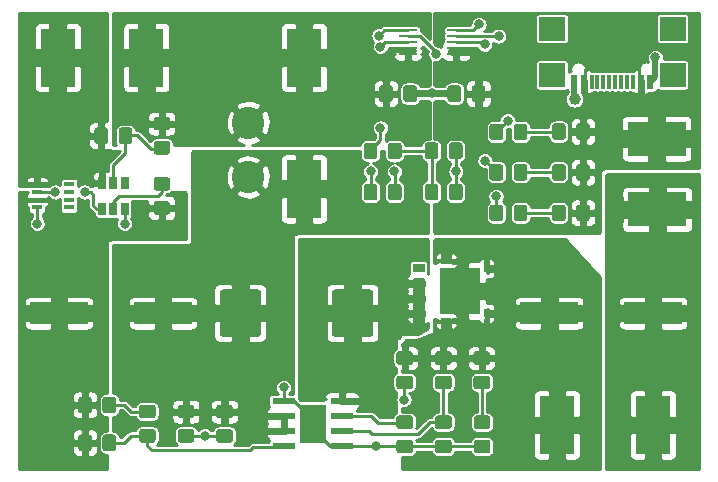
<source format=gbr>
G04 #@! TF.GenerationSoftware,KiCad,Pcbnew,(5.1.5)-3*
G04 #@! TF.CreationDate,2020-06-11T09:31:08-05:00*
G04 #@! TF.ProjectId,Li-ion 5A Boost 1A Charge Protect,4c692d69-6f6e-4203-9541-20426f6f7374,rev?*
G04 #@! TF.SameCoordinates,Original*
G04 #@! TF.FileFunction,Copper,L1,Top*
G04 #@! TF.FilePolarity,Positive*
%FSLAX46Y46*%
G04 Gerber Fmt 4.6, Leading zero omitted, Abs format (unit mm)*
G04 Created by KiCad (PCBNEW (5.1.5)-3) date 2020-06-11 09:31:08*
%MOMM*%
%LPD*%
G04 APERTURE LIST*
%ADD10R,4.900000X1.900000*%
%ADD11R,0.905000X0.495000*%
%ADD12R,0.475000X0.750000*%
%ADD13R,3.500000X4.000000*%
%ADD14R,1.000000X0.750000*%
%ADD15R,3.000000X5.000000*%
%ADD16R,5.000000X3.000000*%
%ADD17R,2.180000X2.000000*%
%ADD18R,0.300000X1.150000*%
%ADD19R,0.600000X1.150000*%
%ADD20C,2.750000*%
%ADD21R,0.650000X1.060000*%
%ADD22R,0.900000X0.450000*%
%ADD23C,0.100000*%
%ADD24R,1.524000X0.279400*%
%ADD25R,2.280000X3.300000*%
%ADD26R,1.970000X0.600000*%
%ADD27C,1.000000*%
%ADD28C,0.800000*%
%ADD29C,0.500000*%
%ADD30C,0.250000*%
%ADD31C,0.800000*%
%ADD32C,0.600000*%
%ADD33C,0.254000*%
G04 APERTURE END LIST*
D10*
X119600000Y-77622800D03*
X128400000Y-77622800D03*
X169900000Y-77622800D03*
X161100000Y-77622800D03*
D11*
X152377500Y-78277500D03*
X152377500Y-73222500D03*
D12*
X155792500Y-77655000D03*
X155792500Y-73845000D03*
D13*
X153527500Y-75750000D03*
D14*
X150035000Y-73845000D03*
X150035000Y-75115000D03*
X150035000Y-76385000D03*
X150035000Y-77655000D03*
D15*
X169900000Y-87105000D03*
X161750000Y-87105000D03*
X119500000Y-56000000D03*
X140350000Y-56000000D03*
X140350000Y-67100000D03*
X127000000Y-56000000D03*
D16*
X170250000Y-68850000D03*
X170200000Y-62850000D03*
D17*
X161330000Y-53540000D03*
X171550000Y-53540000D03*
X161330000Y-57470000D03*
X171550000Y-57470000D03*
D18*
X166190000Y-58045000D03*
X166690000Y-58045000D03*
X165690000Y-58045000D03*
X167190000Y-58045000D03*
X165190000Y-58045000D03*
X167690000Y-58045000D03*
X164690000Y-58045000D03*
X168190000Y-58045000D03*
D19*
X163240000Y-58045000D03*
X164040000Y-58045000D03*
X168840000Y-58045000D03*
X169640000Y-58045000D03*
D20*
X135610000Y-61500000D03*
X135610000Y-66100000D03*
D21*
X123250000Y-68800000D03*
X124200000Y-68800000D03*
X125150000Y-68800000D03*
X125150000Y-66600000D03*
X123250000Y-66600000D03*
X124200000Y-66600000D03*
D22*
X117750000Y-66725000D03*
X117750000Y-67375000D03*
X117750000Y-68025000D03*
X117750000Y-68675000D03*
X120450000Y-68675000D03*
X120450000Y-68025000D03*
X120450000Y-67375000D03*
X120450000Y-66725000D03*
G04 #@! TA.AperFunction,SMDPad,CuDef*
D23*
G36*
X128774505Y-63051204D02*
G01*
X128798773Y-63054804D01*
X128822572Y-63060765D01*
X128845671Y-63069030D01*
X128867850Y-63079520D01*
X128888893Y-63092132D01*
X128908599Y-63106747D01*
X128926777Y-63123223D01*
X128943253Y-63141401D01*
X128957868Y-63161107D01*
X128970480Y-63182150D01*
X128980970Y-63204329D01*
X128989235Y-63227428D01*
X128995196Y-63251227D01*
X128998796Y-63275495D01*
X129000000Y-63299999D01*
X129000000Y-63950001D01*
X128998796Y-63974505D01*
X128995196Y-63998773D01*
X128989235Y-64022572D01*
X128980970Y-64045671D01*
X128970480Y-64067850D01*
X128957868Y-64088893D01*
X128943253Y-64108599D01*
X128926777Y-64126777D01*
X128908599Y-64143253D01*
X128888893Y-64157868D01*
X128867850Y-64170480D01*
X128845671Y-64180970D01*
X128822572Y-64189235D01*
X128798773Y-64195196D01*
X128774505Y-64198796D01*
X128750001Y-64200000D01*
X127849999Y-64200000D01*
X127825495Y-64198796D01*
X127801227Y-64195196D01*
X127777428Y-64189235D01*
X127754329Y-64180970D01*
X127732150Y-64170480D01*
X127711107Y-64157868D01*
X127691401Y-64143253D01*
X127673223Y-64126777D01*
X127656747Y-64108599D01*
X127642132Y-64088893D01*
X127629520Y-64067850D01*
X127619030Y-64045671D01*
X127610765Y-64022572D01*
X127604804Y-63998773D01*
X127601204Y-63974505D01*
X127600000Y-63950001D01*
X127600000Y-63299999D01*
X127601204Y-63275495D01*
X127604804Y-63251227D01*
X127610765Y-63227428D01*
X127619030Y-63204329D01*
X127629520Y-63182150D01*
X127642132Y-63161107D01*
X127656747Y-63141401D01*
X127673223Y-63123223D01*
X127691401Y-63106747D01*
X127711107Y-63092132D01*
X127732150Y-63079520D01*
X127754329Y-63069030D01*
X127777428Y-63060765D01*
X127801227Y-63054804D01*
X127825495Y-63051204D01*
X127849999Y-63050000D01*
X128750001Y-63050000D01*
X128774505Y-63051204D01*
G37*
G04 #@! TD.AperFunction*
G04 #@! TA.AperFunction,SMDPad,CuDef*
G36*
X128774505Y-61001204D02*
G01*
X128798773Y-61004804D01*
X128822572Y-61010765D01*
X128845671Y-61019030D01*
X128867850Y-61029520D01*
X128888893Y-61042132D01*
X128908599Y-61056747D01*
X128926777Y-61073223D01*
X128943253Y-61091401D01*
X128957868Y-61111107D01*
X128970480Y-61132150D01*
X128980970Y-61154329D01*
X128989235Y-61177428D01*
X128995196Y-61201227D01*
X128998796Y-61225495D01*
X129000000Y-61249999D01*
X129000000Y-61900001D01*
X128998796Y-61924505D01*
X128995196Y-61948773D01*
X128989235Y-61972572D01*
X128980970Y-61995671D01*
X128970480Y-62017850D01*
X128957868Y-62038893D01*
X128943253Y-62058599D01*
X128926777Y-62076777D01*
X128908599Y-62093253D01*
X128888893Y-62107868D01*
X128867850Y-62120480D01*
X128845671Y-62130970D01*
X128822572Y-62139235D01*
X128798773Y-62145196D01*
X128774505Y-62148796D01*
X128750001Y-62150000D01*
X127849999Y-62150000D01*
X127825495Y-62148796D01*
X127801227Y-62145196D01*
X127777428Y-62139235D01*
X127754329Y-62130970D01*
X127732150Y-62120480D01*
X127711107Y-62107868D01*
X127691401Y-62093253D01*
X127673223Y-62076777D01*
X127656747Y-62058599D01*
X127642132Y-62038893D01*
X127629520Y-62017850D01*
X127619030Y-61995671D01*
X127610765Y-61972572D01*
X127604804Y-61948773D01*
X127601204Y-61924505D01*
X127600000Y-61900001D01*
X127600000Y-61249999D01*
X127601204Y-61225495D01*
X127604804Y-61201227D01*
X127610765Y-61177428D01*
X127619030Y-61154329D01*
X127629520Y-61132150D01*
X127642132Y-61111107D01*
X127656747Y-61091401D01*
X127673223Y-61073223D01*
X127691401Y-61056747D01*
X127711107Y-61042132D01*
X127732150Y-61029520D01*
X127754329Y-61019030D01*
X127777428Y-61010765D01*
X127801227Y-61004804D01*
X127825495Y-61001204D01*
X127849999Y-61000000D01*
X128750001Y-61000000D01*
X128774505Y-61001204D01*
G37*
G04 #@! TD.AperFunction*
G04 #@! TA.AperFunction,SMDPad,CuDef*
G36*
X128774505Y-66101204D02*
G01*
X128798773Y-66104804D01*
X128822572Y-66110765D01*
X128845671Y-66119030D01*
X128867850Y-66129520D01*
X128888893Y-66142132D01*
X128908599Y-66156747D01*
X128926777Y-66173223D01*
X128943253Y-66191401D01*
X128957868Y-66211107D01*
X128970480Y-66232150D01*
X128980970Y-66254329D01*
X128989235Y-66277428D01*
X128995196Y-66301227D01*
X128998796Y-66325495D01*
X129000000Y-66349999D01*
X129000000Y-67000001D01*
X128998796Y-67024505D01*
X128995196Y-67048773D01*
X128989235Y-67072572D01*
X128980970Y-67095671D01*
X128970480Y-67117850D01*
X128957868Y-67138893D01*
X128943253Y-67158599D01*
X128926777Y-67176777D01*
X128908599Y-67193253D01*
X128888893Y-67207868D01*
X128867850Y-67220480D01*
X128845671Y-67230970D01*
X128822572Y-67239235D01*
X128798773Y-67245196D01*
X128774505Y-67248796D01*
X128750001Y-67250000D01*
X127849999Y-67250000D01*
X127825495Y-67248796D01*
X127801227Y-67245196D01*
X127777428Y-67239235D01*
X127754329Y-67230970D01*
X127732150Y-67220480D01*
X127711107Y-67207868D01*
X127691401Y-67193253D01*
X127673223Y-67176777D01*
X127656747Y-67158599D01*
X127642132Y-67138893D01*
X127629520Y-67117850D01*
X127619030Y-67095671D01*
X127610765Y-67072572D01*
X127604804Y-67048773D01*
X127601204Y-67024505D01*
X127600000Y-67000001D01*
X127600000Y-66349999D01*
X127601204Y-66325495D01*
X127604804Y-66301227D01*
X127610765Y-66277428D01*
X127619030Y-66254329D01*
X127629520Y-66232150D01*
X127642132Y-66211107D01*
X127656747Y-66191401D01*
X127673223Y-66173223D01*
X127691401Y-66156747D01*
X127711107Y-66142132D01*
X127732150Y-66129520D01*
X127754329Y-66119030D01*
X127777428Y-66110765D01*
X127801227Y-66104804D01*
X127825495Y-66101204D01*
X127849999Y-66100000D01*
X128750001Y-66100000D01*
X128774505Y-66101204D01*
G37*
G04 #@! TD.AperFunction*
G04 #@! TA.AperFunction,SMDPad,CuDef*
G36*
X128774505Y-68151204D02*
G01*
X128798773Y-68154804D01*
X128822572Y-68160765D01*
X128845671Y-68169030D01*
X128867850Y-68179520D01*
X128888893Y-68192132D01*
X128908599Y-68206747D01*
X128926777Y-68223223D01*
X128943253Y-68241401D01*
X128957868Y-68261107D01*
X128970480Y-68282150D01*
X128980970Y-68304329D01*
X128989235Y-68327428D01*
X128995196Y-68351227D01*
X128998796Y-68375495D01*
X129000000Y-68399999D01*
X129000000Y-69050001D01*
X128998796Y-69074505D01*
X128995196Y-69098773D01*
X128989235Y-69122572D01*
X128980970Y-69145671D01*
X128970480Y-69167850D01*
X128957868Y-69188893D01*
X128943253Y-69208599D01*
X128926777Y-69226777D01*
X128908599Y-69243253D01*
X128888893Y-69257868D01*
X128867850Y-69270480D01*
X128845671Y-69280970D01*
X128822572Y-69289235D01*
X128798773Y-69295196D01*
X128774505Y-69298796D01*
X128750001Y-69300000D01*
X127849999Y-69300000D01*
X127825495Y-69298796D01*
X127801227Y-69295196D01*
X127777428Y-69289235D01*
X127754329Y-69280970D01*
X127732150Y-69270480D01*
X127711107Y-69257868D01*
X127691401Y-69243253D01*
X127673223Y-69226777D01*
X127656747Y-69208599D01*
X127642132Y-69188893D01*
X127629520Y-69167850D01*
X127619030Y-69145671D01*
X127610765Y-69122572D01*
X127604804Y-69098773D01*
X127601204Y-69074505D01*
X127600000Y-69050001D01*
X127600000Y-68399999D01*
X127601204Y-68375495D01*
X127604804Y-68351227D01*
X127610765Y-68327428D01*
X127619030Y-68304329D01*
X127629520Y-68282150D01*
X127642132Y-68261107D01*
X127656747Y-68241401D01*
X127673223Y-68223223D01*
X127691401Y-68206747D01*
X127711107Y-68192132D01*
X127732150Y-68179520D01*
X127754329Y-68169030D01*
X127777428Y-68160765D01*
X127801227Y-68154804D01*
X127825495Y-68151204D01*
X127849999Y-68150000D01*
X128750001Y-68150000D01*
X128774505Y-68151204D01*
G37*
G04 #@! TD.AperFunction*
G04 #@! TA.AperFunction,SMDPad,CuDef*
G36*
X145953759Y-75624115D02*
G01*
X145980260Y-75628046D01*
X146006248Y-75634555D01*
X146031473Y-75643581D01*
X146055691Y-75655035D01*
X146078671Y-75668809D01*
X146100189Y-75684768D01*
X146120040Y-75702760D01*
X146138032Y-75722611D01*
X146153991Y-75744129D01*
X146167765Y-75767109D01*
X146179219Y-75791327D01*
X146188245Y-75816552D01*
X146194754Y-75842540D01*
X146198685Y-75869041D01*
X146200000Y-75895800D01*
X146200000Y-79349800D01*
X146198685Y-79376559D01*
X146194754Y-79403060D01*
X146188245Y-79429048D01*
X146179219Y-79454273D01*
X146167765Y-79478491D01*
X146153991Y-79501471D01*
X146138032Y-79522989D01*
X146120040Y-79542840D01*
X146100189Y-79560832D01*
X146078671Y-79576791D01*
X146055691Y-79590565D01*
X146031473Y-79602019D01*
X146006248Y-79611045D01*
X145980260Y-79617554D01*
X145953759Y-79621485D01*
X145927000Y-79622800D01*
X142973000Y-79622800D01*
X142946241Y-79621485D01*
X142919740Y-79617554D01*
X142893752Y-79611045D01*
X142868527Y-79602019D01*
X142844309Y-79590565D01*
X142821329Y-79576791D01*
X142799811Y-79560832D01*
X142779960Y-79542840D01*
X142761968Y-79522989D01*
X142746009Y-79501471D01*
X142732235Y-79478491D01*
X142720781Y-79454273D01*
X142711755Y-79429048D01*
X142705246Y-79403060D01*
X142701315Y-79376559D01*
X142700000Y-79349800D01*
X142700000Y-75895800D01*
X142701315Y-75869041D01*
X142705246Y-75842540D01*
X142711755Y-75816552D01*
X142720781Y-75791327D01*
X142732235Y-75767109D01*
X142746009Y-75744129D01*
X142761968Y-75722611D01*
X142779960Y-75702760D01*
X142799811Y-75684768D01*
X142821329Y-75668809D01*
X142844309Y-75655035D01*
X142868527Y-75643581D01*
X142893752Y-75634555D01*
X142919740Y-75628046D01*
X142946241Y-75624115D01*
X142973000Y-75622800D01*
X145927000Y-75622800D01*
X145953759Y-75624115D01*
G37*
G04 #@! TD.AperFunction*
G04 #@! TA.AperFunction,SMDPad,CuDef*
G36*
X136453759Y-75624115D02*
G01*
X136480260Y-75628046D01*
X136506248Y-75634555D01*
X136531473Y-75643581D01*
X136555691Y-75655035D01*
X136578671Y-75668809D01*
X136600189Y-75684768D01*
X136620040Y-75702760D01*
X136638032Y-75722611D01*
X136653991Y-75744129D01*
X136667765Y-75767109D01*
X136679219Y-75791327D01*
X136688245Y-75816552D01*
X136694754Y-75842540D01*
X136698685Y-75869041D01*
X136700000Y-75895800D01*
X136700000Y-79349800D01*
X136698685Y-79376559D01*
X136694754Y-79403060D01*
X136688245Y-79429048D01*
X136679219Y-79454273D01*
X136667765Y-79478491D01*
X136653991Y-79501471D01*
X136638032Y-79522989D01*
X136620040Y-79542840D01*
X136600189Y-79560832D01*
X136578671Y-79576791D01*
X136555691Y-79590565D01*
X136531473Y-79602019D01*
X136506248Y-79611045D01*
X136480260Y-79617554D01*
X136453759Y-79621485D01*
X136427000Y-79622800D01*
X133473000Y-79622800D01*
X133446241Y-79621485D01*
X133419740Y-79617554D01*
X133393752Y-79611045D01*
X133368527Y-79602019D01*
X133344309Y-79590565D01*
X133321329Y-79576791D01*
X133299811Y-79560832D01*
X133279960Y-79542840D01*
X133261968Y-79522989D01*
X133246009Y-79501471D01*
X133232235Y-79478491D01*
X133220781Y-79454273D01*
X133211755Y-79429048D01*
X133205246Y-79403060D01*
X133201315Y-79376559D01*
X133200000Y-79349800D01*
X133200000Y-75895800D01*
X133201315Y-75869041D01*
X133205246Y-75842540D01*
X133211755Y-75816552D01*
X133220781Y-75791327D01*
X133232235Y-75767109D01*
X133246009Y-75744129D01*
X133261968Y-75722611D01*
X133279960Y-75702760D01*
X133299811Y-75684768D01*
X133321329Y-75668809D01*
X133344309Y-75655035D01*
X133368527Y-75643581D01*
X133393752Y-75634555D01*
X133419740Y-75628046D01*
X133446241Y-75624115D01*
X133473000Y-75622800D01*
X136427000Y-75622800D01*
X136453759Y-75624115D01*
G37*
G04 #@! TD.AperFunction*
D24*
X149145300Y-55690001D03*
X149145300Y-55189999D03*
X149145300Y-54690000D03*
X149145300Y-54190001D03*
X149145300Y-53689999D03*
X153234700Y-53689999D03*
X153234700Y-54190001D03*
X153234700Y-54690000D03*
X153234700Y-55189999D03*
X153234700Y-55690001D03*
D25*
X141100000Y-86984000D03*
D26*
X143575000Y-85079000D03*
X143575000Y-86349000D03*
X143575000Y-87619000D03*
X143575000Y-88889000D03*
X138625000Y-88889000D03*
X138625000Y-87619000D03*
X138625000Y-86349000D03*
X138625000Y-85079000D03*
G04 #@! TA.AperFunction,SMDPad,CuDef*
D23*
G36*
X148374505Y-63181204D02*
G01*
X148398773Y-63184804D01*
X148422572Y-63190765D01*
X148445671Y-63199030D01*
X148467850Y-63209520D01*
X148488893Y-63222132D01*
X148508599Y-63236747D01*
X148526777Y-63253223D01*
X148543253Y-63271401D01*
X148557868Y-63291107D01*
X148570480Y-63312150D01*
X148580970Y-63334329D01*
X148589235Y-63357428D01*
X148595196Y-63381227D01*
X148598796Y-63405495D01*
X148600000Y-63429999D01*
X148600000Y-64330001D01*
X148598796Y-64354505D01*
X148595196Y-64378773D01*
X148589235Y-64402572D01*
X148580970Y-64425671D01*
X148570480Y-64447850D01*
X148557868Y-64468893D01*
X148543253Y-64488599D01*
X148526777Y-64506777D01*
X148508599Y-64523253D01*
X148488893Y-64537868D01*
X148467850Y-64550480D01*
X148445671Y-64560970D01*
X148422572Y-64569235D01*
X148398773Y-64575196D01*
X148374505Y-64578796D01*
X148350001Y-64580000D01*
X147699999Y-64580000D01*
X147675495Y-64578796D01*
X147651227Y-64575196D01*
X147627428Y-64569235D01*
X147604329Y-64560970D01*
X147582150Y-64550480D01*
X147561107Y-64537868D01*
X147541401Y-64523253D01*
X147523223Y-64506777D01*
X147506747Y-64488599D01*
X147492132Y-64468893D01*
X147479520Y-64447850D01*
X147469030Y-64425671D01*
X147460765Y-64402572D01*
X147454804Y-64378773D01*
X147451204Y-64354505D01*
X147450000Y-64330001D01*
X147450000Y-63429999D01*
X147451204Y-63405495D01*
X147454804Y-63381227D01*
X147460765Y-63357428D01*
X147469030Y-63334329D01*
X147479520Y-63312150D01*
X147492132Y-63291107D01*
X147506747Y-63271401D01*
X147523223Y-63253223D01*
X147541401Y-63236747D01*
X147561107Y-63222132D01*
X147582150Y-63209520D01*
X147604329Y-63199030D01*
X147627428Y-63190765D01*
X147651227Y-63184804D01*
X147675495Y-63181204D01*
X147699999Y-63180000D01*
X148350001Y-63180000D01*
X148374505Y-63181204D01*
G37*
G04 #@! TD.AperFunction*
G04 #@! TA.AperFunction,SMDPad,CuDef*
G36*
X146324505Y-63181204D02*
G01*
X146348773Y-63184804D01*
X146372572Y-63190765D01*
X146395671Y-63199030D01*
X146417850Y-63209520D01*
X146438893Y-63222132D01*
X146458599Y-63236747D01*
X146476777Y-63253223D01*
X146493253Y-63271401D01*
X146507868Y-63291107D01*
X146520480Y-63312150D01*
X146530970Y-63334329D01*
X146539235Y-63357428D01*
X146545196Y-63381227D01*
X146548796Y-63405495D01*
X146550000Y-63429999D01*
X146550000Y-64330001D01*
X146548796Y-64354505D01*
X146545196Y-64378773D01*
X146539235Y-64402572D01*
X146530970Y-64425671D01*
X146520480Y-64447850D01*
X146507868Y-64468893D01*
X146493253Y-64488599D01*
X146476777Y-64506777D01*
X146458599Y-64523253D01*
X146438893Y-64537868D01*
X146417850Y-64550480D01*
X146395671Y-64560970D01*
X146372572Y-64569235D01*
X146348773Y-64575196D01*
X146324505Y-64578796D01*
X146300001Y-64580000D01*
X145649999Y-64580000D01*
X145625495Y-64578796D01*
X145601227Y-64575196D01*
X145577428Y-64569235D01*
X145554329Y-64560970D01*
X145532150Y-64550480D01*
X145511107Y-64537868D01*
X145491401Y-64523253D01*
X145473223Y-64506777D01*
X145456747Y-64488599D01*
X145442132Y-64468893D01*
X145429520Y-64447850D01*
X145419030Y-64425671D01*
X145410765Y-64402572D01*
X145404804Y-64378773D01*
X145401204Y-64354505D01*
X145400000Y-64330001D01*
X145400000Y-63429999D01*
X145401204Y-63405495D01*
X145404804Y-63381227D01*
X145410765Y-63357428D01*
X145419030Y-63334329D01*
X145429520Y-63312150D01*
X145442132Y-63291107D01*
X145456747Y-63271401D01*
X145473223Y-63253223D01*
X145491401Y-63236747D01*
X145511107Y-63222132D01*
X145532150Y-63209520D01*
X145554329Y-63199030D01*
X145577428Y-63190765D01*
X145601227Y-63184804D01*
X145625495Y-63181204D01*
X145649999Y-63180000D01*
X146300001Y-63180000D01*
X146324505Y-63181204D01*
G37*
G04 #@! TD.AperFunction*
G04 #@! TA.AperFunction,SMDPad,CuDef*
G36*
X152618255Y-86285204D02*
G01*
X152642523Y-86288804D01*
X152666322Y-86294765D01*
X152689421Y-86303030D01*
X152711600Y-86313520D01*
X152732643Y-86326132D01*
X152752349Y-86340747D01*
X152770527Y-86357223D01*
X152787003Y-86375401D01*
X152801618Y-86395107D01*
X152814230Y-86416150D01*
X152824720Y-86438329D01*
X152832985Y-86461428D01*
X152838946Y-86485227D01*
X152842546Y-86509495D01*
X152843750Y-86533999D01*
X152843750Y-87184001D01*
X152842546Y-87208505D01*
X152838946Y-87232773D01*
X152832985Y-87256572D01*
X152824720Y-87279671D01*
X152814230Y-87301850D01*
X152801618Y-87322893D01*
X152787003Y-87342599D01*
X152770527Y-87360777D01*
X152752349Y-87377253D01*
X152732643Y-87391868D01*
X152711600Y-87404480D01*
X152689421Y-87414970D01*
X152666322Y-87423235D01*
X152642523Y-87429196D01*
X152618255Y-87432796D01*
X152593751Y-87434000D01*
X151693749Y-87434000D01*
X151669245Y-87432796D01*
X151644977Y-87429196D01*
X151621178Y-87423235D01*
X151598079Y-87414970D01*
X151575900Y-87404480D01*
X151554857Y-87391868D01*
X151535151Y-87377253D01*
X151516973Y-87360777D01*
X151500497Y-87342599D01*
X151485882Y-87322893D01*
X151473270Y-87301850D01*
X151462780Y-87279671D01*
X151454515Y-87256572D01*
X151448554Y-87232773D01*
X151444954Y-87208505D01*
X151443750Y-87184001D01*
X151443750Y-86533999D01*
X151444954Y-86509495D01*
X151448554Y-86485227D01*
X151454515Y-86461428D01*
X151462780Y-86438329D01*
X151473270Y-86416150D01*
X151485882Y-86395107D01*
X151500497Y-86375401D01*
X151516973Y-86357223D01*
X151535151Y-86340747D01*
X151554857Y-86326132D01*
X151575900Y-86313520D01*
X151598079Y-86303030D01*
X151621178Y-86294765D01*
X151644977Y-86288804D01*
X151669245Y-86285204D01*
X151693749Y-86284000D01*
X152593751Y-86284000D01*
X152618255Y-86285204D01*
G37*
G04 #@! TD.AperFunction*
G04 #@! TA.AperFunction,SMDPad,CuDef*
G36*
X152618255Y-88335204D02*
G01*
X152642523Y-88338804D01*
X152666322Y-88344765D01*
X152689421Y-88353030D01*
X152711600Y-88363520D01*
X152732643Y-88376132D01*
X152752349Y-88390747D01*
X152770527Y-88407223D01*
X152787003Y-88425401D01*
X152801618Y-88445107D01*
X152814230Y-88466150D01*
X152824720Y-88488329D01*
X152832985Y-88511428D01*
X152838946Y-88535227D01*
X152842546Y-88559495D01*
X152843750Y-88583999D01*
X152843750Y-89234001D01*
X152842546Y-89258505D01*
X152838946Y-89282773D01*
X152832985Y-89306572D01*
X152824720Y-89329671D01*
X152814230Y-89351850D01*
X152801618Y-89372893D01*
X152787003Y-89392599D01*
X152770527Y-89410777D01*
X152752349Y-89427253D01*
X152732643Y-89441868D01*
X152711600Y-89454480D01*
X152689421Y-89464970D01*
X152666322Y-89473235D01*
X152642523Y-89479196D01*
X152618255Y-89482796D01*
X152593751Y-89484000D01*
X151693749Y-89484000D01*
X151669245Y-89482796D01*
X151644977Y-89479196D01*
X151621178Y-89473235D01*
X151598079Y-89464970D01*
X151575900Y-89454480D01*
X151554857Y-89441868D01*
X151535151Y-89427253D01*
X151516973Y-89410777D01*
X151500497Y-89392599D01*
X151485882Y-89372893D01*
X151473270Y-89351850D01*
X151462780Y-89329671D01*
X151454515Y-89306572D01*
X151448554Y-89282773D01*
X151444954Y-89258505D01*
X151443750Y-89234001D01*
X151443750Y-88583999D01*
X151444954Y-88559495D01*
X151448554Y-88535227D01*
X151454515Y-88511428D01*
X151462780Y-88488329D01*
X151473270Y-88466150D01*
X151485882Y-88445107D01*
X151500497Y-88425401D01*
X151516973Y-88407223D01*
X151535151Y-88390747D01*
X151554857Y-88376132D01*
X151575900Y-88363520D01*
X151598079Y-88353030D01*
X151621178Y-88344765D01*
X151644977Y-88338804D01*
X151669245Y-88335204D01*
X151693749Y-88334000D01*
X152593751Y-88334000D01*
X152618255Y-88335204D01*
G37*
G04 #@! TD.AperFunction*
G04 #@! TA.AperFunction,SMDPad,CuDef*
G36*
X151494505Y-63171204D02*
G01*
X151518773Y-63174804D01*
X151542572Y-63180765D01*
X151565671Y-63189030D01*
X151587850Y-63199520D01*
X151608893Y-63212132D01*
X151628599Y-63226747D01*
X151646777Y-63243223D01*
X151663253Y-63261401D01*
X151677868Y-63281107D01*
X151690480Y-63302150D01*
X151700970Y-63324329D01*
X151709235Y-63347428D01*
X151715196Y-63371227D01*
X151718796Y-63395495D01*
X151720000Y-63419999D01*
X151720000Y-64320001D01*
X151718796Y-64344505D01*
X151715196Y-64368773D01*
X151709235Y-64392572D01*
X151700970Y-64415671D01*
X151690480Y-64437850D01*
X151677868Y-64458893D01*
X151663253Y-64478599D01*
X151646777Y-64496777D01*
X151628599Y-64513253D01*
X151608893Y-64527868D01*
X151587850Y-64540480D01*
X151565671Y-64550970D01*
X151542572Y-64559235D01*
X151518773Y-64565196D01*
X151494505Y-64568796D01*
X151470001Y-64570000D01*
X150819999Y-64570000D01*
X150795495Y-64568796D01*
X150771227Y-64565196D01*
X150747428Y-64559235D01*
X150724329Y-64550970D01*
X150702150Y-64540480D01*
X150681107Y-64527868D01*
X150661401Y-64513253D01*
X150643223Y-64496777D01*
X150626747Y-64478599D01*
X150612132Y-64458893D01*
X150599520Y-64437850D01*
X150589030Y-64415671D01*
X150580765Y-64392572D01*
X150574804Y-64368773D01*
X150571204Y-64344505D01*
X150570000Y-64320001D01*
X150570000Y-63419999D01*
X150571204Y-63395495D01*
X150574804Y-63371227D01*
X150580765Y-63347428D01*
X150589030Y-63324329D01*
X150599520Y-63302150D01*
X150612132Y-63281107D01*
X150626747Y-63261401D01*
X150643223Y-63243223D01*
X150661401Y-63226747D01*
X150681107Y-63212132D01*
X150702150Y-63199520D01*
X150724329Y-63189030D01*
X150747428Y-63180765D01*
X150771227Y-63174804D01*
X150795495Y-63171204D01*
X150819999Y-63170000D01*
X151470001Y-63170000D01*
X151494505Y-63171204D01*
G37*
G04 #@! TD.AperFunction*
G04 #@! TA.AperFunction,SMDPad,CuDef*
G36*
X153544505Y-63171204D02*
G01*
X153568773Y-63174804D01*
X153592572Y-63180765D01*
X153615671Y-63189030D01*
X153637850Y-63199520D01*
X153658893Y-63212132D01*
X153678599Y-63226747D01*
X153696777Y-63243223D01*
X153713253Y-63261401D01*
X153727868Y-63281107D01*
X153740480Y-63302150D01*
X153750970Y-63324329D01*
X153759235Y-63347428D01*
X153765196Y-63371227D01*
X153768796Y-63395495D01*
X153770000Y-63419999D01*
X153770000Y-64320001D01*
X153768796Y-64344505D01*
X153765196Y-64368773D01*
X153759235Y-64392572D01*
X153750970Y-64415671D01*
X153740480Y-64437850D01*
X153727868Y-64458893D01*
X153713253Y-64478599D01*
X153696777Y-64496777D01*
X153678599Y-64513253D01*
X153658893Y-64527868D01*
X153637850Y-64540480D01*
X153615671Y-64550970D01*
X153592572Y-64559235D01*
X153568773Y-64565196D01*
X153544505Y-64568796D01*
X153520001Y-64570000D01*
X152869999Y-64570000D01*
X152845495Y-64568796D01*
X152821227Y-64565196D01*
X152797428Y-64559235D01*
X152774329Y-64550970D01*
X152752150Y-64540480D01*
X152731107Y-64527868D01*
X152711401Y-64513253D01*
X152693223Y-64496777D01*
X152676747Y-64478599D01*
X152662132Y-64458893D01*
X152649520Y-64437850D01*
X152639030Y-64415671D01*
X152630765Y-64392572D01*
X152624804Y-64368773D01*
X152621204Y-64344505D01*
X152620000Y-64320001D01*
X152620000Y-63419999D01*
X152621204Y-63395495D01*
X152624804Y-63371227D01*
X152630765Y-63347428D01*
X152639030Y-63324329D01*
X152649520Y-63302150D01*
X152662132Y-63281107D01*
X152676747Y-63261401D01*
X152693223Y-63243223D01*
X152711401Y-63226747D01*
X152731107Y-63212132D01*
X152752150Y-63199520D01*
X152774329Y-63189030D01*
X152797428Y-63180765D01*
X152821227Y-63174804D01*
X152845495Y-63171204D01*
X152869999Y-63170000D01*
X153520001Y-63170000D01*
X153544505Y-63171204D01*
G37*
G04 #@! TD.AperFunction*
G04 #@! TA.AperFunction,SMDPad,CuDef*
G36*
X155856505Y-80860204D02*
G01*
X155880773Y-80863804D01*
X155904572Y-80869765D01*
X155927671Y-80878030D01*
X155949850Y-80888520D01*
X155970893Y-80901132D01*
X155990599Y-80915747D01*
X156008777Y-80932223D01*
X156025253Y-80950401D01*
X156039868Y-80970107D01*
X156052480Y-80991150D01*
X156062970Y-81013329D01*
X156071235Y-81036428D01*
X156077196Y-81060227D01*
X156080796Y-81084495D01*
X156082000Y-81108999D01*
X156082000Y-81759001D01*
X156080796Y-81783505D01*
X156077196Y-81807773D01*
X156071235Y-81831572D01*
X156062970Y-81854671D01*
X156052480Y-81876850D01*
X156039868Y-81897893D01*
X156025253Y-81917599D01*
X156008777Y-81935777D01*
X155990599Y-81952253D01*
X155970893Y-81966868D01*
X155949850Y-81979480D01*
X155927671Y-81989970D01*
X155904572Y-81998235D01*
X155880773Y-82004196D01*
X155856505Y-82007796D01*
X155832001Y-82009000D01*
X154931999Y-82009000D01*
X154907495Y-82007796D01*
X154883227Y-82004196D01*
X154859428Y-81998235D01*
X154836329Y-81989970D01*
X154814150Y-81979480D01*
X154793107Y-81966868D01*
X154773401Y-81952253D01*
X154755223Y-81935777D01*
X154738747Y-81917599D01*
X154724132Y-81897893D01*
X154711520Y-81876850D01*
X154701030Y-81854671D01*
X154692765Y-81831572D01*
X154686804Y-81807773D01*
X154683204Y-81783505D01*
X154682000Y-81759001D01*
X154682000Y-81108999D01*
X154683204Y-81084495D01*
X154686804Y-81060227D01*
X154692765Y-81036428D01*
X154701030Y-81013329D01*
X154711520Y-80991150D01*
X154724132Y-80970107D01*
X154738747Y-80950401D01*
X154755223Y-80932223D01*
X154773401Y-80915747D01*
X154793107Y-80901132D01*
X154814150Y-80888520D01*
X154836329Y-80878030D01*
X154859428Y-80869765D01*
X154883227Y-80863804D01*
X154907495Y-80860204D01*
X154931999Y-80859000D01*
X155832001Y-80859000D01*
X155856505Y-80860204D01*
G37*
G04 #@! TD.AperFunction*
G04 #@! TA.AperFunction,SMDPad,CuDef*
G36*
X155856505Y-82910204D02*
G01*
X155880773Y-82913804D01*
X155904572Y-82919765D01*
X155927671Y-82928030D01*
X155949850Y-82938520D01*
X155970893Y-82951132D01*
X155990599Y-82965747D01*
X156008777Y-82982223D01*
X156025253Y-83000401D01*
X156039868Y-83020107D01*
X156052480Y-83041150D01*
X156062970Y-83063329D01*
X156071235Y-83086428D01*
X156077196Y-83110227D01*
X156080796Y-83134495D01*
X156082000Y-83158999D01*
X156082000Y-83809001D01*
X156080796Y-83833505D01*
X156077196Y-83857773D01*
X156071235Y-83881572D01*
X156062970Y-83904671D01*
X156052480Y-83926850D01*
X156039868Y-83947893D01*
X156025253Y-83967599D01*
X156008777Y-83985777D01*
X155990599Y-84002253D01*
X155970893Y-84016868D01*
X155949850Y-84029480D01*
X155927671Y-84039970D01*
X155904572Y-84048235D01*
X155880773Y-84054196D01*
X155856505Y-84057796D01*
X155832001Y-84059000D01*
X154931999Y-84059000D01*
X154907495Y-84057796D01*
X154883227Y-84054196D01*
X154859428Y-84048235D01*
X154836329Y-84039970D01*
X154814150Y-84029480D01*
X154793107Y-84016868D01*
X154773401Y-84002253D01*
X154755223Y-83985777D01*
X154738747Y-83967599D01*
X154724132Y-83947893D01*
X154711520Y-83926850D01*
X154701030Y-83904671D01*
X154692765Y-83881572D01*
X154686804Y-83857773D01*
X154683204Y-83833505D01*
X154682000Y-83809001D01*
X154682000Y-83158999D01*
X154683204Y-83134495D01*
X154686804Y-83110227D01*
X154692765Y-83086428D01*
X154701030Y-83063329D01*
X154711520Y-83041150D01*
X154724132Y-83020107D01*
X154738747Y-83000401D01*
X154755223Y-82982223D01*
X154773401Y-82965747D01*
X154793107Y-82951132D01*
X154814150Y-82938520D01*
X154836329Y-82928030D01*
X154859428Y-82919765D01*
X154883227Y-82913804D01*
X154907495Y-82910204D01*
X154931999Y-82909000D01*
X155832001Y-82909000D01*
X155856505Y-82910204D01*
G37*
G04 #@! TD.AperFunction*
G04 #@! TA.AperFunction,SMDPad,CuDef*
G36*
X152618255Y-80860204D02*
G01*
X152642523Y-80863804D01*
X152666322Y-80869765D01*
X152689421Y-80878030D01*
X152711600Y-80888520D01*
X152732643Y-80901132D01*
X152752349Y-80915747D01*
X152770527Y-80932223D01*
X152787003Y-80950401D01*
X152801618Y-80970107D01*
X152814230Y-80991150D01*
X152824720Y-81013329D01*
X152832985Y-81036428D01*
X152838946Y-81060227D01*
X152842546Y-81084495D01*
X152843750Y-81108999D01*
X152843750Y-81759001D01*
X152842546Y-81783505D01*
X152838946Y-81807773D01*
X152832985Y-81831572D01*
X152824720Y-81854671D01*
X152814230Y-81876850D01*
X152801618Y-81897893D01*
X152787003Y-81917599D01*
X152770527Y-81935777D01*
X152752349Y-81952253D01*
X152732643Y-81966868D01*
X152711600Y-81979480D01*
X152689421Y-81989970D01*
X152666322Y-81998235D01*
X152642523Y-82004196D01*
X152618255Y-82007796D01*
X152593751Y-82009000D01*
X151693749Y-82009000D01*
X151669245Y-82007796D01*
X151644977Y-82004196D01*
X151621178Y-81998235D01*
X151598079Y-81989970D01*
X151575900Y-81979480D01*
X151554857Y-81966868D01*
X151535151Y-81952253D01*
X151516973Y-81935777D01*
X151500497Y-81917599D01*
X151485882Y-81897893D01*
X151473270Y-81876850D01*
X151462780Y-81854671D01*
X151454515Y-81831572D01*
X151448554Y-81807773D01*
X151444954Y-81783505D01*
X151443750Y-81759001D01*
X151443750Y-81108999D01*
X151444954Y-81084495D01*
X151448554Y-81060227D01*
X151454515Y-81036428D01*
X151462780Y-81013329D01*
X151473270Y-80991150D01*
X151485882Y-80970107D01*
X151500497Y-80950401D01*
X151516973Y-80932223D01*
X151535151Y-80915747D01*
X151554857Y-80901132D01*
X151575900Y-80888520D01*
X151598079Y-80878030D01*
X151621178Y-80869765D01*
X151644977Y-80863804D01*
X151669245Y-80860204D01*
X151693749Y-80859000D01*
X152593751Y-80859000D01*
X152618255Y-80860204D01*
G37*
G04 #@! TD.AperFunction*
G04 #@! TA.AperFunction,SMDPad,CuDef*
G36*
X152618255Y-82910204D02*
G01*
X152642523Y-82913804D01*
X152666322Y-82919765D01*
X152689421Y-82928030D01*
X152711600Y-82938520D01*
X152732643Y-82951132D01*
X152752349Y-82965747D01*
X152770527Y-82982223D01*
X152787003Y-83000401D01*
X152801618Y-83020107D01*
X152814230Y-83041150D01*
X152824720Y-83063329D01*
X152832985Y-83086428D01*
X152838946Y-83110227D01*
X152842546Y-83134495D01*
X152843750Y-83158999D01*
X152843750Y-83809001D01*
X152842546Y-83833505D01*
X152838946Y-83857773D01*
X152832985Y-83881572D01*
X152824720Y-83904671D01*
X152814230Y-83926850D01*
X152801618Y-83947893D01*
X152787003Y-83967599D01*
X152770527Y-83985777D01*
X152752349Y-84002253D01*
X152732643Y-84016868D01*
X152711600Y-84029480D01*
X152689421Y-84039970D01*
X152666322Y-84048235D01*
X152642523Y-84054196D01*
X152618255Y-84057796D01*
X152593751Y-84059000D01*
X151693749Y-84059000D01*
X151669245Y-84057796D01*
X151644977Y-84054196D01*
X151621178Y-84048235D01*
X151598079Y-84039970D01*
X151575900Y-84029480D01*
X151554857Y-84016868D01*
X151535151Y-84002253D01*
X151516973Y-83985777D01*
X151500497Y-83967599D01*
X151485882Y-83947893D01*
X151473270Y-83926850D01*
X151462780Y-83904671D01*
X151454515Y-83881572D01*
X151448554Y-83857773D01*
X151444954Y-83833505D01*
X151443750Y-83809001D01*
X151443750Y-83158999D01*
X151444954Y-83134495D01*
X151448554Y-83110227D01*
X151454515Y-83086428D01*
X151462780Y-83063329D01*
X151473270Y-83041150D01*
X151485882Y-83020107D01*
X151500497Y-83000401D01*
X151516973Y-82982223D01*
X151535151Y-82965747D01*
X151554857Y-82951132D01*
X151575900Y-82938520D01*
X151598079Y-82928030D01*
X151621178Y-82919765D01*
X151644977Y-82913804D01*
X151669245Y-82910204D01*
X151693749Y-82909000D01*
X152593751Y-82909000D01*
X152618255Y-82910204D01*
G37*
G04 #@! TD.AperFunction*
G04 #@! TA.AperFunction,SMDPad,CuDef*
G36*
X127552505Y-87435204D02*
G01*
X127576773Y-87438804D01*
X127600572Y-87444765D01*
X127623671Y-87453030D01*
X127645850Y-87463520D01*
X127666893Y-87476132D01*
X127686599Y-87490747D01*
X127704777Y-87507223D01*
X127721253Y-87525401D01*
X127735868Y-87545107D01*
X127748480Y-87566150D01*
X127758970Y-87588329D01*
X127767235Y-87611428D01*
X127773196Y-87635227D01*
X127776796Y-87659495D01*
X127778000Y-87683999D01*
X127778000Y-88334001D01*
X127776796Y-88358505D01*
X127773196Y-88382773D01*
X127767235Y-88406572D01*
X127758970Y-88429671D01*
X127748480Y-88451850D01*
X127735868Y-88472893D01*
X127721253Y-88492599D01*
X127704777Y-88510777D01*
X127686599Y-88527253D01*
X127666893Y-88541868D01*
X127645850Y-88554480D01*
X127623671Y-88564970D01*
X127600572Y-88573235D01*
X127576773Y-88579196D01*
X127552505Y-88582796D01*
X127528001Y-88584000D01*
X126627999Y-88584000D01*
X126603495Y-88582796D01*
X126579227Y-88579196D01*
X126555428Y-88573235D01*
X126532329Y-88564970D01*
X126510150Y-88554480D01*
X126489107Y-88541868D01*
X126469401Y-88527253D01*
X126451223Y-88510777D01*
X126434747Y-88492599D01*
X126420132Y-88472893D01*
X126407520Y-88451850D01*
X126397030Y-88429671D01*
X126388765Y-88406572D01*
X126382804Y-88382773D01*
X126379204Y-88358505D01*
X126378000Y-88334001D01*
X126378000Y-87683999D01*
X126379204Y-87659495D01*
X126382804Y-87635227D01*
X126388765Y-87611428D01*
X126397030Y-87588329D01*
X126407520Y-87566150D01*
X126420132Y-87545107D01*
X126434747Y-87525401D01*
X126451223Y-87507223D01*
X126469401Y-87490747D01*
X126489107Y-87476132D01*
X126510150Y-87463520D01*
X126532329Y-87453030D01*
X126555428Y-87444765D01*
X126579227Y-87438804D01*
X126603495Y-87435204D01*
X126627999Y-87434000D01*
X127528001Y-87434000D01*
X127552505Y-87435204D01*
G37*
G04 #@! TD.AperFunction*
G04 #@! TA.AperFunction,SMDPad,CuDef*
G36*
X127552505Y-85385204D02*
G01*
X127576773Y-85388804D01*
X127600572Y-85394765D01*
X127623671Y-85403030D01*
X127645850Y-85413520D01*
X127666893Y-85426132D01*
X127686599Y-85440747D01*
X127704777Y-85457223D01*
X127721253Y-85475401D01*
X127735868Y-85495107D01*
X127748480Y-85516150D01*
X127758970Y-85538329D01*
X127767235Y-85561428D01*
X127773196Y-85585227D01*
X127776796Y-85609495D01*
X127778000Y-85633999D01*
X127778000Y-86284001D01*
X127776796Y-86308505D01*
X127773196Y-86332773D01*
X127767235Y-86356572D01*
X127758970Y-86379671D01*
X127748480Y-86401850D01*
X127735868Y-86422893D01*
X127721253Y-86442599D01*
X127704777Y-86460777D01*
X127686599Y-86477253D01*
X127666893Y-86491868D01*
X127645850Y-86504480D01*
X127623671Y-86514970D01*
X127600572Y-86523235D01*
X127576773Y-86529196D01*
X127552505Y-86532796D01*
X127528001Y-86534000D01*
X126627999Y-86534000D01*
X126603495Y-86532796D01*
X126579227Y-86529196D01*
X126555428Y-86523235D01*
X126532329Y-86514970D01*
X126510150Y-86504480D01*
X126489107Y-86491868D01*
X126469401Y-86477253D01*
X126451223Y-86460777D01*
X126434747Y-86442599D01*
X126420132Y-86422893D01*
X126407520Y-86401850D01*
X126397030Y-86379671D01*
X126388765Y-86356572D01*
X126382804Y-86332773D01*
X126379204Y-86308505D01*
X126378000Y-86284001D01*
X126378000Y-85633999D01*
X126379204Y-85609495D01*
X126382804Y-85585227D01*
X126388765Y-85561428D01*
X126397030Y-85538329D01*
X126407520Y-85516150D01*
X126420132Y-85495107D01*
X126434747Y-85475401D01*
X126451223Y-85457223D01*
X126469401Y-85440747D01*
X126489107Y-85426132D01*
X126510150Y-85413520D01*
X126532329Y-85403030D01*
X126555428Y-85394765D01*
X126579227Y-85388804D01*
X126603495Y-85385204D01*
X126627999Y-85384000D01*
X127528001Y-85384000D01*
X127552505Y-85385204D01*
G37*
G04 #@! TD.AperFunction*
G04 #@! TA.AperFunction,SMDPad,CuDef*
G36*
X151494505Y-66671204D02*
G01*
X151518773Y-66674804D01*
X151542572Y-66680765D01*
X151565671Y-66689030D01*
X151587850Y-66699520D01*
X151608893Y-66712132D01*
X151628599Y-66726747D01*
X151646777Y-66743223D01*
X151663253Y-66761401D01*
X151677868Y-66781107D01*
X151690480Y-66802150D01*
X151700970Y-66824329D01*
X151709235Y-66847428D01*
X151715196Y-66871227D01*
X151718796Y-66895495D01*
X151720000Y-66919999D01*
X151720000Y-67820001D01*
X151718796Y-67844505D01*
X151715196Y-67868773D01*
X151709235Y-67892572D01*
X151700970Y-67915671D01*
X151690480Y-67937850D01*
X151677868Y-67958893D01*
X151663253Y-67978599D01*
X151646777Y-67996777D01*
X151628599Y-68013253D01*
X151608893Y-68027868D01*
X151587850Y-68040480D01*
X151565671Y-68050970D01*
X151542572Y-68059235D01*
X151518773Y-68065196D01*
X151494505Y-68068796D01*
X151470001Y-68070000D01*
X150819999Y-68070000D01*
X150795495Y-68068796D01*
X150771227Y-68065196D01*
X150747428Y-68059235D01*
X150724329Y-68050970D01*
X150702150Y-68040480D01*
X150681107Y-68027868D01*
X150661401Y-68013253D01*
X150643223Y-67996777D01*
X150626747Y-67978599D01*
X150612132Y-67958893D01*
X150599520Y-67937850D01*
X150589030Y-67915671D01*
X150580765Y-67892572D01*
X150574804Y-67868773D01*
X150571204Y-67844505D01*
X150570000Y-67820001D01*
X150570000Y-66919999D01*
X150571204Y-66895495D01*
X150574804Y-66871227D01*
X150580765Y-66847428D01*
X150589030Y-66824329D01*
X150599520Y-66802150D01*
X150612132Y-66781107D01*
X150626747Y-66761401D01*
X150643223Y-66743223D01*
X150661401Y-66726747D01*
X150681107Y-66712132D01*
X150702150Y-66699520D01*
X150724329Y-66689030D01*
X150747428Y-66680765D01*
X150771227Y-66674804D01*
X150795495Y-66671204D01*
X150819999Y-66670000D01*
X151470001Y-66670000D01*
X151494505Y-66671204D01*
G37*
G04 #@! TD.AperFunction*
G04 #@! TA.AperFunction,SMDPad,CuDef*
G36*
X153544505Y-66671204D02*
G01*
X153568773Y-66674804D01*
X153592572Y-66680765D01*
X153615671Y-66689030D01*
X153637850Y-66699520D01*
X153658893Y-66712132D01*
X153678599Y-66726747D01*
X153696777Y-66743223D01*
X153713253Y-66761401D01*
X153727868Y-66781107D01*
X153740480Y-66802150D01*
X153750970Y-66824329D01*
X153759235Y-66847428D01*
X153765196Y-66871227D01*
X153768796Y-66895495D01*
X153770000Y-66919999D01*
X153770000Y-67820001D01*
X153768796Y-67844505D01*
X153765196Y-67868773D01*
X153759235Y-67892572D01*
X153750970Y-67915671D01*
X153740480Y-67937850D01*
X153727868Y-67958893D01*
X153713253Y-67978599D01*
X153696777Y-67996777D01*
X153678599Y-68013253D01*
X153658893Y-68027868D01*
X153637850Y-68040480D01*
X153615671Y-68050970D01*
X153592572Y-68059235D01*
X153568773Y-68065196D01*
X153544505Y-68068796D01*
X153520001Y-68070000D01*
X152869999Y-68070000D01*
X152845495Y-68068796D01*
X152821227Y-68065196D01*
X152797428Y-68059235D01*
X152774329Y-68050970D01*
X152752150Y-68040480D01*
X152731107Y-68027868D01*
X152711401Y-68013253D01*
X152693223Y-67996777D01*
X152676747Y-67978599D01*
X152662132Y-67958893D01*
X152649520Y-67937850D01*
X152639030Y-67915671D01*
X152630765Y-67892572D01*
X152624804Y-67868773D01*
X152621204Y-67844505D01*
X152620000Y-67820001D01*
X152620000Y-66919999D01*
X152621204Y-66895495D01*
X152624804Y-66871227D01*
X152630765Y-66847428D01*
X152639030Y-66824329D01*
X152649520Y-66802150D01*
X152662132Y-66781107D01*
X152676747Y-66761401D01*
X152693223Y-66743223D01*
X152711401Y-66726747D01*
X152731107Y-66712132D01*
X152752150Y-66699520D01*
X152774329Y-66689030D01*
X152797428Y-66680765D01*
X152821227Y-66674804D01*
X152845495Y-66671204D01*
X152869999Y-66670000D01*
X153520001Y-66670000D01*
X153544505Y-66671204D01*
G37*
G04 #@! TD.AperFunction*
G04 #@! TA.AperFunction,SMDPad,CuDef*
G36*
X146324505Y-66681204D02*
G01*
X146348773Y-66684804D01*
X146372572Y-66690765D01*
X146395671Y-66699030D01*
X146417850Y-66709520D01*
X146438893Y-66722132D01*
X146458599Y-66736747D01*
X146476777Y-66753223D01*
X146493253Y-66771401D01*
X146507868Y-66791107D01*
X146520480Y-66812150D01*
X146530970Y-66834329D01*
X146539235Y-66857428D01*
X146545196Y-66881227D01*
X146548796Y-66905495D01*
X146550000Y-66929999D01*
X146550000Y-67830001D01*
X146548796Y-67854505D01*
X146545196Y-67878773D01*
X146539235Y-67902572D01*
X146530970Y-67925671D01*
X146520480Y-67947850D01*
X146507868Y-67968893D01*
X146493253Y-67988599D01*
X146476777Y-68006777D01*
X146458599Y-68023253D01*
X146438893Y-68037868D01*
X146417850Y-68050480D01*
X146395671Y-68060970D01*
X146372572Y-68069235D01*
X146348773Y-68075196D01*
X146324505Y-68078796D01*
X146300001Y-68080000D01*
X145649999Y-68080000D01*
X145625495Y-68078796D01*
X145601227Y-68075196D01*
X145577428Y-68069235D01*
X145554329Y-68060970D01*
X145532150Y-68050480D01*
X145511107Y-68037868D01*
X145491401Y-68023253D01*
X145473223Y-68006777D01*
X145456747Y-67988599D01*
X145442132Y-67968893D01*
X145429520Y-67947850D01*
X145419030Y-67925671D01*
X145410765Y-67902572D01*
X145404804Y-67878773D01*
X145401204Y-67854505D01*
X145400000Y-67830001D01*
X145400000Y-66929999D01*
X145401204Y-66905495D01*
X145404804Y-66881227D01*
X145410765Y-66857428D01*
X145419030Y-66834329D01*
X145429520Y-66812150D01*
X145442132Y-66791107D01*
X145456747Y-66771401D01*
X145473223Y-66753223D01*
X145491401Y-66736747D01*
X145511107Y-66722132D01*
X145532150Y-66709520D01*
X145554329Y-66699030D01*
X145577428Y-66690765D01*
X145601227Y-66684804D01*
X145625495Y-66681204D01*
X145649999Y-66680000D01*
X146300001Y-66680000D01*
X146324505Y-66681204D01*
G37*
G04 #@! TD.AperFunction*
G04 #@! TA.AperFunction,SMDPad,CuDef*
G36*
X148374505Y-66681204D02*
G01*
X148398773Y-66684804D01*
X148422572Y-66690765D01*
X148445671Y-66699030D01*
X148467850Y-66709520D01*
X148488893Y-66722132D01*
X148508599Y-66736747D01*
X148526777Y-66753223D01*
X148543253Y-66771401D01*
X148557868Y-66791107D01*
X148570480Y-66812150D01*
X148580970Y-66834329D01*
X148589235Y-66857428D01*
X148595196Y-66881227D01*
X148598796Y-66905495D01*
X148600000Y-66929999D01*
X148600000Y-67830001D01*
X148598796Y-67854505D01*
X148595196Y-67878773D01*
X148589235Y-67902572D01*
X148580970Y-67925671D01*
X148570480Y-67947850D01*
X148557868Y-67968893D01*
X148543253Y-67988599D01*
X148526777Y-68006777D01*
X148508599Y-68023253D01*
X148488893Y-68037868D01*
X148467850Y-68050480D01*
X148445671Y-68060970D01*
X148422572Y-68069235D01*
X148398773Y-68075196D01*
X148374505Y-68078796D01*
X148350001Y-68080000D01*
X147699999Y-68080000D01*
X147675495Y-68078796D01*
X147651227Y-68075196D01*
X147627428Y-68069235D01*
X147604329Y-68060970D01*
X147582150Y-68050480D01*
X147561107Y-68037868D01*
X147541401Y-68023253D01*
X147523223Y-68006777D01*
X147506747Y-67988599D01*
X147492132Y-67968893D01*
X147479520Y-67947850D01*
X147469030Y-67925671D01*
X147460765Y-67902572D01*
X147454804Y-67878773D01*
X147451204Y-67854505D01*
X147450000Y-67830001D01*
X147450000Y-66929999D01*
X147451204Y-66905495D01*
X147454804Y-66881227D01*
X147460765Y-66857428D01*
X147469030Y-66834329D01*
X147479520Y-66812150D01*
X147492132Y-66791107D01*
X147506747Y-66771401D01*
X147523223Y-66753223D01*
X147541401Y-66736747D01*
X147561107Y-66722132D01*
X147582150Y-66709520D01*
X147604329Y-66699030D01*
X147627428Y-66690765D01*
X147651227Y-66684804D01*
X147675495Y-66681204D01*
X147699999Y-66680000D01*
X148350001Y-66680000D01*
X148374505Y-66681204D01*
G37*
G04 #@! TD.AperFunction*
G04 #@! TA.AperFunction,SMDPad,CuDef*
G36*
X156964505Y-65006204D02*
G01*
X156988773Y-65009804D01*
X157012572Y-65015765D01*
X157035671Y-65024030D01*
X157057850Y-65034520D01*
X157078893Y-65047132D01*
X157098599Y-65061747D01*
X157116777Y-65078223D01*
X157133253Y-65096401D01*
X157147868Y-65116107D01*
X157160480Y-65137150D01*
X157170970Y-65159329D01*
X157179235Y-65182428D01*
X157185196Y-65206227D01*
X157188796Y-65230495D01*
X157190000Y-65254999D01*
X157190000Y-66155001D01*
X157188796Y-66179505D01*
X157185196Y-66203773D01*
X157179235Y-66227572D01*
X157170970Y-66250671D01*
X157160480Y-66272850D01*
X157147868Y-66293893D01*
X157133253Y-66313599D01*
X157116777Y-66331777D01*
X157098599Y-66348253D01*
X157078893Y-66362868D01*
X157057850Y-66375480D01*
X157035671Y-66385970D01*
X157012572Y-66394235D01*
X156988773Y-66400196D01*
X156964505Y-66403796D01*
X156940001Y-66405000D01*
X156289999Y-66405000D01*
X156265495Y-66403796D01*
X156241227Y-66400196D01*
X156217428Y-66394235D01*
X156194329Y-66385970D01*
X156172150Y-66375480D01*
X156151107Y-66362868D01*
X156131401Y-66348253D01*
X156113223Y-66331777D01*
X156096747Y-66313599D01*
X156082132Y-66293893D01*
X156069520Y-66272850D01*
X156059030Y-66250671D01*
X156050765Y-66227572D01*
X156044804Y-66203773D01*
X156041204Y-66179505D01*
X156040000Y-66155001D01*
X156040000Y-65254999D01*
X156041204Y-65230495D01*
X156044804Y-65206227D01*
X156050765Y-65182428D01*
X156059030Y-65159329D01*
X156069520Y-65137150D01*
X156082132Y-65116107D01*
X156096747Y-65096401D01*
X156113223Y-65078223D01*
X156131401Y-65061747D01*
X156151107Y-65047132D01*
X156172150Y-65034520D01*
X156194329Y-65024030D01*
X156217428Y-65015765D01*
X156241227Y-65009804D01*
X156265495Y-65006204D01*
X156289999Y-65005000D01*
X156940001Y-65005000D01*
X156964505Y-65006204D01*
G37*
G04 #@! TD.AperFunction*
G04 #@! TA.AperFunction,SMDPad,CuDef*
G36*
X159014505Y-65006204D02*
G01*
X159038773Y-65009804D01*
X159062572Y-65015765D01*
X159085671Y-65024030D01*
X159107850Y-65034520D01*
X159128893Y-65047132D01*
X159148599Y-65061747D01*
X159166777Y-65078223D01*
X159183253Y-65096401D01*
X159197868Y-65116107D01*
X159210480Y-65137150D01*
X159220970Y-65159329D01*
X159229235Y-65182428D01*
X159235196Y-65206227D01*
X159238796Y-65230495D01*
X159240000Y-65254999D01*
X159240000Y-66155001D01*
X159238796Y-66179505D01*
X159235196Y-66203773D01*
X159229235Y-66227572D01*
X159220970Y-66250671D01*
X159210480Y-66272850D01*
X159197868Y-66293893D01*
X159183253Y-66313599D01*
X159166777Y-66331777D01*
X159148599Y-66348253D01*
X159128893Y-66362868D01*
X159107850Y-66375480D01*
X159085671Y-66385970D01*
X159062572Y-66394235D01*
X159038773Y-66400196D01*
X159014505Y-66403796D01*
X158990001Y-66405000D01*
X158339999Y-66405000D01*
X158315495Y-66403796D01*
X158291227Y-66400196D01*
X158267428Y-66394235D01*
X158244329Y-66385970D01*
X158222150Y-66375480D01*
X158201107Y-66362868D01*
X158181401Y-66348253D01*
X158163223Y-66331777D01*
X158146747Y-66313599D01*
X158132132Y-66293893D01*
X158119520Y-66272850D01*
X158109030Y-66250671D01*
X158100765Y-66227572D01*
X158094804Y-66203773D01*
X158091204Y-66179505D01*
X158090000Y-66155001D01*
X158090000Y-65254999D01*
X158091204Y-65230495D01*
X158094804Y-65206227D01*
X158100765Y-65182428D01*
X158109030Y-65159329D01*
X158119520Y-65137150D01*
X158132132Y-65116107D01*
X158146747Y-65096401D01*
X158163223Y-65078223D01*
X158181401Y-65061747D01*
X158201107Y-65047132D01*
X158222150Y-65034520D01*
X158244329Y-65024030D01*
X158267428Y-65015765D01*
X158291227Y-65009804D01*
X158315495Y-65006204D01*
X158339999Y-65005000D01*
X158990001Y-65005000D01*
X159014505Y-65006204D01*
G37*
G04 #@! TD.AperFunction*
G04 #@! TA.AperFunction,SMDPad,CuDef*
G36*
X156964505Y-61581204D02*
G01*
X156988773Y-61584804D01*
X157012572Y-61590765D01*
X157035671Y-61599030D01*
X157057850Y-61609520D01*
X157078893Y-61622132D01*
X157098599Y-61636747D01*
X157116777Y-61653223D01*
X157133253Y-61671401D01*
X157147868Y-61691107D01*
X157160480Y-61712150D01*
X157170970Y-61734329D01*
X157179235Y-61757428D01*
X157185196Y-61781227D01*
X157188796Y-61805495D01*
X157190000Y-61829999D01*
X157190000Y-62730001D01*
X157188796Y-62754505D01*
X157185196Y-62778773D01*
X157179235Y-62802572D01*
X157170970Y-62825671D01*
X157160480Y-62847850D01*
X157147868Y-62868893D01*
X157133253Y-62888599D01*
X157116777Y-62906777D01*
X157098599Y-62923253D01*
X157078893Y-62937868D01*
X157057850Y-62950480D01*
X157035671Y-62960970D01*
X157012572Y-62969235D01*
X156988773Y-62975196D01*
X156964505Y-62978796D01*
X156940001Y-62980000D01*
X156289999Y-62980000D01*
X156265495Y-62978796D01*
X156241227Y-62975196D01*
X156217428Y-62969235D01*
X156194329Y-62960970D01*
X156172150Y-62950480D01*
X156151107Y-62937868D01*
X156131401Y-62923253D01*
X156113223Y-62906777D01*
X156096747Y-62888599D01*
X156082132Y-62868893D01*
X156069520Y-62847850D01*
X156059030Y-62825671D01*
X156050765Y-62802572D01*
X156044804Y-62778773D01*
X156041204Y-62754505D01*
X156040000Y-62730001D01*
X156040000Y-61829999D01*
X156041204Y-61805495D01*
X156044804Y-61781227D01*
X156050765Y-61757428D01*
X156059030Y-61734329D01*
X156069520Y-61712150D01*
X156082132Y-61691107D01*
X156096747Y-61671401D01*
X156113223Y-61653223D01*
X156131401Y-61636747D01*
X156151107Y-61622132D01*
X156172150Y-61609520D01*
X156194329Y-61599030D01*
X156217428Y-61590765D01*
X156241227Y-61584804D01*
X156265495Y-61581204D01*
X156289999Y-61580000D01*
X156940001Y-61580000D01*
X156964505Y-61581204D01*
G37*
G04 #@! TD.AperFunction*
G04 #@! TA.AperFunction,SMDPad,CuDef*
G36*
X159014505Y-61581204D02*
G01*
X159038773Y-61584804D01*
X159062572Y-61590765D01*
X159085671Y-61599030D01*
X159107850Y-61609520D01*
X159128893Y-61622132D01*
X159148599Y-61636747D01*
X159166777Y-61653223D01*
X159183253Y-61671401D01*
X159197868Y-61691107D01*
X159210480Y-61712150D01*
X159220970Y-61734329D01*
X159229235Y-61757428D01*
X159235196Y-61781227D01*
X159238796Y-61805495D01*
X159240000Y-61829999D01*
X159240000Y-62730001D01*
X159238796Y-62754505D01*
X159235196Y-62778773D01*
X159229235Y-62802572D01*
X159220970Y-62825671D01*
X159210480Y-62847850D01*
X159197868Y-62868893D01*
X159183253Y-62888599D01*
X159166777Y-62906777D01*
X159148599Y-62923253D01*
X159128893Y-62937868D01*
X159107850Y-62950480D01*
X159085671Y-62960970D01*
X159062572Y-62969235D01*
X159038773Y-62975196D01*
X159014505Y-62978796D01*
X158990001Y-62980000D01*
X158339999Y-62980000D01*
X158315495Y-62978796D01*
X158291227Y-62975196D01*
X158267428Y-62969235D01*
X158244329Y-62960970D01*
X158222150Y-62950480D01*
X158201107Y-62937868D01*
X158181401Y-62923253D01*
X158163223Y-62906777D01*
X158146747Y-62888599D01*
X158132132Y-62868893D01*
X158119520Y-62847850D01*
X158109030Y-62825671D01*
X158100765Y-62802572D01*
X158094804Y-62778773D01*
X158091204Y-62754505D01*
X158090000Y-62730001D01*
X158090000Y-61829999D01*
X158091204Y-61805495D01*
X158094804Y-61781227D01*
X158100765Y-61757428D01*
X158109030Y-61734329D01*
X158119520Y-61712150D01*
X158132132Y-61691107D01*
X158146747Y-61671401D01*
X158163223Y-61653223D01*
X158181401Y-61636747D01*
X158201107Y-61622132D01*
X158222150Y-61609520D01*
X158244329Y-61599030D01*
X158267428Y-61590765D01*
X158291227Y-61584804D01*
X158315495Y-61581204D01*
X158339999Y-61580000D01*
X158990001Y-61580000D01*
X159014505Y-61581204D01*
G37*
G04 #@! TD.AperFunction*
G04 #@! TA.AperFunction,SMDPad,CuDef*
G36*
X156964505Y-68431204D02*
G01*
X156988773Y-68434804D01*
X157012572Y-68440765D01*
X157035671Y-68449030D01*
X157057850Y-68459520D01*
X157078893Y-68472132D01*
X157098599Y-68486747D01*
X157116777Y-68503223D01*
X157133253Y-68521401D01*
X157147868Y-68541107D01*
X157160480Y-68562150D01*
X157170970Y-68584329D01*
X157179235Y-68607428D01*
X157185196Y-68631227D01*
X157188796Y-68655495D01*
X157190000Y-68679999D01*
X157190000Y-69580001D01*
X157188796Y-69604505D01*
X157185196Y-69628773D01*
X157179235Y-69652572D01*
X157170970Y-69675671D01*
X157160480Y-69697850D01*
X157147868Y-69718893D01*
X157133253Y-69738599D01*
X157116777Y-69756777D01*
X157098599Y-69773253D01*
X157078893Y-69787868D01*
X157057850Y-69800480D01*
X157035671Y-69810970D01*
X157012572Y-69819235D01*
X156988773Y-69825196D01*
X156964505Y-69828796D01*
X156940001Y-69830000D01*
X156289999Y-69830000D01*
X156265495Y-69828796D01*
X156241227Y-69825196D01*
X156217428Y-69819235D01*
X156194329Y-69810970D01*
X156172150Y-69800480D01*
X156151107Y-69787868D01*
X156131401Y-69773253D01*
X156113223Y-69756777D01*
X156096747Y-69738599D01*
X156082132Y-69718893D01*
X156069520Y-69697850D01*
X156059030Y-69675671D01*
X156050765Y-69652572D01*
X156044804Y-69628773D01*
X156041204Y-69604505D01*
X156040000Y-69580001D01*
X156040000Y-68679999D01*
X156041204Y-68655495D01*
X156044804Y-68631227D01*
X156050765Y-68607428D01*
X156059030Y-68584329D01*
X156069520Y-68562150D01*
X156082132Y-68541107D01*
X156096747Y-68521401D01*
X156113223Y-68503223D01*
X156131401Y-68486747D01*
X156151107Y-68472132D01*
X156172150Y-68459520D01*
X156194329Y-68449030D01*
X156217428Y-68440765D01*
X156241227Y-68434804D01*
X156265495Y-68431204D01*
X156289999Y-68430000D01*
X156940001Y-68430000D01*
X156964505Y-68431204D01*
G37*
G04 #@! TD.AperFunction*
G04 #@! TA.AperFunction,SMDPad,CuDef*
G36*
X159014505Y-68431204D02*
G01*
X159038773Y-68434804D01*
X159062572Y-68440765D01*
X159085671Y-68449030D01*
X159107850Y-68459520D01*
X159128893Y-68472132D01*
X159148599Y-68486747D01*
X159166777Y-68503223D01*
X159183253Y-68521401D01*
X159197868Y-68541107D01*
X159210480Y-68562150D01*
X159220970Y-68584329D01*
X159229235Y-68607428D01*
X159235196Y-68631227D01*
X159238796Y-68655495D01*
X159240000Y-68679999D01*
X159240000Y-69580001D01*
X159238796Y-69604505D01*
X159235196Y-69628773D01*
X159229235Y-69652572D01*
X159220970Y-69675671D01*
X159210480Y-69697850D01*
X159197868Y-69718893D01*
X159183253Y-69738599D01*
X159166777Y-69756777D01*
X159148599Y-69773253D01*
X159128893Y-69787868D01*
X159107850Y-69800480D01*
X159085671Y-69810970D01*
X159062572Y-69819235D01*
X159038773Y-69825196D01*
X159014505Y-69828796D01*
X158990001Y-69830000D01*
X158339999Y-69830000D01*
X158315495Y-69828796D01*
X158291227Y-69825196D01*
X158267428Y-69819235D01*
X158244329Y-69810970D01*
X158222150Y-69800480D01*
X158201107Y-69787868D01*
X158181401Y-69773253D01*
X158163223Y-69756777D01*
X158146747Y-69738599D01*
X158132132Y-69718893D01*
X158119520Y-69697850D01*
X158109030Y-69675671D01*
X158100765Y-69652572D01*
X158094804Y-69628773D01*
X158091204Y-69604505D01*
X158090000Y-69580001D01*
X158090000Y-68679999D01*
X158091204Y-68655495D01*
X158094804Y-68631227D01*
X158100765Y-68607428D01*
X158109030Y-68584329D01*
X158119520Y-68562150D01*
X158132132Y-68541107D01*
X158146747Y-68521401D01*
X158163223Y-68503223D01*
X158181401Y-68486747D01*
X158201107Y-68472132D01*
X158222150Y-68459520D01*
X158244329Y-68449030D01*
X158267428Y-68440765D01*
X158291227Y-68434804D01*
X158315495Y-68431204D01*
X158339999Y-68430000D01*
X158990001Y-68430000D01*
X159014505Y-68431204D01*
G37*
G04 #@! TD.AperFunction*
G04 #@! TA.AperFunction,SMDPad,CuDef*
G36*
X149335005Y-80860204D02*
G01*
X149359273Y-80863804D01*
X149383072Y-80869765D01*
X149406171Y-80878030D01*
X149428350Y-80888520D01*
X149449393Y-80901132D01*
X149469099Y-80915747D01*
X149487277Y-80932223D01*
X149503753Y-80950401D01*
X149518368Y-80970107D01*
X149530980Y-80991150D01*
X149541470Y-81013329D01*
X149549735Y-81036428D01*
X149555696Y-81060227D01*
X149559296Y-81084495D01*
X149560500Y-81108999D01*
X149560500Y-81759001D01*
X149559296Y-81783505D01*
X149555696Y-81807773D01*
X149549735Y-81831572D01*
X149541470Y-81854671D01*
X149530980Y-81876850D01*
X149518368Y-81897893D01*
X149503753Y-81917599D01*
X149487277Y-81935777D01*
X149469099Y-81952253D01*
X149449393Y-81966868D01*
X149428350Y-81979480D01*
X149406171Y-81989970D01*
X149383072Y-81998235D01*
X149359273Y-82004196D01*
X149335005Y-82007796D01*
X149310501Y-82009000D01*
X148410499Y-82009000D01*
X148385995Y-82007796D01*
X148361727Y-82004196D01*
X148337928Y-81998235D01*
X148314829Y-81989970D01*
X148292650Y-81979480D01*
X148271607Y-81966868D01*
X148251901Y-81952253D01*
X148233723Y-81935777D01*
X148217247Y-81917599D01*
X148202632Y-81897893D01*
X148190020Y-81876850D01*
X148179530Y-81854671D01*
X148171265Y-81831572D01*
X148165304Y-81807773D01*
X148161704Y-81783505D01*
X148160500Y-81759001D01*
X148160500Y-81108999D01*
X148161704Y-81084495D01*
X148165304Y-81060227D01*
X148171265Y-81036428D01*
X148179530Y-81013329D01*
X148190020Y-80991150D01*
X148202632Y-80970107D01*
X148217247Y-80950401D01*
X148233723Y-80932223D01*
X148251901Y-80915747D01*
X148271607Y-80901132D01*
X148292650Y-80888520D01*
X148314829Y-80878030D01*
X148337928Y-80869765D01*
X148361727Y-80863804D01*
X148385995Y-80860204D01*
X148410499Y-80859000D01*
X149310501Y-80859000D01*
X149335005Y-80860204D01*
G37*
G04 #@! TD.AperFunction*
G04 #@! TA.AperFunction,SMDPad,CuDef*
G36*
X149335005Y-82910204D02*
G01*
X149359273Y-82913804D01*
X149383072Y-82919765D01*
X149406171Y-82928030D01*
X149428350Y-82938520D01*
X149449393Y-82951132D01*
X149469099Y-82965747D01*
X149487277Y-82982223D01*
X149503753Y-83000401D01*
X149518368Y-83020107D01*
X149530980Y-83041150D01*
X149541470Y-83063329D01*
X149549735Y-83086428D01*
X149555696Y-83110227D01*
X149559296Y-83134495D01*
X149560500Y-83158999D01*
X149560500Y-83809001D01*
X149559296Y-83833505D01*
X149555696Y-83857773D01*
X149549735Y-83881572D01*
X149541470Y-83904671D01*
X149530980Y-83926850D01*
X149518368Y-83947893D01*
X149503753Y-83967599D01*
X149487277Y-83985777D01*
X149469099Y-84002253D01*
X149449393Y-84016868D01*
X149428350Y-84029480D01*
X149406171Y-84039970D01*
X149383072Y-84048235D01*
X149359273Y-84054196D01*
X149335005Y-84057796D01*
X149310501Y-84059000D01*
X148410499Y-84059000D01*
X148385995Y-84057796D01*
X148361727Y-84054196D01*
X148337928Y-84048235D01*
X148314829Y-84039970D01*
X148292650Y-84029480D01*
X148271607Y-84016868D01*
X148251901Y-84002253D01*
X148233723Y-83985777D01*
X148217247Y-83967599D01*
X148202632Y-83947893D01*
X148190020Y-83926850D01*
X148179530Y-83904671D01*
X148171265Y-83881572D01*
X148165304Y-83857773D01*
X148161704Y-83833505D01*
X148160500Y-83809001D01*
X148160500Y-83158999D01*
X148161704Y-83134495D01*
X148165304Y-83110227D01*
X148171265Y-83086428D01*
X148179530Y-83063329D01*
X148190020Y-83041150D01*
X148202632Y-83020107D01*
X148217247Y-83000401D01*
X148233723Y-82982223D01*
X148251901Y-82965747D01*
X148271607Y-82951132D01*
X148292650Y-82938520D01*
X148314829Y-82928030D01*
X148337928Y-82919765D01*
X148361727Y-82913804D01*
X148385995Y-82910204D01*
X148410499Y-82909000D01*
X149310501Y-82909000D01*
X149335005Y-82910204D01*
G37*
G04 #@! TD.AperFunction*
G04 #@! TA.AperFunction,SMDPad,CuDef*
G36*
X149335005Y-86285204D02*
G01*
X149359273Y-86288804D01*
X149383072Y-86294765D01*
X149406171Y-86303030D01*
X149428350Y-86313520D01*
X149449393Y-86326132D01*
X149469099Y-86340747D01*
X149487277Y-86357223D01*
X149503753Y-86375401D01*
X149518368Y-86395107D01*
X149530980Y-86416150D01*
X149541470Y-86438329D01*
X149549735Y-86461428D01*
X149555696Y-86485227D01*
X149559296Y-86509495D01*
X149560500Y-86533999D01*
X149560500Y-87184001D01*
X149559296Y-87208505D01*
X149555696Y-87232773D01*
X149549735Y-87256572D01*
X149541470Y-87279671D01*
X149530980Y-87301850D01*
X149518368Y-87322893D01*
X149503753Y-87342599D01*
X149487277Y-87360777D01*
X149469099Y-87377253D01*
X149449393Y-87391868D01*
X149428350Y-87404480D01*
X149406171Y-87414970D01*
X149383072Y-87423235D01*
X149359273Y-87429196D01*
X149335005Y-87432796D01*
X149310501Y-87434000D01*
X148410499Y-87434000D01*
X148385995Y-87432796D01*
X148361727Y-87429196D01*
X148337928Y-87423235D01*
X148314829Y-87414970D01*
X148292650Y-87404480D01*
X148271607Y-87391868D01*
X148251901Y-87377253D01*
X148233723Y-87360777D01*
X148217247Y-87342599D01*
X148202632Y-87322893D01*
X148190020Y-87301850D01*
X148179530Y-87279671D01*
X148171265Y-87256572D01*
X148165304Y-87232773D01*
X148161704Y-87208505D01*
X148160500Y-87184001D01*
X148160500Y-86533999D01*
X148161704Y-86509495D01*
X148165304Y-86485227D01*
X148171265Y-86461428D01*
X148179530Y-86438329D01*
X148190020Y-86416150D01*
X148202632Y-86395107D01*
X148217247Y-86375401D01*
X148233723Y-86357223D01*
X148251901Y-86340747D01*
X148271607Y-86326132D01*
X148292650Y-86313520D01*
X148314829Y-86303030D01*
X148337928Y-86294765D01*
X148361727Y-86288804D01*
X148385995Y-86285204D01*
X148410499Y-86284000D01*
X149310501Y-86284000D01*
X149335005Y-86285204D01*
G37*
G04 #@! TD.AperFunction*
G04 #@! TA.AperFunction,SMDPad,CuDef*
G36*
X149335005Y-88335204D02*
G01*
X149359273Y-88338804D01*
X149383072Y-88344765D01*
X149406171Y-88353030D01*
X149428350Y-88363520D01*
X149449393Y-88376132D01*
X149469099Y-88390747D01*
X149487277Y-88407223D01*
X149503753Y-88425401D01*
X149518368Y-88445107D01*
X149530980Y-88466150D01*
X149541470Y-88488329D01*
X149549735Y-88511428D01*
X149555696Y-88535227D01*
X149559296Y-88559495D01*
X149560500Y-88583999D01*
X149560500Y-89234001D01*
X149559296Y-89258505D01*
X149555696Y-89282773D01*
X149549735Y-89306572D01*
X149541470Y-89329671D01*
X149530980Y-89351850D01*
X149518368Y-89372893D01*
X149503753Y-89392599D01*
X149487277Y-89410777D01*
X149469099Y-89427253D01*
X149449393Y-89441868D01*
X149428350Y-89454480D01*
X149406171Y-89464970D01*
X149383072Y-89473235D01*
X149359273Y-89479196D01*
X149335005Y-89482796D01*
X149310501Y-89484000D01*
X148410499Y-89484000D01*
X148385995Y-89482796D01*
X148361727Y-89479196D01*
X148337928Y-89473235D01*
X148314829Y-89464970D01*
X148292650Y-89454480D01*
X148271607Y-89441868D01*
X148251901Y-89427253D01*
X148233723Y-89410777D01*
X148217247Y-89392599D01*
X148202632Y-89372893D01*
X148190020Y-89351850D01*
X148179530Y-89329671D01*
X148171265Y-89306572D01*
X148165304Y-89282773D01*
X148161704Y-89258505D01*
X148160500Y-89234001D01*
X148160500Y-88583999D01*
X148161704Y-88559495D01*
X148165304Y-88535227D01*
X148171265Y-88511428D01*
X148179530Y-88488329D01*
X148190020Y-88466150D01*
X148202632Y-88445107D01*
X148217247Y-88425401D01*
X148233723Y-88407223D01*
X148251901Y-88390747D01*
X148271607Y-88376132D01*
X148292650Y-88363520D01*
X148314829Y-88353030D01*
X148337928Y-88344765D01*
X148361727Y-88338804D01*
X148385995Y-88335204D01*
X148410499Y-88334000D01*
X149310501Y-88334000D01*
X149335005Y-88335204D01*
G37*
G04 #@! TD.AperFunction*
G04 #@! TA.AperFunction,SMDPad,CuDef*
G36*
X147624505Y-58341204D02*
G01*
X147648773Y-58344804D01*
X147672572Y-58350765D01*
X147695671Y-58359030D01*
X147717850Y-58369520D01*
X147738893Y-58382132D01*
X147758599Y-58396747D01*
X147776777Y-58413223D01*
X147793253Y-58431401D01*
X147807868Y-58451107D01*
X147820480Y-58472150D01*
X147830970Y-58494329D01*
X147839235Y-58517428D01*
X147845196Y-58541227D01*
X147848796Y-58565495D01*
X147850000Y-58589999D01*
X147850000Y-59490001D01*
X147848796Y-59514505D01*
X147845196Y-59538773D01*
X147839235Y-59562572D01*
X147830970Y-59585671D01*
X147820480Y-59607850D01*
X147807868Y-59628893D01*
X147793253Y-59648599D01*
X147776777Y-59666777D01*
X147758599Y-59683253D01*
X147738893Y-59697868D01*
X147717850Y-59710480D01*
X147695671Y-59720970D01*
X147672572Y-59729235D01*
X147648773Y-59735196D01*
X147624505Y-59738796D01*
X147600001Y-59740000D01*
X146949999Y-59740000D01*
X146925495Y-59738796D01*
X146901227Y-59735196D01*
X146877428Y-59729235D01*
X146854329Y-59720970D01*
X146832150Y-59710480D01*
X146811107Y-59697868D01*
X146791401Y-59683253D01*
X146773223Y-59666777D01*
X146756747Y-59648599D01*
X146742132Y-59628893D01*
X146729520Y-59607850D01*
X146719030Y-59585671D01*
X146710765Y-59562572D01*
X146704804Y-59538773D01*
X146701204Y-59514505D01*
X146700000Y-59490001D01*
X146700000Y-58589999D01*
X146701204Y-58565495D01*
X146704804Y-58541227D01*
X146710765Y-58517428D01*
X146719030Y-58494329D01*
X146729520Y-58472150D01*
X146742132Y-58451107D01*
X146756747Y-58431401D01*
X146773223Y-58413223D01*
X146791401Y-58396747D01*
X146811107Y-58382132D01*
X146832150Y-58369520D01*
X146854329Y-58359030D01*
X146877428Y-58350765D01*
X146901227Y-58344804D01*
X146925495Y-58341204D01*
X146949999Y-58340000D01*
X147600001Y-58340000D01*
X147624505Y-58341204D01*
G37*
G04 #@! TD.AperFunction*
G04 #@! TA.AperFunction,SMDPad,CuDef*
G36*
X149674505Y-58341204D02*
G01*
X149698773Y-58344804D01*
X149722572Y-58350765D01*
X149745671Y-58359030D01*
X149767850Y-58369520D01*
X149788893Y-58382132D01*
X149808599Y-58396747D01*
X149826777Y-58413223D01*
X149843253Y-58431401D01*
X149857868Y-58451107D01*
X149870480Y-58472150D01*
X149880970Y-58494329D01*
X149889235Y-58517428D01*
X149895196Y-58541227D01*
X149898796Y-58565495D01*
X149900000Y-58589999D01*
X149900000Y-59490001D01*
X149898796Y-59514505D01*
X149895196Y-59538773D01*
X149889235Y-59562572D01*
X149880970Y-59585671D01*
X149870480Y-59607850D01*
X149857868Y-59628893D01*
X149843253Y-59648599D01*
X149826777Y-59666777D01*
X149808599Y-59683253D01*
X149788893Y-59697868D01*
X149767850Y-59710480D01*
X149745671Y-59720970D01*
X149722572Y-59729235D01*
X149698773Y-59735196D01*
X149674505Y-59738796D01*
X149650001Y-59740000D01*
X148999999Y-59740000D01*
X148975495Y-59738796D01*
X148951227Y-59735196D01*
X148927428Y-59729235D01*
X148904329Y-59720970D01*
X148882150Y-59710480D01*
X148861107Y-59697868D01*
X148841401Y-59683253D01*
X148823223Y-59666777D01*
X148806747Y-59648599D01*
X148792132Y-59628893D01*
X148779520Y-59607850D01*
X148769030Y-59585671D01*
X148760765Y-59562572D01*
X148754804Y-59538773D01*
X148751204Y-59514505D01*
X148750000Y-59490001D01*
X148750000Y-58589999D01*
X148751204Y-58565495D01*
X148754804Y-58541227D01*
X148760765Y-58517428D01*
X148769030Y-58494329D01*
X148779520Y-58472150D01*
X148792132Y-58451107D01*
X148806747Y-58431401D01*
X148823223Y-58413223D01*
X148841401Y-58396747D01*
X148861107Y-58382132D01*
X148882150Y-58369520D01*
X148904329Y-58359030D01*
X148927428Y-58350765D01*
X148951227Y-58344804D01*
X148975495Y-58341204D01*
X148999999Y-58340000D01*
X149650001Y-58340000D01*
X149674505Y-58341204D01*
G37*
G04 #@! TD.AperFunction*
G04 #@! TA.AperFunction,SMDPad,CuDef*
G36*
X124196505Y-87901204D02*
G01*
X124220773Y-87904804D01*
X124244572Y-87910765D01*
X124267671Y-87919030D01*
X124289850Y-87929520D01*
X124310893Y-87942132D01*
X124330599Y-87956747D01*
X124348777Y-87973223D01*
X124365253Y-87991401D01*
X124379868Y-88011107D01*
X124392480Y-88032150D01*
X124402970Y-88054329D01*
X124411235Y-88077428D01*
X124417196Y-88101227D01*
X124420796Y-88125495D01*
X124422000Y-88149999D01*
X124422000Y-89050001D01*
X124420796Y-89074505D01*
X124417196Y-89098773D01*
X124411235Y-89122572D01*
X124402970Y-89145671D01*
X124392480Y-89167850D01*
X124379868Y-89188893D01*
X124365253Y-89208599D01*
X124348777Y-89226777D01*
X124330599Y-89243253D01*
X124310893Y-89257868D01*
X124289850Y-89270480D01*
X124267671Y-89280970D01*
X124244572Y-89289235D01*
X124220773Y-89295196D01*
X124196505Y-89298796D01*
X124172001Y-89300000D01*
X123521999Y-89300000D01*
X123497495Y-89298796D01*
X123473227Y-89295196D01*
X123449428Y-89289235D01*
X123426329Y-89280970D01*
X123404150Y-89270480D01*
X123383107Y-89257868D01*
X123363401Y-89243253D01*
X123345223Y-89226777D01*
X123328747Y-89208599D01*
X123314132Y-89188893D01*
X123301520Y-89167850D01*
X123291030Y-89145671D01*
X123282765Y-89122572D01*
X123276804Y-89098773D01*
X123273204Y-89074505D01*
X123272000Y-89050001D01*
X123272000Y-88149999D01*
X123273204Y-88125495D01*
X123276804Y-88101227D01*
X123282765Y-88077428D01*
X123291030Y-88054329D01*
X123301520Y-88032150D01*
X123314132Y-88011107D01*
X123328747Y-87991401D01*
X123345223Y-87973223D01*
X123363401Y-87956747D01*
X123383107Y-87942132D01*
X123404150Y-87929520D01*
X123426329Y-87919030D01*
X123449428Y-87910765D01*
X123473227Y-87904804D01*
X123497495Y-87901204D01*
X123521999Y-87900000D01*
X124172001Y-87900000D01*
X124196505Y-87901204D01*
G37*
G04 #@! TD.AperFunction*
G04 #@! TA.AperFunction,SMDPad,CuDef*
G36*
X122146505Y-87901204D02*
G01*
X122170773Y-87904804D01*
X122194572Y-87910765D01*
X122217671Y-87919030D01*
X122239850Y-87929520D01*
X122260893Y-87942132D01*
X122280599Y-87956747D01*
X122298777Y-87973223D01*
X122315253Y-87991401D01*
X122329868Y-88011107D01*
X122342480Y-88032150D01*
X122352970Y-88054329D01*
X122361235Y-88077428D01*
X122367196Y-88101227D01*
X122370796Y-88125495D01*
X122372000Y-88149999D01*
X122372000Y-89050001D01*
X122370796Y-89074505D01*
X122367196Y-89098773D01*
X122361235Y-89122572D01*
X122352970Y-89145671D01*
X122342480Y-89167850D01*
X122329868Y-89188893D01*
X122315253Y-89208599D01*
X122298777Y-89226777D01*
X122280599Y-89243253D01*
X122260893Y-89257868D01*
X122239850Y-89270480D01*
X122217671Y-89280970D01*
X122194572Y-89289235D01*
X122170773Y-89295196D01*
X122146505Y-89298796D01*
X122122001Y-89300000D01*
X121471999Y-89300000D01*
X121447495Y-89298796D01*
X121423227Y-89295196D01*
X121399428Y-89289235D01*
X121376329Y-89280970D01*
X121354150Y-89270480D01*
X121333107Y-89257868D01*
X121313401Y-89243253D01*
X121295223Y-89226777D01*
X121278747Y-89208599D01*
X121264132Y-89188893D01*
X121251520Y-89167850D01*
X121241030Y-89145671D01*
X121232765Y-89122572D01*
X121226804Y-89098773D01*
X121223204Y-89074505D01*
X121222000Y-89050001D01*
X121222000Y-88149999D01*
X121223204Y-88125495D01*
X121226804Y-88101227D01*
X121232765Y-88077428D01*
X121241030Y-88054329D01*
X121251520Y-88032150D01*
X121264132Y-88011107D01*
X121278747Y-87991401D01*
X121295223Y-87973223D01*
X121313401Y-87956747D01*
X121333107Y-87942132D01*
X121354150Y-87929520D01*
X121376329Y-87919030D01*
X121399428Y-87910765D01*
X121423227Y-87904804D01*
X121447495Y-87901204D01*
X121471999Y-87900000D01*
X122122001Y-87900000D01*
X122146505Y-87901204D01*
G37*
G04 #@! TD.AperFunction*
G04 #@! TA.AperFunction,SMDPad,CuDef*
G36*
X134086505Y-85385204D02*
G01*
X134110773Y-85388804D01*
X134134572Y-85394765D01*
X134157671Y-85403030D01*
X134179850Y-85413520D01*
X134200893Y-85426132D01*
X134220599Y-85440747D01*
X134238777Y-85457223D01*
X134255253Y-85475401D01*
X134269868Y-85495107D01*
X134282480Y-85516150D01*
X134292970Y-85538329D01*
X134301235Y-85561428D01*
X134307196Y-85585227D01*
X134310796Y-85609495D01*
X134312000Y-85633999D01*
X134312000Y-86284001D01*
X134310796Y-86308505D01*
X134307196Y-86332773D01*
X134301235Y-86356572D01*
X134292970Y-86379671D01*
X134282480Y-86401850D01*
X134269868Y-86422893D01*
X134255253Y-86442599D01*
X134238777Y-86460777D01*
X134220599Y-86477253D01*
X134200893Y-86491868D01*
X134179850Y-86504480D01*
X134157671Y-86514970D01*
X134134572Y-86523235D01*
X134110773Y-86529196D01*
X134086505Y-86532796D01*
X134062001Y-86534000D01*
X133161999Y-86534000D01*
X133137495Y-86532796D01*
X133113227Y-86529196D01*
X133089428Y-86523235D01*
X133066329Y-86514970D01*
X133044150Y-86504480D01*
X133023107Y-86491868D01*
X133003401Y-86477253D01*
X132985223Y-86460777D01*
X132968747Y-86442599D01*
X132954132Y-86422893D01*
X132941520Y-86401850D01*
X132931030Y-86379671D01*
X132922765Y-86356572D01*
X132916804Y-86332773D01*
X132913204Y-86308505D01*
X132912000Y-86284001D01*
X132912000Y-85633999D01*
X132913204Y-85609495D01*
X132916804Y-85585227D01*
X132922765Y-85561428D01*
X132931030Y-85538329D01*
X132941520Y-85516150D01*
X132954132Y-85495107D01*
X132968747Y-85475401D01*
X132985223Y-85457223D01*
X133003401Y-85440747D01*
X133023107Y-85426132D01*
X133044150Y-85413520D01*
X133066329Y-85403030D01*
X133089428Y-85394765D01*
X133113227Y-85388804D01*
X133137495Y-85385204D01*
X133161999Y-85384000D01*
X134062001Y-85384000D01*
X134086505Y-85385204D01*
G37*
G04 #@! TD.AperFunction*
G04 #@! TA.AperFunction,SMDPad,CuDef*
G36*
X134086505Y-87435204D02*
G01*
X134110773Y-87438804D01*
X134134572Y-87444765D01*
X134157671Y-87453030D01*
X134179850Y-87463520D01*
X134200893Y-87476132D01*
X134220599Y-87490747D01*
X134238777Y-87507223D01*
X134255253Y-87525401D01*
X134269868Y-87545107D01*
X134282480Y-87566150D01*
X134292970Y-87588329D01*
X134301235Y-87611428D01*
X134307196Y-87635227D01*
X134310796Y-87659495D01*
X134312000Y-87683999D01*
X134312000Y-88334001D01*
X134310796Y-88358505D01*
X134307196Y-88382773D01*
X134301235Y-88406572D01*
X134292970Y-88429671D01*
X134282480Y-88451850D01*
X134269868Y-88472893D01*
X134255253Y-88492599D01*
X134238777Y-88510777D01*
X134220599Y-88527253D01*
X134200893Y-88541868D01*
X134179850Y-88554480D01*
X134157671Y-88564970D01*
X134134572Y-88573235D01*
X134110773Y-88579196D01*
X134086505Y-88582796D01*
X134062001Y-88584000D01*
X133161999Y-88584000D01*
X133137495Y-88582796D01*
X133113227Y-88579196D01*
X133089428Y-88573235D01*
X133066329Y-88564970D01*
X133044150Y-88554480D01*
X133023107Y-88541868D01*
X133003401Y-88527253D01*
X132985223Y-88510777D01*
X132968747Y-88492599D01*
X132954132Y-88472893D01*
X132941520Y-88451850D01*
X132931030Y-88429671D01*
X132922765Y-88406572D01*
X132916804Y-88382773D01*
X132913204Y-88358505D01*
X132912000Y-88334001D01*
X132912000Y-87683999D01*
X132913204Y-87659495D01*
X132916804Y-87635227D01*
X132922765Y-87611428D01*
X132931030Y-87588329D01*
X132941520Y-87566150D01*
X132954132Y-87545107D01*
X132968747Y-87525401D01*
X132985223Y-87507223D01*
X133003401Y-87490747D01*
X133023107Y-87476132D01*
X133044150Y-87463520D01*
X133066329Y-87453030D01*
X133089428Y-87444765D01*
X133113227Y-87438804D01*
X133137495Y-87435204D01*
X133161999Y-87434000D01*
X134062001Y-87434000D01*
X134086505Y-87435204D01*
G37*
G04 #@! TD.AperFunction*
G04 #@! TA.AperFunction,SMDPad,CuDef*
G36*
X124196505Y-84701204D02*
G01*
X124220773Y-84704804D01*
X124244572Y-84710765D01*
X124267671Y-84719030D01*
X124289850Y-84729520D01*
X124310893Y-84742132D01*
X124330599Y-84756747D01*
X124348777Y-84773223D01*
X124365253Y-84791401D01*
X124379868Y-84811107D01*
X124392480Y-84832150D01*
X124402970Y-84854329D01*
X124411235Y-84877428D01*
X124417196Y-84901227D01*
X124420796Y-84925495D01*
X124422000Y-84949999D01*
X124422000Y-85850001D01*
X124420796Y-85874505D01*
X124417196Y-85898773D01*
X124411235Y-85922572D01*
X124402970Y-85945671D01*
X124392480Y-85967850D01*
X124379868Y-85988893D01*
X124365253Y-86008599D01*
X124348777Y-86026777D01*
X124330599Y-86043253D01*
X124310893Y-86057868D01*
X124289850Y-86070480D01*
X124267671Y-86080970D01*
X124244572Y-86089235D01*
X124220773Y-86095196D01*
X124196505Y-86098796D01*
X124172001Y-86100000D01*
X123521999Y-86100000D01*
X123497495Y-86098796D01*
X123473227Y-86095196D01*
X123449428Y-86089235D01*
X123426329Y-86080970D01*
X123404150Y-86070480D01*
X123383107Y-86057868D01*
X123363401Y-86043253D01*
X123345223Y-86026777D01*
X123328747Y-86008599D01*
X123314132Y-85988893D01*
X123301520Y-85967850D01*
X123291030Y-85945671D01*
X123282765Y-85922572D01*
X123276804Y-85898773D01*
X123273204Y-85874505D01*
X123272000Y-85850001D01*
X123272000Y-84949999D01*
X123273204Y-84925495D01*
X123276804Y-84901227D01*
X123282765Y-84877428D01*
X123291030Y-84854329D01*
X123301520Y-84832150D01*
X123314132Y-84811107D01*
X123328747Y-84791401D01*
X123345223Y-84773223D01*
X123363401Y-84756747D01*
X123383107Y-84742132D01*
X123404150Y-84729520D01*
X123426329Y-84719030D01*
X123449428Y-84710765D01*
X123473227Y-84704804D01*
X123497495Y-84701204D01*
X123521999Y-84700000D01*
X124172001Y-84700000D01*
X124196505Y-84701204D01*
G37*
G04 #@! TD.AperFunction*
G04 #@! TA.AperFunction,SMDPad,CuDef*
G36*
X122146505Y-84701204D02*
G01*
X122170773Y-84704804D01*
X122194572Y-84710765D01*
X122217671Y-84719030D01*
X122239850Y-84729520D01*
X122260893Y-84742132D01*
X122280599Y-84756747D01*
X122298777Y-84773223D01*
X122315253Y-84791401D01*
X122329868Y-84811107D01*
X122342480Y-84832150D01*
X122352970Y-84854329D01*
X122361235Y-84877428D01*
X122367196Y-84901227D01*
X122370796Y-84925495D01*
X122372000Y-84949999D01*
X122372000Y-85850001D01*
X122370796Y-85874505D01*
X122367196Y-85898773D01*
X122361235Y-85922572D01*
X122352970Y-85945671D01*
X122342480Y-85967850D01*
X122329868Y-85988893D01*
X122315253Y-86008599D01*
X122298777Y-86026777D01*
X122280599Y-86043253D01*
X122260893Y-86057868D01*
X122239850Y-86070480D01*
X122217671Y-86080970D01*
X122194572Y-86089235D01*
X122170773Y-86095196D01*
X122146505Y-86098796D01*
X122122001Y-86100000D01*
X121471999Y-86100000D01*
X121447495Y-86098796D01*
X121423227Y-86095196D01*
X121399428Y-86089235D01*
X121376329Y-86080970D01*
X121354150Y-86070480D01*
X121333107Y-86057868D01*
X121313401Y-86043253D01*
X121295223Y-86026777D01*
X121278747Y-86008599D01*
X121264132Y-85988893D01*
X121251520Y-85967850D01*
X121241030Y-85945671D01*
X121232765Y-85922572D01*
X121226804Y-85898773D01*
X121223204Y-85874505D01*
X121222000Y-85850001D01*
X121222000Y-84949999D01*
X121223204Y-84925495D01*
X121226804Y-84901227D01*
X121232765Y-84877428D01*
X121241030Y-84854329D01*
X121251520Y-84832150D01*
X121264132Y-84811107D01*
X121278747Y-84791401D01*
X121295223Y-84773223D01*
X121313401Y-84756747D01*
X121333107Y-84742132D01*
X121354150Y-84729520D01*
X121376329Y-84719030D01*
X121399428Y-84710765D01*
X121423227Y-84704804D01*
X121447495Y-84701204D01*
X121471999Y-84700000D01*
X122122001Y-84700000D01*
X122146505Y-84701204D01*
G37*
G04 #@! TD.AperFunction*
G04 #@! TA.AperFunction,SMDPad,CuDef*
G36*
X130819505Y-85385204D02*
G01*
X130843773Y-85388804D01*
X130867572Y-85394765D01*
X130890671Y-85403030D01*
X130912850Y-85413520D01*
X130933893Y-85426132D01*
X130953599Y-85440747D01*
X130971777Y-85457223D01*
X130988253Y-85475401D01*
X131002868Y-85495107D01*
X131015480Y-85516150D01*
X131025970Y-85538329D01*
X131034235Y-85561428D01*
X131040196Y-85585227D01*
X131043796Y-85609495D01*
X131045000Y-85633999D01*
X131045000Y-86284001D01*
X131043796Y-86308505D01*
X131040196Y-86332773D01*
X131034235Y-86356572D01*
X131025970Y-86379671D01*
X131015480Y-86401850D01*
X131002868Y-86422893D01*
X130988253Y-86442599D01*
X130971777Y-86460777D01*
X130953599Y-86477253D01*
X130933893Y-86491868D01*
X130912850Y-86504480D01*
X130890671Y-86514970D01*
X130867572Y-86523235D01*
X130843773Y-86529196D01*
X130819505Y-86532796D01*
X130795001Y-86534000D01*
X129894999Y-86534000D01*
X129870495Y-86532796D01*
X129846227Y-86529196D01*
X129822428Y-86523235D01*
X129799329Y-86514970D01*
X129777150Y-86504480D01*
X129756107Y-86491868D01*
X129736401Y-86477253D01*
X129718223Y-86460777D01*
X129701747Y-86442599D01*
X129687132Y-86422893D01*
X129674520Y-86401850D01*
X129664030Y-86379671D01*
X129655765Y-86356572D01*
X129649804Y-86332773D01*
X129646204Y-86308505D01*
X129645000Y-86284001D01*
X129645000Y-85633999D01*
X129646204Y-85609495D01*
X129649804Y-85585227D01*
X129655765Y-85561428D01*
X129664030Y-85538329D01*
X129674520Y-85516150D01*
X129687132Y-85495107D01*
X129701747Y-85475401D01*
X129718223Y-85457223D01*
X129736401Y-85440747D01*
X129756107Y-85426132D01*
X129777150Y-85413520D01*
X129799329Y-85403030D01*
X129822428Y-85394765D01*
X129846227Y-85388804D01*
X129870495Y-85385204D01*
X129894999Y-85384000D01*
X130795001Y-85384000D01*
X130819505Y-85385204D01*
G37*
G04 #@! TD.AperFunction*
G04 #@! TA.AperFunction,SMDPad,CuDef*
G36*
X130819505Y-87435204D02*
G01*
X130843773Y-87438804D01*
X130867572Y-87444765D01*
X130890671Y-87453030D01*
X130912850Y-87463520D01*
X130933893Y-87476132D01*
X130953599Y-87490747D01*
X130971777Y-87507223D01*
X130988253Y-87525401D01*
X131002868Y-87545107D01*
X131015480Y-87566150D01*
X131025970Y-87588329D01*
X131034235Y-87611428D01*
X131040196Y-87635227D01*
X131043796Y-87659495D01*
X131045000Y-87683999D01*
X131045000Y-88334001D01*
X131043796Y-88358505D01*
X131040196Y-88382773D01*
X131034235Y-88406572D01*
X131025970Y-88429671D01*
X131015480Y-88451850D01*
X131002868Y-88472893D01*
X130988253Y-88492599D01*
X130971777Y-88510777D01*
X130953599Y-88527253D01*
X130933893Y-88541868D01*
X130912850Y-88554480D01*
X130890671Y-88564970D01*
X130867572Y-88573235D01*
X130843773Y-88579196D01*
X130819505Y-88582796D01*
X130795001Y-88584000D01*
X129894999Y-88584000D01*
X129870495Y-88582796D01*
X129846227Y-88579196D01*
X129822428Y-88573235D01*
X129799329Y-88564970D01*
X129777150Y-88554480D01*
X129756107Y-88541868D01*
X129736401Y-88527253D01*
X129718223Y-88510777D01*
X129701747Y-88492599D01*
X129687132Y-88472893D01*
X129674520Y-88451850D01*
X129664030Y-88429671D01*
X129655765Y-88406572D01*
X129649804Y-88382773D01*
X129646204Y-88358505D01*
X129645000Y-88334001D01*
X129645000Y-87683999D01*
X129646204Y-87659495D01*
X129649804Y-87635227D01*
X129655765Y-87611428D01*
X129664030Y-87588329D01*
X129674520Y-87566150D01*
X129687132Y-87545107D01*
X129701747Y-87525401D01*
X129718223Y-87507223D01*
X129736401Y-87490747D01*
X129756107Y-87476132D01*
X129777150Y-87463520D01*
X129799329Y-87453030D01*
X129822428Y-87444765D01*
X129846227Y-87438804D01*
X129870495Y-87435204D01*
X129894999Y-87434000D01*
X130795001Y-87434000D01*
X130819505Y-87435204D01*
G37*
G04 #@! TD.AperFunction*
G04 #@! TA.AperFunction,SMDPad,CuDef*
G36*
X155464505Y-58341204D02*
G01*
X155488773Y-58344804D01*
X155512572Y-58350765D01*
X155535671Y-58359030D01*
X155557850Y-58369520D01*
X155578893Y-58382132D01*
X155598599Y-58396747D01*
X155616777Y-58413223D01*
X155633253Y-58431401D01*
X155647868Y-58451107D01*
X155660480Y-58472150D01*
X155670970Y-58494329D01*
X155679235Y-58517428D01*
X155685196Y-58541227D01*
X155688796Y-58565495D01*
X155690000Y-58589999D01*
X155690000Y-59490001D01*
X155688796Y-59514505D01*
X155685196Y-59538773D01*
X155679235Y-59562572D01*
X155670970Y-59585671D01*
X155660480Y-59607850D01*
X155647868Y-59628893D01*
X155633253Y-59648599D01*
X155616777Y-59666777D01*
X155598599Y-59683253D01*
X155578893Y-59697868D01*
X155557850Y-59710480D01*
X155535671Y-59720970D01*
X155512572Y-59729235D01*
X155488773Y-59735196D01*
X155464505Y-59738796D01*
X155440001Y-59740000D01*
X154789999Y-59740000D01*
X154765495Y-59738796D01*
X154741227Y-59735196D01*
X154717428Y-59729235D01*
X154694329Y-59720970D01*
X154672150Y-59710480D01*
X154651107Y-59697868D01*
X154631401Y-59683253D01*
X154613223Y-59666777D01*
X154596747Y-59648599D01*
X154582132Y-59628893D01*
X154569520Y-59607850D01*
X154559030Y-59585671D01*
X154550765Y-59562572D01*
X154544804Y-59538773D01*
X154541204Y-59514505D01*
X154540000Y-59490001D01*
X154540000Y-58589999D01*
X154541204Y-58565495D01*
X154544804Y-58541227D01*
X154550765Y-58517428D01*
X154559030Y-58494329D01*
X154569520Y-58472150D01*
X154582132Y-58451107D01*
X154596747Y-58431401D01*
X154613223Y-58413223D01*
X154631401Y-58396747D01*
X154651107Y-58382132D01*
X154672150Y-58369520D01*
X154694329Y-58359030D01*
X154717428Y-58350765D01*
X154741227Y-58344804D01*
X154765495Y-58341204D01*
X154789999Y-58340000D01*
X155440001Y-58340000D01*
X155464505Y-58341204D01*
G37*
G04 #@! TD.AperFunction*
G04 #@! TA.AperFunction,SMDPad,CuDef*
G36*
X153414505Y-58341204D02*
G01*
X153438773Y-58344804D01*
X153462572Y-58350765D01*
X153485671Y-58359030D01*
X153507850Y-58369520D01*
X153528893Y-58382132D01*
X153548599Y-58396747D01*
X153566777Y-58413223D01*
X153583253Y-58431401D01*
X153597868Y-58451107D01*
X153610480Y-58472150D01*
X153620970Y-58494329D01*
X153629235Y-58517428D01*
X153635196Y-58541227D01*
X153638796Y-58565495D01*
X153640000Y-58589999D01*
X153640000Y-59490001D01*
X153638796Y-59514505D01*
X153635196Y-59538773D01*
X153629235Y-59562572D01*
X153620970Y-59585671D01*
X153610480Y-59607850D01*
X153597868Y-59628893D01*
X153583253Y-59648599D01*
X153566777Y-59666777D01*
X153548599Y-59683253D01*
X153528893Y-59697868D01*
X153507850Y-59710480D01*
X153485671Y-59720970D01*
X153462572Y-59729235D01*
X153438773Y-59735196D01*
X153414505Y-59738796D01*
X153390001Y-59740000D01*
X152739999Y-59740000D01*
X152715495Y-59738796D01*
X152691227Y-59735196D01*
X152667428Y-59729235D01*
X152644329Y-59720970D01*
X152622150Y-59710480D01*
X152601107Y-59697868D01*
X152581401Y-59683253D01*
X152563223Y-59666777D01*
X152546747Y-59648599D01*
X152532132Y-59628893D01*
X152519520Y-59607850D01*
X152509030Y-59585671D01*
X152500765Y-59562572D01*
X152494804Y-59538773D01*
X152491204Y-59514505D01*
X152490000Y-59490001D01*
X152490000Y-58589999D01*
X152491204Y-58565495D01*
X152494804Y-58541227D01*
X152500765Y-58517428D01*
X152509030Y-58494329D01*
X152519520Y-58472150D01*
X152532132Y-58451107D01*
X152546747Y-58431401D01*
X152563223Y-58413223D01*
X152581401Y-58396747D01*
X152601107Y-58382132D01*
X152622150Y-58369520D01*
X152644329Y-58359030D01*
X152667428Y-58350765D01*
X152691227Y-58344804D01*
X152715495Y-58341204D01*
X152739999Y-58340000D01*
X153390001Y-58340000D01*
X153414505Y-58341204D01*
G37*
G04 #@! TD.AperFunction*
G04 #@! TA.AperFunction,SMDPad,CuDef*
G36*
X125574505Y-61901204D02*
G01*
X125598773Y-61904804D01*
X125622572Y-61910765D01*
X125645671Y-61919030D01*
X125667850Y-61929520D01*
X125688893Y-61942132D01*
X125708599Y-61956747D01*
X125726777Y-61973223D01*
X125743253Y-61991401D01*
X125757868Y-62011107D01*
X125770480Y-62032150D01*
X125780970Y-62054329D01*
X125789235Y-62077428D01*
X125795196Y-62101227D01*
X125798796Y-62125495D01*
X125800000Y-62149999D01*
X125800000Y-63050001D01*
X125798796Y-63074505D01*
X125795196Y-63098773D01*
X125789235Y-63122572D01*
X125780970Y-63145671D01*
X125770480Y-63167850D01*
X125757868Y-63188893D01*
X125743253Y-63208599D01*
X125726777Y-63226777D01*
X125708599Y-63243253D01*
X125688893Y-63257868D01*
X125667850Y-63270480D01*
X125645671Y-63280970D01*
X125622572Y-63289235D01*
X125598773Y-63295196D01*
X125574505Y-63298796D01*
X125550001Y-63300000D01*
X124899999Y-63300000D01*
X124875495Y-63298796D01*
X124851227Y-63295196D01*
X124827428Y-63289235D01*
X124804329Y-63280970D01*
X124782150Y-63270480D01*
X124761107Y-63257868D01*
X124741401Y-63243253D01*
X124723223Y-63226777D01*
X124706747Y-63208599D01*
X124692132Y-63188893D01*
X124679520Y-63167850D01*
X124669030Y-63145671D01*
X124660765Y-63122572D01*
X124654804Y-63098773D01*
X124651204Y-63074505D01*
X124650000Y-63050001D01*
X124650000Y-62149999D01*
X124651204Y-62125495D01*
X124654804Y-62101227D01*
X124660765Y-62077428D01*
X124669030Y-62054329D01*
X124679520Y-62032150D01*
X124692132Y-62011107D01*
X124706747Y-61991401D01*
X124723223Y-61973223D01*
X124741401Y-61956747D01*
X124761107Y-61942132D01*
X124782150Y-61929520D01*
X124804329Y-61919030D01*
X124827428Y-61910765D01*
X124851227Y-61904804D01*
X124875495Y-61901204D01*
X124899999Y-61900000D01*
X125550001Y-61900000D01*
X125574505Y-61901204D01*
G37*
G04 #@! TD.AperFunction*
G04 #@! TA.AperFunction,SMDPad,CuDef*
G36*
X123524505Y-61901204D02*
G01*
X123548773Y-61904804D01*
X123572572Y-61910765D01*
X123595671Y-61919030D01*
X123617850Y-61929520D01*
X123638893Y-61942132D01*
X123658599Y-61956747D01*
X123676777Y-61973223D01*
X123693253Y-61991401D01*
X123707868Y-62011107D01*
X123720480Y-62032150D01*
X123730970Y-62054329D01*
X123739235Y-62077428D01*
X123745196Y-62101227D01*
X123748796Y-62125495D01*
X123750000Y-62149999D01*
X123750000Y-63050001D01*
X123748796Y-63074505D01*
X123745196Y-63098773D01*
X123739235Y-63122572D01*
X123730970Y-63145671D01*
X123720480Y-63167850D01*
X123707868Y-63188893D01*
X123693253Y-63208599D01*
X123676777Y-63226777D01*
X123658599Y-63243253D01*
X123638893Y-63257868D01*
X123617850Y-63270480D01*
X123595671Y-63280970D01*
X123572572Y-63289235D01*
X123548773Y-63295196D01*
X123524505Y-63298796D01*
X123500001Y-63300000D01*
X122849999Y-63300000D01*
X122825495Y-63298796D01*
X122801227Y-63295196D01*
X122777428Y-63289235D01*
X122754329Y-63280970D01*
X122732150Y-63270480D01*
X122711107Y-63257868D01*
X122691401Y-63243253D01*
X122673223Y-63226777D01*
X122656747Y-63208599D01*
X122642132Y-63188893D01*
X122629520Y-63167850D01*
X122619030Y-63145671D01*
X122610765Y-63122572D01*
X122604804Y-63098773D01*
X122601204Y-63074505D01*
X122600000Y-63050001D01*
X122600000Y-62149999D01*
X122601204Y-62125495D01*
X122604804Y-62101227D01*
X122610765Y-62077428D01*
X122619030Y-62054329D01*
X122629520Y-62032150D01*
X122642132Y-62011107D01*
X122656747Y-61991401D01*
X122673223Y-61973223D01*
X122691401Y-61956747D01*
X122711107Y-61942132D01*
X122732150Y-61929520D01*
X122754329Y-61919030D01*
X122777428Y-61910765D01*
X122801227Y-61904804D01*
X122825495Y-61901204D01*
X122849999Y-61900000D01*
X123500001Y-61900000D01*
X123524505Y-61901204D01*
G37*
G04 #@! TD.AperFunction*
G04 #@! TA.AperFunction,SMDPad,CuDef*
G36*
X155901505Y-86285204D02*
G01*
X155925773Y-86288804D01*
X155949572Y-86294765D01*
X155972671Y-86303030D01*
X155994850Y-86313520D01*
X156015893Y-86326132D01*
X156035599Y-86340747D01*
X156053777Y-86357223D01*
X156070253Y-86375401D01*
X156084868Y-86395107D01*
X156097480Y-86416150D01*
X156107970Y-86438329D01*
X156116235Y-86461428D01*
X156122196Y-86485227D01*
X156125796Y-86509495D01*
X156127000Y-86533999D01*
X156127000Y-87184001D01*
X156125796Y-87208505D01*
X156122196Y-87232773D01*
X156116235Y-87256572D01*
X156107970Y-87279671D01*
X156097480Y-87301850D01*
X156084868Y-87322893D01*
X156070253Y-87342599D01*
X156053777Y-87360777D01*
X156035599Y-87377253D01*
X156015893Y-87391868D01*
X155994850Y-87404480D01*
X155972671Y-87414970D01*
X155949572Y-87423235D01*
X155925773Y-87429196D01*
X155901505Y-87432796D01*
X155877001Y-87434000D01*
X154976999Y-87434000D01*
X154952495Y-87432796D01*
X154928227Y-87429196D01*
X154904428Y-87423235D01*
X154881329Y-87414970D01*
X154859150Y-87404480D01*
X154838107Y-87391868D01*
X154818401Y-87377253D01*
X154800223Y-87360777D01*
X154783747Y-87342599D01*
X154769132Y-87322893D01*
X154756520Y-87301850D01*
X154746030Y-87279671D01*
X154737765Y-87256572D01*
X154731804Y-87232773D01*
X154728204Y-87208505D01*
X154727000Y-87184001D01*
X154727000Y-86533999D01*
X154728204Y-86509495D01*
X154731804Y-86485227D01*
X154737765Y-86461428D01*
X154746030Y-86438329D01*
X154756520Y-86416150D01*
X154769132Y-86395107D01*
X154783747Y-86375401D01*
X154800223Y-86357223D01*
X154818401Y-86340747D01*
X154838107Y-86326132D01*
X154859150Y-86313520D01*
X154881329Y-86303030D01*
X154904428Y-86294765D01*
X154928227Y-86288804D01*
X154952495Y-86285204D01*
X154976999Y-86284000D01*
X155877001Y-86284000D01*
X155901505Y-86285204D01*
G37*
G04 #@! TD.AperFunction*
G04 #@! TA.AperFunction,SMDPad,CuDef*
G36*
X155901505Y-88335204D02*
G01*
X155925773Y-88338804D01*
X155949572Y-88344765D01*
X155972671Y-88353030D01*
X155994850Y-88363520D01*
X156015893Y-88376132D01*
X156035599Y-88390747D01*
X156053777Y-88407223D01*
X156070253Y-88425401D01*
X156084868Y-88445107D01*
X156097480Y-88466150D01*
X156107970Y-88488329D01*
X156116235Y-88511428D01*
X156122196Y-88535227D01*
X156125796Y-88559495D01*
X156127000Y-88583999D01*
X156127000Y-89234001D01*
X156125796Y-89258505D01*
X156122196Y-89282773D01*
X156116235Y-89306572D01*
X156107970Y-89329671D01*
X156097480Y-89351850D01*
X156084868Y-89372893D01*
X156070253Y-89392599D01*
X156053777Y-89410777D01*
X156035599Y-89427253D01*
X156015893Y-89441868D01*
X155994850Y-89454480D01*
X155972671Y-89464970D01*
X155949572Y-89473235D01*
X155925773Y-89479196D01*
X155901505Y-89482796D01*
X155877001Y-89484000D01*
X154976999Y-89484000D01*
X154952495Y-89482796D01*
X154928227Y-89479196D01*
X154904428Y-89473235D01*
X154881329Y-89464970D01*
X154859150Y-89454480D01*
X154838107Y-89441868D01*
X154818401Y-89427253D01*
X154800223Y-89410777D01*
X154783747Y-89392599D01*
X154769132Y-89372893D01*
X154756520Y-89351850D01*
X154746030Y-89329671D01*
X154737765Y-89306572D01*
X154731804Y-89282773D01*
X154728204Y-89258505D01*
X154727000Y-89234001D01*
X154727000Y-88583999D01*
X154728204Y-88559495D01*
X154731804Y-88535227D01*
X154737765Y-88511428D01*
X154746030Y-88488329D01*
X154756520Y-88466150D01*
X154769132Y-88445107D01*
X154783747Y-88425401D01*
X154800223Y-88407223D01*
X154818401Y-88390747D01*
X154838107Y-88376132D01*
X154859150Y-88363520D01*
X154881329Y-88353030D01*
X154904428Y-88344765D01*
X154928227Y-88338804D01*
X154952495Y-88335204D01*
X154976999Y-88334000D01*
X155877001Y-88334000D01*
X155901505Y-88335204D01*
G37*
G04 #@! TD.AperFunction*
G04 #@! TA.AperFunction,SMDPad,CuDef*
G36*
X164314505Y-65006204D02*
G01*
X164338773Y-65009804D01*
X164362572Y-65015765D01*
X164385671Y-65024030D01*
X164407850Y-65034520D01*
X164428893Y-65047132D01*
X164448599Y-65061747D01*
X164466777Y-65078223D01*
X164483253Y-65096401D01*
X164497868Y-65116107D01*
X164510480Y-65137150D01*
X164520970Y-65159329D01*
X164529235Y-65182428D01*
X164535196Y-65206227D01*
X164538796Y-65230495D01*
X164540000Y-65254999D01*
X164540000Y-66155001D01*
X164538796Y-66179505D01*
X164535196Y-66203773D01*
X164529235Y-66227572D01*
X164520970Y-66250671D01*
X164510480Y-66272850D01*
X164497868Y-66293893D01*
X164483253Y-66313599D01*
X164466777Y-66331777D01*
X164448599Y-66348253D01*
X164428893Y-66362868D01*
X164407850Y-66375480D01*
X164385671Y-66385970D01*
X164362572Y-66394235D01*
X164338773Y-66400196D01*
X164314505Y-66403796D01*
X164290001Y-66405000D01*
X163639999Y-66405000D01*
X163615495Y-66403796D01*
X163591227Y-66400196D01*
X163567428Y-66394235D01*
X163544329Y-66385970D01*
X163522150Y-66375480D01*
X163501107Y-66362868D01*
X163481401Y-66348253D01*
X163463223Y-66331777D01*
X163446747Y-66313599D01*
X163432132Y-66293893D01*
X163419520Y-66272850D01*
X163409030Y-66250671D01*
X163400765Y-66227572D01*
X163394804Y-66203773D01*
X163391204Y-66179505D01*
X163390000Y-66155001D01*
X163390000Y-65254999D01*
X163391204Y-65230495D01*
X163394804Y-65206227D01*
X163400765Y-65182428D01*
X163409030Y-65159329D01*
X163419520Y-65137150D01*
X163432132Y-65116107D01*
X163446747Y-65096401D01*
X163463223Y-65078223D01*
X163481401Y-65061747D01*
X163501107Y-65047132D01*
X163522150Y-65034520D01*
X163544329Y-65024030D01*
X163567428Y-65015765D01*
X163591227Y-65009804D01*
X163615495Y-65006204D01*
X163639999Y-65005000D01*
X164290001Y-65005000D01*
X164314505Y-65006204D01*
G37*
G04 #@! TD.AperFunction*
G04 #@! TA.AperFunction,SMDPad,CuDef*
G36*
X162264505Y-65006204D02*
G01*
X162288773Y-65009804D01*
X162312572Y-65015765D01*
X162335671Y-65024030D01*
X162357850Y-65034520D01*
X162378893Y-65047132D01*
X162398599Y-65061747D01*
X162416777Y-65078223D01*
X162433253Y-65096401D01*
X162447868Y-65116107D01*
X162460480Y-65137150D01*
X162470970Y-65159329D01*
X162479235Y-65182428D01*
X162485196Y-65206227D01*
X162488796Y-65230495D01*
X162490000Y-65254999D01*
X162490000Y-66155001D01*
X162488796Y-66179505D01*
X162485196Y-66203773D01*
X162479235Y-66227572D01*
X162470970Y-66250671D01*
X162460480Y-66272850D01*
X162447868Y-66293893D01*
X162433253Y-66313599D01*
X162416777Y-66331777D01*
X162398599Y-66348253D01*
X162378893Y-66362868D01*
X162357850Y-66375480D01*
X162335671Y-66385970D01*
X162312572Y-66394235D01*
X162288773Y-66400196D01*
X162264505Y-66403796D01*
X162240001Y-66405000D01*
X161589999Y-66405000D01*
X161565495Y-66403796D01*
X161541227Y-66400196D01*
X161517428Y-66394235D01*
X161494329Y-66385970D01*
X161472150Y-66375480D01*
X161451107Y-66362868D01*
X161431401Y-66348253D01*
X161413223Y-66331777D01*
X161396747Y-66313599D01*
X161382132Y-66293893D01*
X161369520Y-66272850D01*
X161359030Y-66250671D01*
X161350765Y-66227572D01*
X161344804Y-66203773D01*
X161341204Y-66179505D01*
X161340000Y-66155001D01*
X161340000Y-65254999D01*
X161341204Y-65230495D01*
X161344804Y-65206227D01*
X161350765Y-65182428D01*
X161359030Y-65159329D01*
X161369520Y-65137150D01*
X161382132Y-65116107D01*
X161396747Y-65096401D01*
X161413223Y-65078223D01*
X161431401Y-65061747D01*
X161451107Y-65047132D01*
X161472150Y-65034520D01*
X161494329Y-65024030D01*
X161517428Y-65015765D01*
X161541227Y-65009804D01*
X161565495Y-65006204D01*
X161589999Y-65005000D01*
X162240001Y-65005000D01*
X162264505Y-65006204D01*
G37*
G04 #@! TD.AperFunction*
G04 #@! TA.AperFunction,SMDPad,CuDef*
G36*
X164314505Y-61551204D02*
G01*
X164338773Y-61554804D01*
X164362572Y-61560765D01*
X164385671Y-61569030D01*
X164407850Y-61579520D01*
X164428893Y-61592132D01*
X164448599Y-61606747D01*
X164466777Y-61623223D01*
X164483253Y-61641401D01*
X164497868Y-61661107D01*
X164510480Y-61682150D01*
X164520970Y-61704329D01*
X164529235Y-61727428D01*
X164535196Y-61751227D01*
X164538796Y-61775495D01*
X164540000Y-61799999D01*
X164540000Y-62700001D01*
X164538796Y-62724505D01*
X164535196Y-62748773D01*
X164529235Y-62772572D01*
X164520970Y-62795671D01*
X164510480Y-62817850D01*
X164497868Y-62838893D01*
X164483253Y-62858599D01*
X164466777Y-62876777D01*
X164448599Y-62893253D01*
X164428893Y-62907868D01*
X164407850Y-62920480D01*
X164385671Y-62930970D01*
X164362572Y-62939235D01*
X164338773Y-62945196D01*
X164314505Y-62948796D01*
X164290001Y-62950000D01*
X163639999Y-62950000D01*
X163615495Y-62948796D01*
X163591227Y-62945196D01*
X163567428Y-62939235D01*
X163544329Y-62930970D01*
X163522150Y-62920480D01*
X163501107Y-62907868D01*
X163481401Y-62893253D01*
X163463223Y-62876777D01*
X163446747Y-62858599D01*
X163432132Y-62838893D01*
X163419520Y-62817850D01*
X163409030Y-62795671D01*
X163400765Y-62772572D01*
X163394804Y-62748773D01*
X163391204Y-62724505D01*
X163390000Y-62700001D01*
X163390000Y-61799999D01*
X163391204Y-61775495D01*
X163394804Y-61751227D01*
X163400765Y-61727428D01*
X163409030Y-61704329D01*
X163419520Y-61682150D01*
X163432132Y-61661107D01*
X163446747Y-61641401D01*
X163463223Y-61623223D01*
X163481401Y-61606747D01*
X163501107Y-61592132D01*
X163522150Y-61579520D01*
X163544329Y-61569030D01*
X163567428Y-61560765D01*
X163591227Y-61554804D01*
X163615495Y-61551204D01*
X163639999Y-61550000D01*
X164290001Y-61550000D01*
X164314505Y-61551204D01*
G37*
G04 #@! TD.AperFunction*
G04 #@! TA.AperFunction,SMDPad,CuDef*
G36*
X162264505Y-61551204D02*
G01*
X162288773Y-61554804D01*
X162312572Y-61560765D01*
X162335671Y-61569030D01*
X162357850Y-61579520D01*
X162378893Y-61592132D01*
X162398599Y-61606747D01*
X162416777Y-61623223D01*
X162433253Y-61641401D01*
X162447868Y-61661107D01*
X162460480Y-61682150D01*
X162470970Y-61704329D01*
X162479235Y-61727428D01*
X162485196Y-61751227D01*
X162488796Y-61775495D01*
X162490000Y-61799999D01*
X162490000Y-62700001D01*
X162488796Y-62724505D01*
X162485196Y-62748773D01*
X162479235Y-62772572D01*
X162470970Y-62795671D01*
X162460480Y-62817850D01*
X162447868Y-62838893D01*
X162433253Y-62858599D01*
X162416777Y-62876777D01*
X162398599Y-62893253D01*
X162378893Y-62907868D01*
X162357850Y-62920480D01*
X162335671Y-62930970D01*
X162312572Y-62939235D01*
X162288773Y-62945196D01*
X162264505Y-62948796D01*
X162240001Y-62950000D01*
X161589999Y-62950000D01*
X161565495Y-62948796D01*
X161541227Y-62945196D01*
X161517428Y-62939235D01*
X161494329Y-62930970D01*
X161472150Y-62920480D01*
X161451107Y-62907868D01*
X161431401Y-62893253D01*
X161413223Y-62876777D01*
X161396747Y-62858599D01*
X161382132Y-62838893D01*
X161369520Y-62817850D01*
X161359030Y-62795671D01*
X161350765Y-62772572D01*
X161344804Y-62748773D01*
X161341204Y-62724505D01*
X161340000Y-62700001D01*
X161340000Y-61799999D01*
X161341204Y-61775495D01*
X161344804Y-61751227D01*
X161350765Y-61727428D01*
X161359030Y-61704329D01*
X161369520Y-61682150D01*
X161382132Y-61661107D01*
X161396747Y-61641401D01*
X161413223Y-61623223D01*
X161431401Y-61606747D01*
X161451107Y-61592132D01*
X161472150Y-61579520D01*
X161494329Y-61569030D01*
X161517428Y-61560765D01*
X161541227Y-61554804D01*
X161565495Y-61551204D01*
X161589999Y-61550000D01*
X162240001Y-61550000D01*
X162264505Y-61551204D01*
G37*
G04 #@! TD.AperFunction*
G04 #@! TA.AperFunction,SMDPad,CuDef*
G36*
X164314505Y-68431204D02*
G01*
X164338773Y-68434804D01*
X164362572Y-68440765D01*
X164385671Y-68449030D01*
X164407850Y-68459520D01*
X164428893Y-68472132D01*
X164448599Y-68486747D01*
X164466777Y-68503223D01*
X164483253Y-68521401D01*
X164497868Y-68541107D01*
X164510480Y-68562150D01*
X164520970Y-68584329D01*
X164529235Y-68607428D01*
X164535196Y-68631227D01*
X164538796Y-68655495D01*
X164540000Y-68679999D01*
X164540000Y-69580001D01*
X164538796Y-69604505D01*
X164535196Y-69628773D01*
X164529235Y-69652572D01*
X164520970Y-69675671D01*
X164510480Y-69697850D01*
X164497868Y-69718893D01*
X164483253Y-69738599D01*
X164466777Y-69756777D01*
X164448599Y-69773253D01*
X164428893Y-69787868D01*
X164407850Y-69800480D01*
X164385671Y-69810970D01*
X164362572Y-69819235D01*
X164338773Y-69825196D01*
X164314505Y-69828796D01*
X164290001Y-69830000D01*
X163639999Y-69830000D01*
X163615495Y-69828796D01*
X163591227Y-69825196D01*
X163567428Y-69819235D01*
X163544329Y-69810970D01*
X163522150Y-69800480D01*
X163501107Y-69787868D01*
X163481401Y-69773253D01*
X163463223Y-69756777D01*
X163446747Y-69738599D01*
X163432132Y-69718893D01*
X163419520Y-69697850D01*
X163409030Y-69675671D01*
X163400765Y-69652572D01*
X163394804Y-69628773D01*
X163391204Y-69604505D01*
X163390000Y-69580001D01*
X163390000Y-68679999D01*
X163391204Y-68655495D01*
X163394804Y-68631227D01*
X163400765Y-68607428D01*
X163409030Y-68584329D01*
X163419520Y-68562150D01*
X163432132Y-68541107D01*
X163446747Y-68521401D01*
X163463223Y-68503223D01*
X163481401Y-68486747D01*
X163501107Y-68472132D01*
X163522150Y-68459520D01*
X163544329Y-68449030D01*
X163567428Y-68440765D01*
X163591227Y-68434804D01*
X163615495Y-68431204D01*
X163639999Y-68430000D01*
X164290001Y-68430000D01*
X164314505Y-68431204D01*
G37*
G04 #@! TD.AperFunction*
G04 #@! TA.AperFunction,SMDPad,CuDef*
G36*
X162264505Y-68431204D02*
G01*
X162288773Y-68434804D01*
X162312572Y-68440765D01*
X162335671Y-68449030D01*
X162357850Y-68459520D01*
X162378893Y-68472132D01*
X162398599Y-68486747D01*
X162416777Y-68503223D01*
X162433253Y-68521401D01*
X162447868Y-68541107D01*
X162460480Y-68562150D01*
X162470970Y-68584329D01*
X162479235Y-68607428D01*
X162485196Y-68631227D01*
X162488796Y-68655495D01*
X162490000Y-68679999D01*
X162490000Y-69580001D01*
X162488796Y-69604505D01*
X162485196Y-69628773D01*
X162479235Y-69652572D01*
X162470970Y-69675671D01*
X162460480Y-69697850D01*
X162447868Y-69718893D01*
X162433253Y-69738599D01*
X162416777Y-69756777D01*
X162398599Y-69773253D01*
X162378893Y-69787868D01*
X162357850Y-69800480D01*
X162335671Y-69810970D01*
X162312572Y-69819235D01*
X162288773Y-69825196D01*
X162264505Y-69828796D01*
X162240001Y-69830000D01*
X161589999Y-69830000D01*
X161565495Y-69828796D01*
X161541227Y-69825196D01*
X161517428Y-69819235D01*
X161494329Y-69810970D01*
X161472150Y-69800480D01*
X161451107Y-69787868D01*
X161431401Y-69773253D01*
X161413223Y-69756777D01*
X161396747Y-69738599D01*
X161382132Y-69718893D01*
X161369520Y-69697850D01*
X161359030Y-69675671D01*
X161350765Y-69652572D01*
X161344804Y-69628773D01*
X161341204Y-69604505D01*
X161340000Y-69580001D01*
X161340000Y-68679999D01*
X161341204Y-68655495D01*
X161344804Y-68631227D01*
X161350765Y-68607428D01*
X161359030Y-68584329D01*
X161369520Y-68562150D01*
X161382132Y-68541107D01*
X161396747Y-68521401D01*
X161413223Y-68503223D01*
X161431401Y-68486747D01*
X161451107Y-68472132D01*
X161472150Y-68459520D01*
X161494329Y-68449030D01*
X161517428Y-68440765D01*
X161541227Y-68434804D01*
X161565495Y-68431204D01*
X161589999Y-68430000D01*
X162240001Y-68430000D01*
X162264505Y-68431204D01*
G37*
G04 #@! TD.AperFunction*
D27*
X121500000Y-60250000D03*
X121500000Y-64750000D03*
X117750000Y-64750000D03*
X117750000Y-60250000D03*
X133500000Y-56000000D03*
X166440000Y-53980000D03*
X159040000Y-53980000D03*
X160310000Y-63990000D03*
X166250000Y-59500000D03*
X166250000Y-65000000D03*
D28*
X145980000Y-65610000D03*
X146673897Y-54122449D03*
D27*
X118000000Y-89260000D03*
D28*
X131925000Y-88000000D03*
X138625000Y-83900000D03*
X148800000Y-84950000D03*
X146411000Y-88889000D03*
D27*
X167490000Y-73500000D03*
X172500000Y-73500000D03*
X172500000Y-81580000D03*
X167490000Y-81580000D03*
D28*
X155150002Y-53180000D03*
X153200000Y-65630000D03*
X147990000Y-65630000D03*
D27*
X122000000Y-73500000D03*
X118000000Y-73500000D03*
X118000000Y-79850000D03*
X122000000Y-79850000D03*
D28*
X170080000Y-55979999D03*
D27*
X118000000Y-84555000D03*
D28*
X151199999Y-59020000D03*
D27*
X163250000Y-59500000D03*
D28*
X151500000Y-55670000D03*
X156600000Y-67729999D03*
X156830000Y-54170000D03*
X157580000Y-61330000D03*
X155649998Y-64720000D03*
X155650000Y-54867411D03*
D27*
X126480000Y-79850000D03*
X126480000Y-73500000D03*
X136330000Y-73470000D03*
X138500000Y-79850000D03*
X141250000Y-73500000D03*
X148250000Y-73500000D03*
X141250000Y-79850000D03*
X148250000Y-79500000D03*
D28*
X152750000Y-76750000D03*
X152750000Y-74750000D03*
D27*
X163000000Y-79850000D03*
X163000000Y-73500000D03*
X158750000Y-73500000D03*
X158750000Y-79850000D03*
D28*
X146810000Y-55070000D03*
X146810002Y-61940000D03*
X121775000Y-67375000D03*
X119260000Y-67370000D03*
X117750000Y-70050000D03*
X125149996Y-70050000D03*
D29*
X149570000Y-55330000D02*
X149690000Y-55450000D01*
X147840000Y-55450000D02*
X147960000Y-55330000D01*
X147960000Y-55330000D02*
X149570000Y-55330000D01*
D30*
X164152401Y-57847599D02*
X164152401Y-57259153D01*
X164040000Y-58045000D02*
X164040000Y-57960000D01*
X164040000Y-57960000D02*
X164152401Y-57847599D01*
X164152401Y-57259153D02*
X164152401Y-56950000D01*
X168727599Y-57627599D02*
X168727599Y-56532401D01*
X168840000Y-58045000D02*
X168840000Y-57740000D01*
X168840000Y-57740000D02*
X168727599Y-57627599D01*
D29*
X153234700Y-55385300D02*
X153260000Y-55360000D01*
D31*
X152860000Y-55440000D02*
X154780000Y-55440000D01*
D30*
X145980000Y-67420000D02*
X146000000Y-67440000D01*
X145980000Y-65610000D02*
X145980000Y-67420000D01*
X147106347Y-53689999D02*
X146673897Y-54122449D01*
X149145300Y-53689999D02*
X147106347Y-53689999D01*
X130345000Y-88009000D02*
X131916000Y-88009000D01*
D29*
X131916000Y-88009000D02*
X131925000Y-88000000D01*
X131934000Y-88009000D02*
X131925000Y-88000000D01*
D30*
X133612000Y-88009000D02*
X131934000Y-88009000D01*
X138625000Y-85079000D02*
X138625000Y-83900000D01*
X148815500Y-83484000D02*
X148815500Y-84934500D01*
X148815500Y-84934500D02*
X148800000Y-84950000D01*
X146431000Y-88909000D02*
X146411000Y-88889000D01*
X155427000Y-88909000D02*
X146431000Y-88909000D01*
X144810000Y-88889000D02*
X146411000Y-88889000D01*
X143575000Y-88889000D02*
X144810000Y-88889000D01*
X142550000Y-88900000D02*
X143071678Y-88900000D01*
X141075000Y-87425000D02*
X142550000Y-88900000D01*
X138625000Y-85079000D02*
X139454000Y-85079000D01*
X141075000Y-86700000D02*
X141075000Y-87425000D01*
X139454000Y-85079000D02*
X141075000Y-86700000D01*
X154640003Y-53689999D02*
X155150002Y-53180000D01*
X153234700Y-53689999D02*
X154640003Y-53689999D01*
X153195000Y-63870000D02*
X153195000Y-65585000D01*
X153195000Y-65585000D02*
X153200000Y-65590000D01*
X153195000Y-65595000D02*
X153200000Y-65590000D01*
X153195000Y-67370000D02*
X153195000Y-65595000D01*
X148025000Y-67380000D02*
X148025000Y-65625000D01*
X148025000Y-65625000D02*
X147990000Y-65590000D01*
D29*
X169640000Y-58045000D02*
X170057401Y-57627599D01*
X170057401Y-57627599D02*
X170057401Y-56002598D01*
X170057401Y-56002598D02*
X170080000Y-55979999D01*
X149325000Y-58840000D02*
X149330000Y-58840000D01*
X153065000Y-58840000D02*
X153065000Y-58835000D01*
X153065000Y-58840000D02*
X153040000Y-58840000D01*
X149330000Y-59040000D02*
X149350001Y-59019999D01*
D32*
X151765684Y-59020000D02*
X151199999Y-59020000D01*
X149350001Y-59019999D02*
X150634314Y-59020000D01*
X153049999Y-59019999D02*
X151765684Y-59020000D01*
D29*
X153065000Y-59035000D02*
X153049999Y-59019999D01*
D32*
X150634314Y-59020000D02*
X151199999Y-59020000D01*
D29*
X163240000Y-59490000D02*
X163250000Y-59500000D01*
X163240000Y-58045000D02*
X163240000Y-59490000D01*
D30*
X151500000Y-55532701D02*
X151500000Y-55670000D01*
X149145300Y-54190001D02*
X150157300Y-54190001D01*
X150157300Y-54190001D02*
X151500000Y-55532701D01*
X156600000Y-69120000D02*
X156600000Y-68295684D01*
X156600000Y-68295684D02*
X156600000Y-67729999D01*
X156620000Y-69140000D02*
X156600000Y-69120000D01*
X153234700Y-54190001D02*
X156809999Y-54190001D01*
X156809999Y-54190001D02*
X156830000Y-54170000D01*
X156735683Y-62290000D02*
X156735683Y-62174317D01*
X156735683Y-62174317D02*
X157180001Y-61729999D01*
X157180001Y-61729999D02*
X157580000Y-61330000D01*
X156650000Y-65800000D02*
X156650000Y-65739998D01*
X156620000Y-65690002D02*
X156049997Y-65119999D01*
X156620000Y-65700000D02*
X156620000Y-65690002D01*
X156049997Y-65119999D02*
X155649998Y-64720000D01*
X153234700Y-54690000D02*
X155472589Y-54690000D01*
X155472589Y-54690000D02*
X155650000Y-54867411D01*
X125675000Y-88000000D02*
X127000000Y-88000000D01*
X123847000Y-88600000D02*
X125075000Y-88600000D01*
X125075000Y-88600000D02*
X125675000Y-88000000D01*
X136000000Y-89000000D02*
X138750000Y-89000000D01*
X127475000Y-89250000D02*
X135750000Y-89250000D01*
X135750000Y-89250000D02*
X136000000Y-89000000D01*
X127078000Y-88009000D02*
X127078000Y-88853000D01*
X127078000Y-88853000D02*
X127475000Y-89250000D01*
X146575000Y-86900000D02*
X148825000Y-86900000D01*
X143575000Y-86349000D02*
X146024000Y-86349000D01*
X146024000Y-86349000D02*
X146575000Y-86900000D01*
X152143750Y-84059000D02*
X152150000Y-84065250D01*
X152143750Y-83484000D02*
X152143750Y-84059000D01*
X152150000Y-84065250D02*
X152150000Y-86950000D01*
X145875000Y-87625000D02*
X143700000Y-87625000D01*
X146125000Y-87875000D02*
X145875000Y-87625000D01*
X150000000Y-87875000D02*
X146125000Y-87875000D01*
X152143750Y-86859000D02*
X151016000Y-86859000D01*
X151016000Y-86859000D02*
X150000000Y-87875000D01*
X148600000Y-63880000D02*
X148610000Y-63890000D01*
X148025000Y-63880000D02*
X148600000Y-63880000D01*
X148610000Y-63890000D02*
X150890000Y-63890000D01*
X151150000Y-63870000D02*
X151150000Y-67420000D01*
X149145300Y-54690000D02*
X147190000Y-54690000D01*
X147190000Y-54690000D02*
X146810000Y-55070000D01*
X146810002Y-62959998D02*
X146810002Y-62505685D01*
X146810002Y-62505685D02*
X146810002Y-61940000D01*
X146040001Y-63729999D02*
X146810002Y-62959998D01*
X125125000Y-85400000D02*
X123975000Y-85400000D01*
X127078000Y-85959000D02*
X125684000Y-85959000D01*
X125684000Y-85959000D02*
X125125000Y-85400000D01*
X122500000Y-68525000D02*
X122775000Y-68800000D01*
X122500000Y-67600000D02*
X122500000Y-68525000D01*
X121775000Y-67375000D02*
X122275000Y-67375000D01*
X122775000Y-68800000D02*
X123300000Y-68800000D01*
X122275000Y-67375000D02*
X122500000Y-67600000D01*
X119255000Y-67375000D02*
X119260000Y-67370000D01*
X117750000Y-67375000D02*
X119255000Y-67375000D01*
X117750000Y-68675000D02*
X117750000Y-70050000D01*
X125150000Y-69204322D02*
X125149996Y-69204326D01*
X125149996Y-69204326D02*
X125149996Y-70050000D01*
X127350000Y-63700000D02*
X128150000Y-63700000D01*
X124200000Y-65100000D02*
X125200000Y-64100000D01*
X124200000Y-66600000D02*
X124200000Y-65100000D01*
X126200000Y-62550000D02*
X127350000Y-63700000D01*
X125200000Y-64100000D02*
X125200000Y-62550000D01*
X125200000Y-62550000D02*
X126200000Y-62550000D01*
X128300000Y-67400000D02*
X128300000Y-66700000D01*
X124700000Y-67700000D02*
X128000000Y-67700000D01*
X128000000Y-67700000D02*
X128300000Y-67400000D01*
X124200000Y-68800000D02*
X124200000Y-68200000D01*
X124200000Y-68200000D02*
X124700000Y-67700000D01*
X158665000Y-69130000D02*
X159240000Y-69130000D01*
X159240000Y-69130000D02*
X162080000Y-69130000D01*
X159240000Y-62280000D02*
X162030000Y-62280000D01*
X158665000Y-62280000D02*
X159240000Y-62280000D01*
X158665000Y-65705000D02*
X162005000Y-65705000D01*
X155400000Y-84077000D02*
X155400000Y-86875000D01*
X155400000Y-83450000D02*
X155400000Y-84077000D01*
D33*
G36*
X145071418Y-64330001D02*
G01*
X145082535Y-64442877D01*
X145115460Y-64551414D01*
X145168926Y-64651443D01*
X145240880Y-64739120D01*
X145328557Y-64811074D01*
X145428586Y-64864540D01*
X145537123Y-64897465D01*
X145649999Y-64908582D01*
X145779787Y-64908582D01*
X145767942Y-64910938D01*
X145635636Y-64965741D01*
X145516564Y-65045302D01*
X145415302Y-65146564D01*
X145335741Y-65265636D01*
X145280938Y-65397942D01*
X145253000Y-65538397D01*
X145253000Y-65681603D01*
X145280938Y-65822058D01*
X145335741Y-65954364D01*
X145415302Y-66073436D01*
X145516564Y-66174698D01*
X145528000Y-66182339D01*
X145528000Y-66365302D01*
X145428586Y-66395460D01*
X145328557Y-66448926D01*
X145240880Y-66520880D01*
X145168926Y-66608557D01*
X145115460Y-66708586D01*
X145082535Y-66817123D01*
X145071418Y-66929999D01*
X145071418Y-67830001D01*
X145082535Y-67942877D01*
X145115460Y-68051414D01*
X145168926Y-68151443D01*
X145240880Y-68239120D01*
X145328557Y-68311074D01*
X145428586Y-68364540D01*
X145537123Y-68397465D01*
X145649999Y-68408582D01*
X146300001Y-68408582D01*
X146412877Y-68397465D01*
X146521414Y-68364540D01*
X146621443Y-68311074D01*
X146709120Y-68239120D01*
X146781074Y-68151443D01*
X146834540Y-68051414D01*
X146867465Y-67942877D01*
X146878582Y-67830001D01*
X146878582Y-66929999D01*
X146867465Y-66817123D01*
X146834540Y-66708586D01*
X146781074Y-66608557D01*
X146709120Y-66520880D01*
X146621443Y-66448926D01*
X146521414Y-66395460D01*
X146432000Y-66368336D01*
X146432000Y-66182339D01*
X146443436Y-66174698D01*
X146544698Y-66073436D01*
X146624259Y-65954364D01*
X146679062Y-65822058D01*
X146707000Y-65681603D01*
X146707000Y-65538397D01*
X146679062Y-65397942D01*
X146624259Y-65265636D01*
X146544698Y-65146564D01*
X146443436Y-65045302D01*
X146324364Y-64965741D01*
X146192058Y-64910938D01*
X146180213Y-64908582D01*
X146300001Y-64908582D01*
X146412877Y-64897465D01*
X146521414Y-64864540D01*
X146621443Y-64811074D01*
X146709120Y-64739120D01*
X146781074Y-64651443D01*
X146834540Y-64551414D01*
X146867465Y-64442877D01*
X146878582Y-64330001D01*
X146878582Y-63877000D01*
X147121418Y-63877000D01*
X147121418Y-64330001D01*
X147132535Y-64442877D01*
X147165460Y-64551414D01*
X147218926Y-64651443D01*
X147290880Y-64739120D01*
X147378557Y-64811074D01*
X147478586Y-64864540D01*
X147587123Y-64897465D01*
X147699999Y-64908582D01*
X147890334Y-64908582D01*
X147777942Y-64930938D01*
X147645636Y-64985741D01*
X147526564Y-65065302D01*
X147425302Y-65166564D01*
X147345741Y-65285636D01*
X147290938Y-65417942D01*
X147263000Y-65558397D01*
X147263000Y-65701603D01*
X147290938Y-65842058D01*
X147345741Y-65974364D01*
X147425302Y-66093436D01*
X147526564Y-66194698D01*
X147573001Y-66225726D01*
X147573001Y-66366819D01*
X147478586Y-66395460D01*
X147378557Y-66448926D01*
X147290880Y-66520880D01*
X147218926Y-66608557D01*
X147165460Y-66708586D01*
X147132535Y-66817123D01*
X147121418Y-66929999D01*
X147121418Y-67830001D01*
X147132535Y-67942877D01*
X147165460Y-68051414D01*
X147218926Y-68151443D01*
X147290880Y-68239120D01*
X147378557Y-68311074D01*
X147478586Y-68364540D01*
X147587123Y-68397465D01*
X147699999Y-68408582D01*
X148350001Y-68408582D01*
X148462877Y-68397465D01*
X148571414Y-68364540D01*
X148671443Y-68311074D01*
X148759120Y-68239120D01*
X148831074Y-68151443D01*
X148884540Y-68051414D01*
X148917465Y-67942877D01*
X148928582Y-67830001D01*
X148928582Y-66929999D01*
X148917465Y-66817123D01*
X148884540Y-66708586D01*
X148831074Y-66608557D01*
X148759120Y-66520880D01*
X148671443Y-66448926D01*
X148571414Y-66395460D01*
X148477000Y-66366819D01*
X148477000Y-66171134D01*
X148554698Y-66093436D01*
X148634259Y-65974364D01*
X148689062Y-65842058D01*
X148717000Y-65701603D01*
X148717000Y-65558397D01*
X148689062Y-65417942D01*
X148634259Y-65285636D01*
X148554698Y-65166564D01*
X148453436Y-65065302D01*
X148334364Y-64985741D01*
X148202058Y-64930938D01*
X148089666Y-64908582D01*
X148350001Y-64908582D01*
X148462877Y-64897465D01*
X148571414Y-64864540D01*
X148671443Y-64811074D01*
X148759120Y-64739120D01*
X148831074Y-64651443D01*
X148884540Y-64551414D01*
X148917465Y-64442877D01*
X148927400Y-64342000D01*
X150243585Y-64342000D01*
X150252535Y-64432877D01*
X150285460Y-64541414D01*
X150338926Y-64641443D01*
X150410880Y-64729120D01*
X150498557Y-64801074D01*
X150598586Y-64854540D01*
X150698000Y-64884698D01*
X150698001Y-66355302D01*
X150598586Y-66385460D01*
X150498557Y-66438926D01*
X150410880Y-66510880D01*
X150338926Y-66598557D01*
X150285460Y-66698586D01*
X150252535Y-66807123D01*
X150241418Y-66919999D01*
X150241418Y-67820001D01*
X150252535Y-67932877D01*
X150285460Y-68041414D01*
X150338926Y-68141443D01*
X150410880Y-68229120D01*
X150498557Y-68301074D01*
X150598586Y-68354540D01*
X150707123Y-68387465D01*
X150819999Y-68398582D01*
X150873000Y-68398582D01*
X150873000Y-70737491D01*
X150861338Y-70796119D01*
X150835215Y-70835215D01*
X150796119Y-70861338D01*
X150737491Y-70873000D01*
X139750000Y-70873000D01*
X139725224Y-70875440D01*
X139629553Y-70894470D01*
X139605728Y-70901697D01*
X139583772Y-70913433D01*
X139502666Y-70967626D01*
X139483421Y-70983420D01*
X139467626Y-71002666D01*
X139413433Y-71083772D01*
X139401697Y-71105729D01*
X139394470Y-71129553D01*
X139375440Y-71225224D01*
X139373000Y-71250000D01*
X139373000Y-84450418D01*
X139102716Y-84450418D01*
X139189698Y-84363436D01*
X139269259Y-84244364D01*
X139324062Y-84112058D01*
X139352000Y-83971603D01*
X139352000Y-83828397D01*
X139324062Y-83687942D01*
X139269259Y-83555636D01*
X139189698Y-83436564D01*
X139088436Y-83335302D01*
X138969364Y-83255741D01*
X138837058Y-83200938D01*
X138696603Y-83173000D01*
X138553397Y-83173000D01*
X138412942Y-83200938D01*
X138280636Y-83255741D01*
X138161564Y-83335302D01*
X138060302Y-83436564D01*
X137980741Y-83555636D01*
X137925938Y-83687942D01*
X137898000Y-83828397D01*
X137898000Y-83971603D01*
X137925938Y-84112058D01*
X137980741Y-84244364D01*
X138060302Y-84363436D01*
X138147284Y-84450418D01*
X137640000Y-84450418D01*
X137575897Y-84456732D01*
X137514257Y-84475430D01*
X137457450Y-84505794D01*
X137407657Y-84546657D01*
X137366794Y-84596450D01*
X137336430Y-84653257D01*
X137317732Y-84714897D01*
X137311418Y-84779000D01*
X137311418Y-85379000D01*
X137317732Y-85443103D01*
X137336430Y-85504743D01*
X137366794Y-85561550D01*
X137387279Y-85586511D01*
X137346636Y-85608136D01*
X137266265Y-85673840D01*
X137200256Y-85753961D01*
X137151146Y-85845420D01*
X137120823Y-85944702D01*
X137113000Y-86044250D01*
X137244750Y-86176000D01*
X138452000Y-86176000D01*
X138452000Y-86156000D01*
X138798000Y-86156000D01*
X138798000Y-86176000D01*
X138818000Y-86176000D01*
X138818000Y-86522000D01*
X138798000Y-86522000D01*
X138798000Y-87446000D01*
X138818000Y-87446000D01*
X138818000Y-87792000D01*
X138798000Y-87792000D01*
X138798000Y-87812000D01*
X138452000Y-87812000D01*
X138452000Y-87792000D01*
X137244750Y-87792000D01*
X137113000Y-87923750D01*
X137120823Y-88023298D01*
X137151146Y-88122580D01*
X137200256Y-88214039D01*
X137266265Y-88294160D01*
X137346636Y-88359864D01*
X137387279Y-88381489D01*
X137366794Y-88406450D01*
X137336430Y-88463257D01*
X137317732Y-88524897D01*
X137315456Y-88548000D01*
X136022204Y-88548000D01*
X135999999Y-88545813D01*
X135911392Y-88554540D01*
X135891562Y-88560556D01*
X135826190Y-88580386D01*
X135747667Y-88622357D01*
X135678841Y-88678841D01*
X135664681Y-88696096D01*
X135562776Y-88798000D01*
X134404248Y-88798000D01*
X134471120Y-88743120D01*
X134543074Y-88655443D01*
X134596540Y-88555414D01*
X134629465Y-88446877D01*
X134640582Y-88334001D01*
X134640582Y-87683999D01*
X134629465Y-87571123D01*
X134596540Y-87462586D01*
X134543074Y-87362557D01*
X134471120Y-87274880D01*
X134383443Y-87202926D01*
X134283414Y-87149460D01*
X134174877Y-87116535D01*
X134062001Y-87105418D01*
X133161999Y-87105418D01*
X133049123Y-87116535D01*
X132940586Y-87149460D01*
X132840557Y-87202926D01*
X132752880Y-87274880D01*
X132680926Y-87362557D01*
X132627460Y-87462586D01*
X132598819Y-87557000D01*
X132503353Y-87557000D01*
X132489698Y-87536564D01*
X132388436Y-87435302D01*
X132269364Y-87355741D01*
X132137058Y-87300938D01*
X131996603Y-87273000D01*
X131853397Y-87273000D01*
X131712942Y-87300938D01*
X131580636Y-87355741D01*
X131461564Y-87435302D01*
X131360302Y-87536564D01*
X131354579Y-87545128D01*
X131329540Y-87462586D01*
X131276074Y-87362557D01*
X131204120Y-87274880D01*
X131116443Y-87202926D01*
X131016414Y-87149460D01*
X130907877Y-87116535D01*
X130795001Y-87105418D01*
X129894999Y-87105418D01*
X129782123Y-87116535D01*
X129673586Y-87149460D01*
X129573557Y-87202926D01*
X129485880Y-87274880D01*
X129413926Y-87362557D01*
X129360460Y-87462586D01*
X129327535Y-87571123D01*
X129316418Y-87683999D01*
X129316418Y-88334001D01*
X129327535Y-88446877D01*
X129360460Y-88555414D01*
X129413926Y-88655443D01*
X129485880Y-88743120D01*
X129552752Y-88798000D01*
X127870248Y-88798000D01*
X127937120Y-88743120D01*
X128009074Y-88655443D01*
X128062540Y-88555414D01*
X128095465Y-88446877D01*
X128106582Y-88334001D01*
X128106582Y-87683999D01*
X128095465Y-87571123D01*
X128062540Y-87462586D01*
X128009074Y-87362557D01*
X127937120Y-87274880D01*
X127849443Y-87202926D01*
X127749414Y-87149460D01*
X127640877Y-87116535D01*
X127528001Y-87105418D01*
X126627999Y-87105418D01*
X126515123Y-87116535D01*
X126406586Y-87149460D01*
X126306557Y-87202926D01*
X126218880Y-87274880D01*
X126146926Y-87362557D01*
X126093460Y-87462586D01*
X126067549Y-87548000D01*
X125697204Y-87548000D01*
X125674999Y-87545813D01*
X125586392Y-87554540D01*
X125528957Y-87571963D01*
X125501190Y-87580386D01*
X125422667Y-87622357D01*
X125353841Y-87678841D01*
X125339685Y-87696090D01*
X124887777Y-88148000D01*
X124750385Y-88148000D01*
X124739465Y-88037123D01*
X124706540Y-87928586D01*
X124653074Y-87828557D01*
X124581120Y-87740880D01*
X124493443Y-87668926D01*
X124393414Y-87615460D01*
X124284877Y-87582535D01*
X124172001Y-87571418D01*
X124127000Y-87571418D01*
X124127000Y-86428582D01*
X124172001Y-86428582D01*
X124284877Y-86417465D01*
X124393414Y-86384540D01*
X124493443Y-86331074D01*
X124581120Y-86259120D01*
X124653074Y-86171443D01*
X124706540Y-86071414D01*
X124739465Y-85962877D01*
X124750385Y-85852000D01*
X124937776Y-85852000D01*
X125348685Y-86262910D01*
X125362841Y-86280159D01*
X125431667Y-86336643D01*
X125510190Y-86378614D01*
X125570395Y-86396877D01*
X125595392Y-86404460D01*
X125683999Y-86413187D01*
X125706204Y-86411000D01*
X126064819Y-86411000D01*
X126093460Y-86505414D01*
X126146926Y-86605443D01*
X126218880Y-86693120D01*
X126306557Y-86765074D01*
X126406586Y-86818540D01*
X126515123Y-86851465D01*
X126627999Y-86862582D01*
X127528001Y-86862582D01*
X127640877Y-86851465D01*
X127749414Y-86818540D01*
X127849443Y-86765074D01*
X127937120Y-86693120D01*
X128009074Y-86605443D01*
X128047260Y-86534000D01*
X129115450Y-86534000D01*
X129125625Y-86637310D01*
X129155760Y-86736650D01*
X129204695Y-86828202D01*
X129270552Y-86908448D01*
X129350798Y-86974305D01*
X129442350Y-87023240D01*
X129541690Y-87053375D01*
X129645000Y-87063550D01*
X130040250Y-87061000D01*
X130172000Y-86929250D01*
X130172000Y-86132000D01*
X130518000Y-86132000D01*
X130518000Y-86929250D01*
X130649750Y-87061000D01*
X131045000Y-87063550D01*
X131148310Y-87053375D01*
X131247650Y-87023240D01*
X131339202Y-86974305D01*
X131419448Y-86908448D01*
X131485305Y-86828202D01*
X131534240Y-86736650D01*
X131564375Y-86637310D01*
X131574550Y-86534000D01*
X132382450Y-86534000D01*
X132392625Y-86637310D01*
X132422760Y-86736650D01*
X132471695Y-86828202D01*
X132537552Y-86908448D01*
X132617798Y-86974305D01*
X132709350Y-87023240D01*
X132808690Y-87053375D01*
X132912000Y-87063550D01*
X133307250Y-87061000D01*
X133439000Y-86929250D01*
X133439000Y-86132000D01*
X133785000Y-86132000D01*
X133785000Y-86929250D01*
X133916750Y-87061000D01*
X134312000Y-87063550D01*
X134415310Y-87053375D01*
X134514650Y-87023240D01*
X134606202Y-86974305D01*
X134686448Y-86908448D01*
X134752305Y-86828202D01*
X134801240Y-86736650D01*
X134826387Y-86653750D01*
X137113000Y-86653750D01*
X137120823Y-86753298D01*
X137151146Y-86852580D01*
X137200256Y-86944039D01*
X137233179Y-86984000D01*
X137200256Y-87023961D01*
X137151146Y-87115420D01*
X137120823Y-87214702D01*
X137113000Y-87314250D01*
X137244750Y-87446000D01*
X138452000Y-87446000D01*
X138452000Y-86522000D01*
X137244750Y-86522000D01*
X137113000Y-86653750D01*
X134826387Y-86653750D01*
X134831375Y-86637310D01*
X134841550Y-86534000D01*
X134839000Y-86263750D01*
X134707250Y-86132000D01*
X133785000Y-86132000D01*
X133439000Y-86132000D01*
X132516750Y-86132000D01*
X132385000Y-86263750D01*
X132382450Y-86534000D01*
X131574550Y-86534000D01*
X131572000Y-86263750D01*
X131440250Y-86132000D01*
X130518000Y-86132000D01*
X130172000Y-86132000D01*
X129249750Y-86132000D01*
X129118000Y-86263750D01*
X129115450Y-86534000D01*
X128047260Y-86534000D01*
X128062540Y-86505414D01*
X128095465Y-86396877D01*
X128106582Y-86284001D01*
X128106582Y-85633999D01*
X128095465Y-85521123D01*
X128062540Y-85412586D01*
X128047261Y-85384000D01*
X129115450Y-85384000D01*
X129118000Y-85654250D01*
X129249750Y-85786000D01*
X130172000Y-85786000D01*
X130172000Y-84988750D01*
X130518000Y-84988750D01*
X130518000Y-85786000D01*
X131440250Y-85786000D01*
X131572000Y-85654250D01*
X131574550Y-85384000D01*
X132382450Y-85384000D01*
X132385000Y-85654250D01*
X132516750Y-85786000D01*
X133439000Y-85786000D01*
X133439000Y-84988750D01*
X133785000Y-84988750D01*
X133785000Y-85786000D01*
X134707250Y-85786000D01*
X134839000Y-85654250D01*
X134841550Y-85384000D01*
X134831375Y-85280690D01*
X134801240Y-85181350D01*
X134752305Y-85089798D01*
X134686448Y-85009552D01*
X134606202Y-84943695D01*
X134514650Y-84894760D01*
X134415310Y-84864625D01*
X134312000Y-84854450D01*
X133916750Y-84857000D01*
X133785000Y-84988750D01*
X133439000Y-84988750D01*
X133307250Y-84857000D01*
X132912000Y-84854450D01*
X132808690Y-84864625D01*
X132709350Y-84894760D01*
X132617798Y-84943695D01*
X132537552Y-85009552D01*
X132471695Y-85089798D01*
X132422760Y-85181350D01*
X132392625Y-85280690D01*
X132382450Y-85384000D01*
X131574550Y-85384000D01*
X131564375Y-85280690D01*
X131534240Y-85181350D01*
X131485305Y-85089798D01*
X131419448Y-85009552D01*
X131339202Y-84943695D01*
X131247650Y-84894760D01*
X131148310Y-84864625D01*
X131045000Y-84854450D01*
X130649750Y-84857000D01*
X130518000Y-84988750D01*
X130172000Y-84988750D01*
X130040250Y-84857000D01*
X129645000Y-84854450D01*
X129541690Y-84864625D01*
X129442350Y-84894760D01*
X129350798Y-84943695D01*
X129270552Y-85009552D01*
X129204695Y-85089798D01*
X129155760Y-85181350D01*
X129125625Y-85280690D01*
X129115450Y-85384000D01*
X128047261Y-85384000D01*
X128009074Y-85312557D01*
X127937120Y-85224880D01*
X127849443Y-85152926D01*
X127749414Y-85099460D01*
X127640877Y-85066535D01*
X127528001Y-85055418D01*
X126627999Y-85055418D01*
X126515123Y-85066535D01*
X126406586Y-85099460D01*
X126306557Y-85152926D01*
X126218880Y-85224880D01*
X126146926Y-85312557D01*
X126093460Y-85412586D01*
X126064819Y-85507000D01*
X125871224Y-85507000D01*
X125460323Y-85096100D01*
X125446159Y-85078841D01*
X125377333Y-85022357D01*
X125298810Y-84980386D01*
X125213607Y-84954540D01*
X125147205Y-84948000D01*
X125125000Y-84945813D01*
X125102795Y-84948000D01*
X124750385Y-84948000D01*
X124739465Y-84837123D01*
X124706540Y-84728586D01*
X124653074Y-84628557D01*
X124581120Y-84540880D01*
X124493443Y-84468926D01*
X124393414Y-84415460D01*
X124284877Y-84382535D01*
X124172001Y-84371418D01*
X124127000Y-84371418D01*
X124127000Y-79622800D01*
X132670450Y-79622800D01*
X132680625Y-79726110D01*
X132710760Y-79825450D01*
X132759695Y-79917002D01*
X132825552Y-79997248D01*
X132905798Y-80063105D01*
X132997350Y-80112040D01*
X133096690Y-80142175D01*
X133200000Y-80152350D01*
X134195250Y-80149800D01*
X134327000Y-80018050D01*
X134327000Y-78245800D01*
X135573000Y-78245800D01*
X135573000Y-80018050D01*
X135704750Y-80149800D01*
X136700000Y-80152350D01*
X136803310Y-80142175D01*
X136902650Y-80112040D01*
X136994202Y-80063105D01*
X137074448Y-79997248D01*
X137140305Y-79917002D01*
X137189240Y-79825450D01*
X137219375Y-79726110D01*
X137229550Y-79622800D01*
X137227000Y-78377550D01*
X137095250Y-78245800D01*
X135573000Y-78245800D01*
X134327000Y-78245800D01*
X132804750Y-78245800D01*
X132673000Y-78377550D01*
X132670450Y-79622800D01*
X124127000Y-79622800D01*
X124127000Y-78572800D01*
X125420450Y-78572800D01*
X125430625Y-78676110D01*
X125460760Y-78775450D01*
X125509695Y-78867002D01*
X125575552Y-78947248D01*
X125655798Y-79013105D01*
X125747350Y-79062040D01*
X125846690Y-79092175D01*
X125950000Y-79102350D01*
X127645250Y-79099800D01*
X127777000Y-78968050D01*
X127777000Y-78245800D01*
X129023000Y-78245800D01*
X129023000Y-78968050D01*
X129154750Y-79099800D01*
X130850000Y-79102350D01*
X130953310Y-79092175D01*
X131052650Y-79062040D01*
X131144202Y-79013105D01*
X131224448Y-78947248D01*
X131290305Y-78867002D01*
X131339240Y-78775450D01*
X131369375Y-78676110D01*
X131379550Y-78572800D01*
X131377000Y-78377550D01*
X131245250Y-78245800D01*
X129023000Y-78245800D01*
X127777000Y-78245800D01*
X125554750Y-78245800D01*
X125423000Y-78377550D01*
X125420450Y-78572800D01*
X124127000Y-78572800D01*
X124127000Y-76672800D01*
X125420450Y-76672800D01*
X125423000Y-76868050D01*
X125554750Y-76999800D01*
X127777000Y-76999800D01*
X127777000Y-76277550D01*
X129023000Y-76277550D01*
X129023000Y-76999800D01*
X131245250Y-76999800D01*
X131377000Y-76868050D01*
X131379550Y-76672800D01*
X131369375Y-76569490D01*
X131339240Y-76470150D01*
X131290305Y-76378598D01*
X131224448Y-76298352D01*
X131144202Y-76232495D01*
X131052650Y-76183560D01*
X130953310Y-76153425D01*
X130850000Y-76143250D01*
X129154750Y-76145800D01*
X129023000Y-76277550D01*
X127777000Y-76277550D01*
X127645250Y-76145800D01*
X125950000Y-76143250D01*
X125846690Y-76153425D01*
X125747350Y-76183560D01*
X125655798Y-76232495D01*
X125575552Y-76298352D01*
X125509695Y-76378598D01*
X125460760Y-76470150D01*
X125430625Y-76569490D01*
X125420450Y-76672800D01*
X124127000Y-76672800D01*
X124127000Y-75622800D01*
X132670450Y-75622800D01*
X132673000Y-76868050D01*
X132804750Y-76999800D01*
X134327000Y-76999800D01*
X134327000Y-75227550D01*
X135573000Y-75227550D01*
X135573000Y-76999800D01*
X137095250Y-76999800D01*
X137227000Y-76868050D01*
X137229550Y-75622800D01*
X137219375Y-75519490D01*
X137189240Y-75420150D01*
X137140305Y-75328598D01*
X137074448Y-75248352D01*
X136994202Y-75182495D01*
X136902650Y-75133560D01*
X136803310Y-75103425D01*
X136700000Y-75093250D01*
X135704750Y-75095800D01*
X135573000Y-75227550D01*
X134327000Y-75227550D01*
X134195250Y-75095800D01*
X133200000Y-75093250D01*
X133096690Y-75103425D01*
X132997350Y-75133560D01*
X132905798Y-75182495D01*
X132825552Y-75248352D01*
X132759695Y-75328598D01*
X132710760Y-75420150D01*
X132680625Y-75519490D01*
X132670450Y-75622800D01*
X124127000Y-75622800D01*
X124127000Y-72012509D01*
X124138662Y-71953881D01*
X124164785Y-71914785D01*
X124203881Y-71888662D01*
X124262509Y-71877000D01*
X130500000Y-71877000D01*
X130524776Y-71874560D01*
X130620447Y-71855530D01*
X130644272Y-71848303D01*
X130666228Y-71836567D01*
X130747334Y-71782374D01*
X130766579Y-71766580D01*
X130782374Y-71747334D01*
X130836567Y-71666228D01*
X130848303Y-71644271D01*
X130855530Y-71620447D01*
X130874560Y-71524776D01*
X130877000Y-71500000D01*
X130877000Y-69600000D01*
X138320450Y-69600000D01*
X138330625Y-69703310D01*
X138360760Y-69802650D01*
X138409695Y-69894202D01*
X138475552Y-69974448D01*
X138555798Y-70040305D01*
X138647350Y-70089240D01*
X138746690Y-70119375D01*
X138850000Y-70129550D01*
X139595250Y-70127000D01*
X139727000Y-69995250D01*
X139727000Y-67723000D01*
X140973000Y-67723000D01*
X140973000Y-69995250D01*
X141104750Y-70127000D01*
X141850000Y-70129550D01*
X141953310Y-70119375D01*
X142052650Y-70089240D01*
X142144202Y-70040305D01*
X142224448Y-69974448D01*
X142290305Y-69894202D01*
X142339240Y-69802650D01*
X142369375Y-69703310D01*
X142379550Y-69600000D01*
X142377000Y-67854750D01*
X142245250Y-67723000D01*
X140973000Y-67723000D01*
X139727000Y-67723000D01*
X138454750Y-67723000D01*
X138323000Y-67854750D01*
X138320450Y-69600000D01*
X130877000Y-69600000D01*
X130877000Y-67474632D01*
X134480027Y-67474632D01*
X134631195Y-67741535D01*
X134970251Y-67900949D01*
X135333891Y-67991152D01*
X135708142Y-68008681D01*
X136078622Y-67952859D01*
X136431092Y-67825834D01*
X136588805Y-67741535D01*
X136739973Y-67474632D01*
X135610000Y-66344659D01*
X134480027Y-67474632D01*
X130877000Y-67474632D01*
X130877000Y-66198142D01*
X133701319Y-66198142D01*
X133757141Y-66568622D01*
X133884166Y-66921092D01*
X133968465Y-67078805D01*
X134235368Y-67229973D01*
X135365341Y-66100000D01*
X135854659Y-66100000D01*
X136984632Y-67229973D01*
X137251535Y-67078805D01*
X137410949Y-66739749D01*
X137501152Y-66376109D01*
X137518681Y-66001858D01*
X137462859Y-65631378D01*
X137335834Y-65278908D01*
X137251535Y-65121195D01*
X136984632Y-64970027D01*
X135854659Y-66100000D01*
X135365341Y-66100000D01*
X134235368Y-64970027D01*
X133968465Y-65121195D01*
X133809051Y-65460251D01*
X133718848Y-65823891D01*
X133701319Y-66198142D01*
X130877000Y-66198142D01*
X130877000Y-64725368D01*
X134480027Y-64725368D01*
X135610000Y-65855341D01*
X136739973Y-64725368D01*
X136668968Y-64600000D01*
X138320450Y-64600000D01*
X138323000Y-66345250D01*
X138454750Y-66477000D01*
X139727000Y-66477000D01*
X139727000Y-64204750D01*
X140973000Y-64204750D01*
X140973000Y-66477000D01*
X142245250Y-66477000D01*
X142377000Y-66345250D01*
X142379550Y-64600000D01*
X142369375Y-64496690D01*
X142339240Y-64397350D01*
X142290305Y-64305798D01*
X142224448Y-64225552D01*
X142144202Y-64159695D01*
X142052650Y-64110760D01*
X141953310Y-64080625D01*
X141850000Y-64070450D01*
X141104750Y-64073000D01*
X140973000Y-64204750D01*
X139727000Y-64204750D01*
X139595250Y-64073000D01*
X138850000Y-64070450D01*
X138746690Y-64080625D01*
X138647350Y-64110760D01*
X138555798Y-64159695D01*
X138475552Y-64225552D01*
X138409695Y-64305798D01*
X138360760Y-64397350D01*
X138330625Y-64496690D01*
X138320450Y-64600000D01*
X136668968Y-64600000D01*
X136588805Y-64458465D01*
X136249749Y-64299051D01*
X135886109Y-64208848D01*
X135511858Y-64191319D01*
X135141378Y-64247141D01*
X134788908Y-64374166D01*
X134631195Y-64458465D01*
X134480027Y-64725368D01*
X130877000Y-64725368D01*
X130877000Y-64012509D01*
X130888662Y-63953881D01*
X130914785Y-63914785D01*
X130953881Y-63888662D01*
X131012509Y-63877000D01*
X145071418Y-63877000D01*
X145071418Y-64330001D01*
G37*
X145071418Y-64330001D02*
X145082535Y-64442877D01*
X145115460Y-64551414D01*
X145168926Y-64651443D01*
X145240880Y-64739120D01*
X145328557Y-64811074D01*
X145428586Y-64864540D01*
X145537123Y-64897465D01*
X145649999Y-64908582D01*
X145779787Y-64908582D01*
X145767942Y-64910938D01*
X145635636Y-64965741D01*
X145516564Y-65045302D01*
X145415302Y-65146564D01*
X145335741Y-65265636D01*
X145280938Y-65397942D01*
X145253000Y-65538397D01*
X145253000Y-65681603D01*
X145280938Y-65822058D01*
X145335741Y-65954364D01*
X145415302Y-66073436D01*
X145516564Y-66174698D01*
X145528000Y-66182339D01*
X145528000Y-66365302D01*
X145428586Y-66395460D01*
X145328557Y-66448926D01*
X145240880Y-66520880D01*
X145168926Y-66608557D01*
X145115460Y-66708586D01*
X145082535Y-66817123D01*
X145071418Y-66929999D01*
X145071418Y-67830001D01*
X145082535Y-67942877D01*
X145115460Y-68051414D01*
X145168926Y-68151443D01*
X145240880Y-68239120D01*
X145328557Y-68311074D01*
X145428586Y-68364540D01*
X145537123Y-68397465D01*
X145649999Y-68408582D01*
X146300001Y-68408582D01*
X146412877Y-68397465D01*
X146521414Y-68364540D01*
X146621443Y-68311074D01*
X146709120Y-68239120D01*
X146781074Y-68151443D01*
X146834540Y-68051414D01*
X146867465Y-67942877D01*
X146878582Y-67830001D01*
X146878582Y-66929999D01*
X146867465Y-66817123D01*
X146834540Y-66708586D01*
X146781074Y-66608557D01*
X146709120Y-66520880D01*
X146621443Y-66448926D01*
X146521414Y-66395460D01*
X146432000Y-66368336D01*
X146432000Y-66182339D01*
X146443436Y-66174698D01*
X146544698Y-66073436D01*
X146624259Y-65954364D01*
X146679062Y-65822058D01*
X146707000Y-65681603D01*
X146707000Y-65538397D01*
X146679062Y-65397942D01*
X146624259Y-65265636D01*
X146544698Y-65146564D01*
X146443436Y-65045302D01*
X146324364Y-64965741D01*
X146192058Y-64910938D01*
X146180213Y-64908582D01*
X146300001Y-64908582D01*
X146412877Y-64897465D01*
X146521414Y-64864540D01*
X146621443Y-64811074D01*
X146709120Y-64739120D01*
X146781074Y-64651443D01*
X146834540Y-64551414D01*
X146867465Y-64442877D01*
X146878582Y-64330001D01*
X146878582Y-63877000D01*
X147121418Y-63877000D01*
X147121418Y-64330001D01*
X147132535Y-64442877D01*
X147165460Y-64551414D01*
X147218926Y-64651443D01*
X147290880Y-64739120D01*
X147378557Y-64811074D01*
X147478586Y-64864540D01*
X147587123Y-64897465D01*
X147699999Y-64908582D01*
X147890334Y-64908582D01*
X147777942Y-64930938D01*
X147645636Y-64985741D01*
X147526564Y-65065302D01*
X147425302Y-65166564D01*
X147345741Y-65285636D01*
X147290938Y-65417942D01*
X147263000Y-65558397D01*
X147263000Y-65701603D01*
X147290938Y-65842058D01*
X147345741Y-65974364D01*
X147425302Y-66093436D01*
X147526564Y-66194698D01*
X147573001Y-66225726D01*
X147573001Y-66366819D01*
X147478586Y-66395460D01*
X147378557Y-66448926D01*
X147290880Y-66520880D01*
X147218926Y-66608557D01*
X147165460Y-66708586D01*
X147132535Y-66817123D01*
X147121418Y-66929999D01*
X147121418Y-67830001D01*
X147132535Y-67942877D01*
X147165460Y-68051414D01*
X147218926Y-68151443D01*
X147290880Y-68239120D01*
X147378557Y-68311074D01*
X147478586Y-68364540D01*
X147587123Y-68397465D01*
X147699999Y-68408582D01*
X148350001Y-68408582D01*
X148462877Y-68397465D01*
X148571414Y-68364540D01*
X148671443Y-68311074D01*
X148759120Y-68239120D01*
X148831074Y-68151443D01*
X148884540Y-68051414D01*
X148917465Y-67942877D01*
X148928582Y-67830001D01*
X148928582Y-66929999D01*
X148917465Y-66817123D01*
X148884540Y-66708586D01*
X148831074Y-66608557D01*
X148759120Y-66520880D01*
X148671443Y-66448926D01*
X148571414Y-66395460D01*
X148477000Y-66366819D01*
X148477000Y-66171134D01*
X148554698Y-66093436D01*
X148634259Y-65974364D01*
X148689062Y-65842058D01*
X148717000Y-65701603D01*
X148717000Y-65558397D01*
X148689062Y-65417942D01*
X148634259Y-65285636D01*
X148554698Y-65166564D01*
X148453436Y-65065302D01*
X148334364Y-64985741D01*
X148202058Y-64930938D01*
X148089666Y-64908582D01*
X148350001Y-64908582D01*
X148462877Y-64897465D01*
X148571414Y-64864540D01*
X148671443Y-64811074D01*
X148759120Y-64739120D01*
X148831074Y-64651443D01*
X148884540Y-64551414D01*
X148917465Y-64442877D01*
X148927400Y-64342000D01*
X150243585Y-64342000D01*
X150252535Y-64432877D01*
X150285460Y-64541414D01*
X150338926Y-64641443D01*
X150410880Y-64729120D01*
X150498557Y-64801074D01*
X150598586Y-64854540D01*
X150698000Y-64884698D01*
X150698001Y-66355302D01*
X150598586Y-66385460D01*
X150498557Y-66438926D01*
X150410880Y-66510880D01*
X150338926Y-66598557D01*
X150285460Y-66698586D01*
X150252535Y-66807123D01*
X150241418Y-66919999D01*
X150241418Y-67820001D01*
X150252535Y-67932877D01*
X150285460Y-68041414D01*
X150338926Y-68141443D01*
X150410880Y-68229120D01*
X150498557Y-68301074D01*
X150598586Y-68354540D01*
X150707123Y-68387465D01*
X150819999Y-68398582D01*
X150873000Y-68398582D01*
X150873000Y-70737491D01*
X150861338Y-70796119D01*
X150835215Y-70835215D01*
X150796119Y-70861338D01*
X150737491Y-70873000D01*
X139750000Y-70873000D01*
X139725224Y-70875440D01*
X139629553Y-70894470D01*
X139605728Y-70901697D01*
X139583772Y-70913433D01*
X139502666Y-70967626D01*
X139483421Y-70983420D01*
X139467626Y-71002666D01*
X139413433Y-71083772D01*
X139401697Y-71105729D01*
X139394470Y-71129553D01*
X139375440Y-71225224D01*
X139373000Y-71250000D01*
X139373000Y-84450418D01*
X139102716Y-84450418D01*
X139189698Y-84363436D01*
X139269259Y-84244364D01*
X139324062Y-84112058D01*
X139352000Y-83971603D01*
X139352000Y-83828397D01*
X139324062Y-83687942D01*
X139269259Y-83555636D01*
X139189698Y-83436564D01*
X139088436Y-83335302D01*
X138969364Y-83255741D01*
X138837058Y-83200938D01*
X138696603Y-83173000D01*
X138553397Y-83173000D01*
X138412942Y-83200938D01*
X138280636Y-83255741D01*
X138161564Y-83335302D01*
X138060302Y-83436564D01*
X137980741Y-83555636D01*
X137925938Y-83687942D01*
X137898000Y-83828397D01*
X137898000Y-83971603D01*
X137925938Y-84112058D01*
X137980741Y-84244364D01*
X138060302Y-84363436D01*
X138147284Y-84450418D01*
X137640000Y-84450418D01*
X137575897Y-84456732D01*
X137514257Y-84475430D01*
X137457450Y-84505794D01*
X137407657Y-84546657D01*
X137366794Y-84596450D01*
X137336430Y-84653257D01*
X137317732Y-84714897D01*
X137311418Y-84779000D01*
X137311418Y-85379000D01*
X137317732Y-85443103D01*
X137336430Y-85504743D01*
X137366794Y-85561550D01*
X137387279Y-85586511D01*
X137346636Y-85608136D01*
X137266265Y-85673840D01*
X137200256Y-85753961D01*
X137151146Y-85845420D01*
X137120823Y-85944702D01*
X137113000Y-86044250D01*
X137244750Y-86176000D01*
X138452000Y-86176000D01*
X138452000Y-86156000D01*
X138798000Y-86156000D01*
X138798000Y-86176000D01*
X138818000Y-86176000D01*
X138818000Y-86522000D01*
X138798000Y-86522000D01*
X138798000Y-87446000D01*
X138818000Y-87446000D01*
X138818000Y-87792000D01*
X138798000Y-87792000D01*
X138798000Y-87812000D01*
X138452000Y-87812000D01*
X138452000Y-87792000D01*
X137244750Y-87792000D01*
X137113000Y-87923750D01*
X137120823Y-88023298D01*
X137151146Y-88122580D01*
X137200256Y-88214039D01*
X137266265Y-88294160D01*
X137346636Y-88359864D01*
X137387279Y-88381489D01*
X137366794Y-88406450D01*
X137336430Y-88463257D01*
X137317732Y-88524897D01*
X137315456Y-88548000D01*
X136022204Y-88548000D01*
X135999999Y-88545813D01*
X135911392Y-88554540D01*
X135891562Y-88560556D01*
X135826190Y-88580386D01*
X135747667Y-88622357D01*
X135678841Y-88678841D01*
X135664681Y-88696096D01*
X135562776Y-88798000D01*
X134404248Y-88798000D01*
X134471120Y-88743120D01*
X134543074Y-88655443D01*
X134596540Y-88555414D01*
X134629465Y-88446877D01*
X134640582Y-88334001D01*
X134640582Y-87683999D01*
X134629465Y-87571123D01*
X134596540Y-87462586D01*
X134543074Y-87362557D01*
X134471120Y-87274880D01*
X134383443Y-87202926D01*
X134283414Y-87149460D01*
X134174877Y-87116535D01*
X134062001Y-87105418D01*
X133161999Y-87105418D01*
X133049123Y-87116535D01*
X132940586Y-87149460D01*
X132840557Y-87202926D01*
X132752880Y-87274880D01*
X132680926Y-87362557D01*
X132627460Y-87462586D01*
X132598819Y-87557000D01*
X132503353Y-87557000D01*
X132489698Y-87536564D01*
X132388436Y-87435302D01*
X132269364Y-87355741D01*
X132137058Y-87300938D01*
X131996603Y-87273000D01*
X131853397Y-87273000D01*
X131712942Y-87300938D01*
X131580636Y-87355741D01*
X131461564Y-87435302D01*
X131360302Y-87536564D01*
X131354579Y-87545128D01*
X131329540Y-87462586D01*
X131276074Y-87362557D01*
X131204120Y-87274880D01*
X131116443Y-87202926D01*
X131016414Y-87149460D01*
X130907877Y-87116535D01*
X130795001Y-87105418D01*
X129894999Y-87105418D01*
X129782123Y-87116535D01*
X129673586Y-87149460D01*
X129573557Y-87202926D01*
X129485880Y-87274880D01*
X129413926Y-87362557D01*
X129360460Y-87462586D01*
X129327535Y-87571123D01*
X129316418Y-87683999D01*
X129316418Y-88334001D01*
X129327535Y-88446877D01*
X129360460Y-88555414D01*
X129413926Y-88655443D01*
X129485880Y-88743120D01*
X129552752Y-88798000D01*
X127870248Y-88798000D01*
X127937120Y-88743120D01*
X128009074Y-88655443D01*
X128062540Y-88555414D01*
X128095465Y-88446877D01*
X128106582Y-88334001D01*
X128106582Y-87683999D01*
X128095465Y-87571123D01*
X128062540Y-87462586D01*
X128009074Y-87362557D01*
X127937120Y-87274880D01*
X127849443Y-87202926D01*
X127749414Y-87149460D01*
X127640877Y-87116535D01*
X127528001Y-87105418D01*
X126627999Y-87105418D01*
X126515123Y-87116535D01*
X126406586Y-87149460D01*
X126306557Y-87202926D01*
X126218880Y-87274880D01*
X126146926Y-87362557D01*
X126093460Y-87462586D01*
X126067549Y-87548000D01*
X125697204Y-87548000D01*
X125674999Y-87545813D01*
X125586392Y-87554540D01*
X125528957Y-87571963D01*
X125501190Y-87580386D01*
X125422667Y-87622357D01*
X125353841Y-87678841D01*
X125339685Y-87696090D01*
X124887777Y-88148000D01*
X124750385Y-88148000D01*
X124739465Y-88037123D01*
X124706540Y-87928586D01*
X124653074Y-87828557D01*
X124581120Y-87740880D01*
X124493443Y-87668926D01*
X124393414Y-87615460D01*
X124284877Y-87582535D01*
X124172001Y-87571418D01*
X124127000Y-87571418D01*
X124127000Y-86428582D01*
X124172001Y-86428582D01*
X124284877Y-86417465D01*
X124393414Y-86384540D01*
X124493443Y-86331074D01*
X124581120Y-86259120D01*
X124653074Y-86171443D01*
X124706540Y-86071414D01*
X124739465Y-85962877D01*
X124750385Y-85852000D01*
X124937776Y-85852000D01*
X125348685Y-86262910D01*
X125362841Y-86280159D01*
X125431667Y-86336643D01*
X125510190Y-86378614D01*
X125570395Y-86396877D01*
X125595392Y-86404460D01*
X125683999Y-86413187D01*
X125706204Y-86411000D01*
X126064819Y-86411000D01*
X126093460Y-86505414D01*
X126146926Y-86605443D01*
X126218880Y-86693120D01*
X126306557Y-86765074D01*
X126406586Y-86818540D01*
X126515123Y-86851465D01*
X126627999Y-86862582D01*
X127528001Y-86862582D01*
X127640877Y-86851465D01*
X127749414Y-86818540D01*
X127849443Y-86765074D01*
X127937120Y-86693120D01*
X128009074Y-86605443D01*
X128047260Y-86534000D01*
X129115450Y-86534000D01*
X129125625Y-86637310D01*
X129155760Y-86736650D01*
X129204695Y-86828202D01*
X129270552Y-86908448D01*
X129350798Y-86974305D01*
X129442350Y-87023240D01*
X129541690Y-87053375D01*
X129645000Y-87063550D01*
X130040250Y-87061000D01*
X130172000Y-86929250D01*
X130172000Y-86132000D01*
X130518000Y-86132000D01*
X130518000Y-86929250D01*
X130649750Y-87061000D01*
X131045000Y-87063550D01*
X131148310Y-87053375D01*
X131247650Y-87023240D01*
X131339202Y-86974305D01*
X131419448Y-86908448D01*
X131485305Y-86828202D01*
X131534240Y-86736650D01*
X131564375Y-86637310D01*
X131574550Y-86534000D01*
X132382450Y-86534000D01*
X132392625Y-86637310D01*
X132422760Y-86736650D01*
X132471695Y-86828202D01*
X132537552Y-86908448D01*
X132617798Y-86974305D01*
X132709350Y-87023240D01*
X132808690Y-87053375D01*
X132912000Y-87063550D01*
X133307250Y-87061000D01*
X133439000Y-86929250D01*
X133439000Y-86132000D01*
X133785000Y-86132000D01*
X133785000Y-86929250D01*
X133916750Y-87061000D01*
X134312000Y-87063550D01*
X134415310Y-87053375D01*
X134514650Y-87023240D01*
X134606202Y-86974305D01*
X134686448Y-86908448D01*
X134752305Y-86828202D01*
X134801240Y-86736650D01*
X134826387Y-86653750D01*
X137113000Y-86653750D01*
X137120823Y-86753298D01*
X137151146Y-86852580D01*
X137200256Y-86944039D01*
X137233179Y-86984000D01*
X137200256Y-87023961D01*
X137151146Y-87115420D01*
X137120823Y-87214702D01*
X137113000Y-87314250D01*
X137244750Y-87446000D01*
X138452000Y-87446000D01*
X138452000Y-86522000D01*
X137244750Y-86522000D01*
X137113000Y-86653750D01*
X134826387Y-86653750D01*
X134831375Y-86637310D01*
X134841550Y-86534000D01*
X134839000Y-86263750D01*
X134707250Y-86132000D01*
X133785000Y-86132000D01*
X133439000Y-86132000D01*
X132516750Y-86132000D01*
X132385000Y-86263750D01*
X132382450Y-86534000D01*
X131574550Y-86534000D01*
X131572000Y-86263750D01*
X131440250Y-86132000D01*
X130518000Y-86132000D01*
X130172000Y-86132000D01*
X129249750Y-86132000D01*
X129118000Y-86263750D01*
X129115450Y-86534000D01*
X128047260Y-86534000D01*
X128062540Y-86505414D01*
X128095465Y-86396877D01*
X128106582Y-86284001D01*
X128106582Y-85633999D01*
X128095465Y-85521123D01*
X128062540Y-85412586D01*
X128047261Y-85384000D01*
X129115450Y-85384000D01*
X129118000Y-85654250D01*
X129249750Y-85786000D01*
X130172000Y-85786000D01*
X130172000Y-84988750D01*
X130518000Y-84988750D01*
X130518000Y-85786000D01*
X131440250Y-85786000D01*
X131572000Y-85654250D01*
X131574550Y-85384000D01*
X132382450Y-85384000D01*
X132385000Y-85654250D01*
X132516750Y-85786000D01*
X133439000Y-85786000D01*
X133439000Y-84988750D01*
X133785000Y-84988750D01*
X133785000Y-85786000D01*
X134707250Y-85786000D01*
X134839000Y-85654250D01*
X134841550Y-85384000D01*
X134831375Y-85280690D01*
X134801240Y-85181350D01*
X134752305Y-85089798D01*
X134686448Y-85009552D01*
X134606202Y-84943695D01*
X134514650Y-84894760D01*
X134415310Y-84864625D01*
X134312000Y-84854450D01*
X133916750Y-84857000D01*
X133785000Y-84988750D01*
X133439000Y-84988750D01*
X133307250Y-84857000D01*
X132912000Y-84854450D01*
X132808690Y-84864625D01*
X132709350Y-84894760D01*
X132617798Y-84943695D01*
X132537552Y-85009552D01*
X132471695Y-85089798D01*
X132422760Y-85181350D01*
X132392625Y-85280690D01*
X132382450Y-85384000D01*
X131574550Y-85384000D01*
X131564375Y-85280690D01*
X131534240Y-85181350D01*
X131485305Y-85089798D01*
X131419448Y-85009552D01*
X131339202Y-84943695D01*
X131247650Y-84894760D01*
X131148310Y-84864625D01*
X131045000Y-84854450D01*
X130649750Y-84857000D01*
X130518000Y-84988750D01*
X130172000Y-84988750D01*
X130040250Y-84857000D01*
X129645000Y-84854450D01*
X129541690Y-84864625D01*
X129442350Y-84894760D01*
X129350798Y-84943695D01*
X129270552Y-85009552D01*
X129204695Y-85089798D01*
X129155760Y-85181350D01*
X129125625Y-85280690D01*
X129115450Y-85384000D01*
X128047261Y-85384000D01*
X128009074Y-85312557D01*
X127937120Y-85224880D01*
X127849443Y-85152926D01*
X127749414Y-85099460D01*
X127640877Y-85066535D01*
X127528001Y-85055418D01*
X126627999Y-85055418D01*
X126515123Y-85066535D01*
X126406586Y-85099460D01*
X126306557Y-85152926D01*
X126218880Y-85224880D01*
X126146926Y-85312557D01*
X126093460Y-85412586D01*
X126064819Y-85507000D01*
X125871224Y-85507000D01*
X125460323Y-85096100D01*
X125446159Y-85078841D01*
X125377333Y-85022357D01*
X125298810Y-84980386D01*
X125213607Y-84954540D01*
X125147205Y-84948000D01*
X125125000Y-84945813D01*
X125102795Y-84948000D01*
X124750385Y-84948000D01*
X124739465Y-84837123D01*
X124706540Y-84728586D01*
X124653074Y-84628557D01*
X124581120Y-84540880D01*
X124493443Y-84468926D01*
X124393414Y-84415460D01*
X124284877Y-84382535D01*
X124172001Y-84371418D01*
X124127000Y-84371418D01*
X124127000Y-79622800D01*
X132670450Y-79622800D01*
X132680625Y-79726110D01*
X132710760Y-79825450D01*
X132759695Y-79917002D01*
X132825552Y-79997248D01*
X132905798Y-80063105D01*
X132997350Y-80112040D01*
X133096690Y-80142175D01*
X133200000Y-80152350D01*
X134195250Y-80149800D01*
X134327000Y-80018050D01*
X134327000Y-78245800D01*
X135573000Y-78245800D01*
X135573000Y-80018050D01*
X135704750Y-80149800D01*
X136700000Y-80152350D01*
X136803310Y-80142175D01*
X136902650Y-80112040D01*
X136994202Y-80063105D01*
X137074448Y-79997248D01*
X137140305Y-79917002D01*
X137189240Y-79825450D01*
X137219375Y-79726110D01*
X137229550Y-79622800D01*
X137227000Y-78377550D01*
X137095250Y-78245800D01*
X135573000Y-78245800D01*
X134327000Y-78245800D01*
X132804750Y-78245800D01*
X132673000Y-78377550D01*
X132670450Y-79622800D01*
X124127000Y-79622800D01*
X124127000Y-78572800D01*
X125420450Y-78572800D01*
X125430625Y-78676110D01*
X125460760Y-78775450D01*
X125509695Y-78867002D01*
X125575552Y-78947248D01*
X125655798Y-79013105D01*
X125747350Y-79062040D01*
X125846690Y-79092175D01*
X125950000Y-79102350D01*
X127645250Y-79099800D01*
X127777000Y-78968050D01*
X127777000Y-78245800D01*
X129023000Y-78245800D01*
X129023000Y-78968050D01*
X129154750Y-79099800D01*
X130850000Y-79102350D01*
X130953310Y-79092175D01*
X131052650Y-79062040D01*
X131144202Y-79013105D01*
X131224448Y-78947248D01*
X131290305Y-78867002D01*
X131339240Y-78775450D01*
X131369375Y-78676110D01*
X131379550Y-78572800D01*
X131377000Y-78377550D01*
X131245250Y-78245800D01*
X129023000Y-78245800D01*
X127777000Y-78245800D01*
X125554750Y-78245800D01*
X125423000Y-78377550D01*
X125420450Y-78572800D01*
X124127000Y-78572800D01*
X124127000Y-76672800D01*
X125420450Y-76672800D01*
X125423000Y-76868050D01*
X125554750Y-76999800D01*
X127777000Y-76999800D01*
X127777000Y-76277550D01*
X129023000Y-76277550D01*
X129023000Y-76999800D01*
X131245250Y-76999800D01*
X131377000Y-76868050D01*
X131379550Y-76672800D01*
X131369375Y-76569490D01*
X131339240Y-76470150D01*
X131290305Y-76378598D01*
X131224448Y-76298352D01*
X131144202Y-76232495D01*
X131052650Y-76183560D01*
X130953310Y-76153425D01*
X130850000Y-76143250D01*
X129154750Y-76145800D01*
X129023000Y-76277550D01*
X127777000Y-76277550D01*
X127645250Y-76145800D01*
X125950000Y-76143250D01*
X125846690Y-76153425D01*
X125747350Y-76183560D01*
X125655798Y-76232495D01*
X125575552Y-76298352D01*
X125509695Y-76378598D01*
X125460760Y-76470150D01*
X125430625Y-76569490D01*
X125420450Y-76672800D01*
X124127000Y-76672800D01*
X124127000Y-75622800D01*
X132670450Y-75622800D01*
X132673000Y-76868050D01*
X132804750Y-76999800D01*
X134327000Y-76999800D01*
X134327000Y-75227550D01*
X135573000Y-75227550D01*
X135573000Y-76999800D01*
X137095250Y-76999800D01*
X137227000Y-76868050D01*
X137229550Y-75622800D01*
X137219375Y-75519490D01*
X137189240Y-75420150D01*
X137140305Y-75328598D01*
X137074448Y-75248352D01*
X136994202Y-75182495D01*
X136902650Y-75133560D01*
X136803310Y-75103425D01*
X136700000Y-75093250D01*
X135704750Y-75095800D01*
X135573000Y-75227550D01*
X134327000Y-75227550D01*
X134195250Y-75095800D01*
X133200000Y-75093250D01*
X133096690Y-75103425D01*
X132997350Y-75133560D01*
X132905798Y-75182495D01*
X132825552Y-75248352D01*
X132759695Y-75328598D01*
X132710760Y-75420150D01*
X132680625Y-75519490D01*
X132670450Y-75622800D01*
X124127000Y-75622800D01*
X124127000Y-72012509D01*
X124138662Y-71953881D01*
X124164785Y-71914785D01*
X124203881Y-71888662D01*
X124262509Y-71877000D01*
X130500000Y-71877000D01*
X130524776Y-71874560D01*
X130620447Y-71855530D01*
X130644272Y-71848303D01*
X130666228Y-71836567D01*
X130747334Y-71782374D01*
X130766579Y-71766580D01*
X130782374Y-71747334D01*
X130836567Y-71666228D01*
X130848303Y-71644271D01*
X130855530Y-71620447D01*
X130874560Y-71524776D01*
X130877000Y-71500000D01*
X130877000Y-69600000D01*
X138320450Y-69600000D01*
X138330625Y-69703310D01*
X138360760Y-69802650D01*
X138409695Y-69894202D01*
X138475552Y-69974448D01*
X138555798Y-70040305D01*
X138647350Y-70089240D01*
X138746690Y-70119375D01*
X138850000Y-70129550D01*
X139595250Y-70127000D01*
X139727000Y-69995250D01*
X139727000Y-67723000D01*
X140973000Y-67723000D01*
X140973000Y-69995250D01*
X141104750Y-70127000D01*
X141850000Y-70129550D01*
X141953310Y-70119375D01*
X142052650Y-70089240D01*
X142144202Y-70040305D01*
X142224448Y-69974448D01*
X142290305Y-69894202D01*
X142339240Y-69802650D01*
X142369375Y-69703310D01*
X142379550Y-69600000D01*
X142377000Y-67854750D01*
X142245250Y-67723000D01*
X140973000Y-67723000D01*
X139727000Y-67723000D01*
X138454750Y-67723000D01*
X138323000Y-67854750D01*
X138320450Y-69600000D01*
X130877000Y-69600000D01*
X130877000Y-67474632D01*
X134480027Y-67474632D01*
X134631195Y-67741535D01*
X134970251Y-67900949D01*
X135333891Y-67991152D01*
X135708142Y-68008681D01*
X136078622Y-67952859D01*
X136431092Y-67825834D01*
X136588805Y-67741535D01*
X136739973Y-67474632D01*
X135610000Y-66344659D01*
X134480027Y-67474632D01*
X130877000Y-67474632D01*
X130877000Y-66198142D01*
X133701319Y-66198142D01*
X133757141Y-66568622D01*
X133884166Y-66921092D01*
X133968465Y-67078805D01*
X134235368Y-67229973D01*
X135365341Y-66100000D01*
X135854659Y-66100000D01*
X136984632Y-67229973D01*
X137251535Y-67078805D01*
X137410949Y-66739749D01*
X137501152Y-66376109D01*
X137518681Y-66001858D01*
X137462859Y-65631378D01*
X137335834Y-65278908D01*
X137251535Y-65121195D01*
X136984632Y-64970027D01*
X135854659Y-66100000D01*
X135365341Y-66100000D01*
X134235368Y-64970027D01*
X133968465Y-65121195D01*
X133809051Y-65460251D01*
X133718848Y-65823891D01*
X133701319Y-66198142D01*
X130877000Y-66198142D01*
X130877000Y-64725368D01*
X134480027Y-64725368D01*
X135610000Y-65855341D01*
X136739973Y-64725368D01*
X136668968Y-64600000D01*
X138320450Y-64600000D01*
X138323000Y-66345250D01*
X138454750Y-66477000D01*
X139727000Y-66477000D01*
X139727000Y-64204750D01*
X140973000Y-64204750D01*
X140973000Y-66477000D01*
X142245250Y-66477000D01*
X142377000Y-66345250D01*
X142379550Y-64600000D01*
X142369375Y-64496690D01*
X142339240Y-64397350D01*
X142290305Y-64305798D01*
X142224448Y-64225552D01*
X142144202Y-64159695D01*
X142052650Y-64110760D01*
X141953310Y-64080625D01*
X141850000Y-64070450D01*
X141104750Y-64073000D01*
X140973000Y-64204750D01*
X139727000Y-64204750D01*
X139595250Y-64073000D01*
X138850000Y-64070450D01*
X138746690Y-64080625D01*
X138647350Y-64110760D01*
X138555798Y-64159695D01*
X138475552Y-64225552D01*
X138409695Y-64305798D01*
X138360760Y-64397350D01*
X138330625Y-64496690D01*
X138320450Y-64600000D01*
X136668968Y-64600000D01*
X136588805Y-64458465D01*
X136249749Y-64299051D01*
X135886109Y-64208848D01*
X135511858Y-64191319D01*
X135141378Y-64247141D01*
X134788908Y-64374166D01*
X134631195Y-64458465D01*
X134480027Y-64725368D01*
X130877000Y-64725368D01*
X130877000Y-64012509D01*
X130888662Y-63953881D01*
X130914785Y-63914785D01*
X130953881Y-63888662D01*
X131012509Y-63877000D01*
X145071418Y-63877000D01*
X145071418Y-64330001D01*
G36*
X162438772Y-71389849D02*
G01*
X162489840Y-71426233D01*
X165332330Y-74505596D01*
X165362472Y-74553773D01*
X165373000Y-74609613D01*
X165373000Y-90822999D01*
X148627000Y-90822999D01*
X148627000Y-89812582D01*
X149310501Y-89812582D01*
X149423377Y-89801465D01*
X149531914Y-89768540D01*
X149631943Y-89715074D01*
X149719620Y-89643120D01*
X149791574Y-89555443D01*
X149845040Y-89455414D01*
X149873681Y-89361000D01*
X151130569Y-89361000D01*
X151159210Y-89455414D01*
X151212676Y-89555443D01*
X151284630Y-89643120D01*
X151372307Y-89715074D01*
X151472336Y-89768540D01*
X151580873Y-89801465D01*
X151693749Y-89812582D01*
X152593751Y-89812582D01*
X152706627Y-89801465D01*
X152815164Y-89768540D01*
X152915193Y-89715074D01*
X153002870Y-89643120D01*
X153074824Y-89555443D01*
X153128290Y-89455414D01*
X153156931Y-89361000D01*
X154413819Y-89361000D01*
X154442460Y-89455414D01*
X154495926Y-89555443D01*
X154567880Y-89643120D01*
X154655557Y-89715074D01*
X154755586Y-89768540D01*
X154864123Y-89801465D01*
X154976999Y-89812582D01*
X155877001Y-89812582D01*
X155989877Y-89801465D01*
X156098414Y-89768540D01*
X156198443Y-89715074D01*
X156286120Y-89643120D01*
X156317403Y-89605000D01*
X159720450Y-89605000D01*
X159730625Y-89708310D01*
X159760760Y-89807650D01*
X159809695Y-89899202D01*
X159875552Y-89979448D01*
X159955798Y-90045305D01*
X160047350Y-90094240D01*
X160146690Y-90124375D01*
X160250000Y-90134550D01*
X160995250Y-90132000D01*
X161127000Y-90000250D01*
X161127000Y-87728000D01*
X162373000Y-87728000D01*
X162373000Y-90000250D01*
X162504750Y-90132000D01*
X163250000Y-90134550D01*
X163353310Y-90124375D01*
X163452650Y-90094240D01*
X163544202Y-90045305D01*
X163624448Y-89979448D01*
X163690305Y-89899202D01*
X163739240Y-89807650D01*
X163769375Y-89708310D01*
X163779550Y-89605000D01*
X163777000Y-87859750D01*
X163645250Y-87728000D01*
X162373000Y-87728000D01*
X161127000Y-87728000D01*
X159854750Y-87728000D01*
X159723000Y-87859750D01*
X159720450Y-89605000D01*
X156317403Y-89605000D01*
X156358074Y-89555443D01*
X156411540Y-89455414D01*
X156444465Y-89346877D01*
X156455582Y-89234001D01*
X156455582Y-88583999D01*
X156444465Y-88471123D01*
X156411540Y-88362586D01*
X156358074Y-88262557D01*
X156286120Y-88174880D01*
X156198443Y-88102926D01*
X156098414Y-88049460D01*
X155989877Y-88016535D01*
X155877001Y-88005418D01*
X154976999Y-88005418D01*
X154864123Y-88016535D01*
X154755586Y-88049460D01*
X154655557Y-88102926D01*
X154567880Y-88174880D01*
X154495926Y-88262557D01*
X154442460Y-88362586D01*
X154413819Y-88457000D01*
X153156931Y-88457000D01*
X153128290Y-88362586D01*
X153074824Y-88262557D01*
X153002870Y-88174880D01*
X152915193Y-88102926D01*
X152815164Y-88049460D01*
X152706627Y-88016535D01*
X152593751Y-88005418D01*
X151693749Y-88005418D01*
X151580873Y-88016535D01*
X151472336Y-88049460D01*
X151372307Y-88102926D01*
X151284630Y-88174880D01*
X151212676Y-88262557D01*
X151159210Y-88362586D01*
X151130569Y-88457000D01*
X149873681Y-88457000D01*
X149845040Y-88362586D01*
X149826019Y-88327000D01*
X149977795Y-88327000D01*
X150000000Y-88329187D01*
X150022205Y-88327000D01*
X150088607Y-88320460D01*
X150173810Y-88294614D01*
X150252333Y-88252643D01*
X150321159Y-88196159D01*
X150335323Y-88178900D01*
X151147479Y-87366744D01*
X151159210Y-87405414D01*
X151212676Y-87505443D01*
X151284630Y-87593120D01*
X151372307Y-87665074D01*
X151472336Y-87718540D01*
X151580873Y-87751465D01*
X151693749Y-87762582D01*
X152593751Y-87762582D01*
X152706627Y-87751465D01*
X152815164Y-87718540D01*
X152915193Y-87665074D01*
X153002870Y-87593120D01*
X153074824Y-87505443D01*
X153128290Y-87405414D01*
X153161215Y-87296877D01*
X153172332Y-87184001D01*
X153172332Y-86533999D01*
X153161215Y-86421123D01*
X153128290Y-86312586D01*
X153074824Y-86212557D01*
X153002870Y-86124880D01*
X152915193Y-86052926D01*
X152815164Y-85999460D01*
X152706627Y-85966535D01*
X152602000Y-85956230D01*
X152602000Y-84386770D01*
X152706627Y-84376465D01*
X152815164Y-84343540D01*
X152915193Y-84290074D01*
X153002870Y-84218120D01*
X153074824Y-84130443D01*
X153128290Y-84030414D01*
X153161215Y-83921877D01*
X153172332Y-83809001D01*
X153172332Y-83158999D01*
X154353418Y-83158999D01*
X154353418Y-83809001D01*
X154364535Y-83921877D01*
X154397460Y-84030414D01*
X154450926Y-84130443D01*
X154522880Y-84218120D01*
X154610557Y-84290074D01*
X154710586Y-84343540D01*
X154819123Y-84376465D01*
X154931999Y-84387582D01*
X154948000Y-84387582D01*
X154948001Y-85958274D01*
X154864123Y-85966535D01*
X154755586Y-85999460D01*
X154655557Y-86052926D01*
X154567880Y-86124880D01*
X154495926Y-86212557D01*
X154442460Y-86312586D01*
X154409535Y-86421123D01*
X154398418Y-86533999D01*
X154398418Y-87184001D01*
X154409535Y-87296877D01*
X154442460Y-87405414D01*
X154495926Y-87505443D01*
X154567880Y-87593120D01*
X154655557Y-87665074D01*
X154755586Y-87718540D01*
X154864123Y-87751465D01*
X154976999Y-87762582D01*
X155877001Y-87762582D01*
X155989877Y-87751465D01*
X156098414Y-87718540D01*
X156198443Y-87665074D01*
X156286120Y-87593120D01*
X156358074Y-87505443D01*
X156411540Y-87405414D01*
X156444465Y-87296877D01*
X156455582Y-87184001D01*
X156455582Y-86533999D01*
X156444465Y-86421123D01*
X156411540Y-86312586D01*
X156358074Y-86212557D01*
X156286120Y-86124880D01*
X156198443Y-86052926D01*
X156098414Y-85999460D01*
X155989877Y-85966535D01*
X155877001Y-85955418D01*
X155852000Y-85955418D01*
X155852000Y-84605000D01*
X159720450Y-84605000D01*
X159723000Y-86350250D01*
X159854750Y-86482000D01*
X161127000Y-86482000D01*
X161127000Y-84209750D01*
X162373000Y-84209750D01*
X162373000Y-86482000D01*
X163645250Y-86482000D01*
X163777000Y-86350250D01*
X163779550Y-84605000D01*
X163769375Y-84501690D01*
X163739240Y-84402350D01*
X163690305Y-84310798D01*
X163624448Y-84230552D01*
X163544202Y-84164695D01*
X163452650Y-84115760D01*
X163353310Y-84085625D01*
X163250000Y-84075450D01*
X162504750Y-84078000D01*
X162373000Y-84209750D01*
X161127000Y-84209750D01*
X160995250Y-84078000D01*
X160250000Y-84075450D01*
X160146690Y-84085625D01*
X160047350Y-84115760D01*
X159955798Y-84164695D01*
X159875552Y-84230552D01*
X159809695Y-84310798D01*
X159760760Y-84402350D01*
X159730625Y-84501690D01*
X159720450Y-84605000D01*
X155852000Y-84605000D01*
X155852000Y-84385612D01*
X155944877Y-84376465D01*
X156053414Y-84343540D01*
X156153443Y-84290074D01*
X156241120Y-84218120D01*
X156313074Y-84130443D01*
X156366540Y-84030414D01*
X156399465Y-83921877D01*
X156410582Y-83809001D01*
X156410582Y-83158999D01*
X156399465Y-83046123D01*
X156366540Y-82937586D01*
X156313074Y-82837557D01*
X156241120Y-82749880D01*
X156153443Y-82677926D01*
X156053414Y-82624460D01*
X155944877Y-82591535D01*
X155832001Y-82580418D01*
X154931999Y-82580418D01*
X154819123Y-82591535D01*
X154710586Y-82624460D01*
X154610557Y-82677926D01*
X154522880Y-82749880D01*
X154450926Y-82837557D01*
X154397460Y-82937586D01*
X154364535Y-83046123D01*
X154353418Y-83158999D01*
X153172332Y-83158999D01*
X153161215Y-83046123D01*
X153128290Y-82937586D01*
X153074824Y-82837557D01*
X153002870Y-82749880D01*
X152915193Y-82677926D01*
X152815164Y-82624460D01*
X152706627Y-82591535D01*
X152593751Y-82580418D01*
X151693749Y-82580418D01*
X151580873Y-82591535D01*
X151472336Y-82624460D01*
X151372307Y-82677926D01*
X151284630Y-82749880D01*
X151212676Y-82837557D01*
X151159210Y-82937586D01*
X151126285Y-83046123D01*
X151115168Y-83158999D01*
X151115168Y-83809001D01*
X151126285Y-83921877D01*
X151159210Y-84030414D01*
X151212676Y-84130443D01*
X151284630Y-84218120D01*
X151372307Y-84290074D01*
X151472336Y-84343540D01*
X151580873Y-84376465D01*
X151693749Y-84387582D01*
X151698000Y-84387582D01*
X151698001Y-85955418D01*
X151693749Y-85955418D01*
X151580873Y-85966535D01*
X151472336Y-85999460D01*
X151372307Y-86052926D01*
X151284630Y-86124880D01*
X151212676Y-86212557D01*
X151159210Y-86312586D01*
X151130569Y-86407000D01*
X151038205Y-86407000D01*
X151016000Y-86404813D01*
X150927392Y-86413540D01*
X150842190Y-86439386D01*
X150763667Y-86481357D01*
X150694841Y-86537841D01*
X150680681Y-86555095D01*
X149851431Y-87384346D01*
X149877965Y-87296877D01*
X149889082Y-87184001D01*
X149889082Y-86533999D01*
X149877965Y-86421123D01*
X149845040Y-86312586D01*
X149791574Y-86212557D01*
X149719620Y-86124880D01*
X149631943Y-86052926D01*
X149531914Y-85999460D01*
X149423377Y-85966535D01*
X149310501Y-85955418D01*
X148627000Y-85955418D01*
X148627000Y-85656831D01*
X148728397Y-85677000D01*
X148871603Y-85677000D01*
X149012058Y-85649062D01*
X149144364Y-85594259D01*
X149263436Y-85514698D01*
X149364698Y-85413436D01*
X149444259Y-85294364D01*
X149499062Y-85162058D01*
X149527000Y-85021603D01*
X149527000Y-84878397D01*
X149499062Y-84737942D01*
X149444259Y-84605636D01*
X149364698Y-84486564D01*
X149267500Y-84389366D01*
X149267500Y-84387582D01*
X149310501Y-84387582D01*
X149423377Y-84376465D01*
X149531914Y-84343540D01*
X149631943Y-84290074D01*
X149719620Y-84218120D01*
X149791574Y-84130443D01*
X149845040Y-84030414D01*
X149877965Y-83921877D01*
X149889082Y-83809001D01*
X149889082Y-83158999D01*
X149877965Y-83046123D01*
X149845040Y-82937586D01*
X149791574Y-82837557D01*
X149719620Y-82749880D01*
X149631943Y-82677926D01*
X149531914Y-82624460D01*
X149423377Y-82591535D01*
X149310501Y-82580418D01*
X148627000Y-82580418D01*
X148627000Y-82464750D01*
X148687500Y-82404250D01*
X148687500Y-81607000D01*
X149033500Y-81607000D01*
X149033500Y-82404250D01*
X149165250Y-82536000D01*
X149560500Y-82538550D01*
X149663810Y-82528375D01*
X149763150Y-82498240D01*
X149854702Y-82449305D01*
X149934948Y-82383448D01*
X150000805Y-82303202D01*
X150049740Y-82211650D01*
X150079875Y-82112310D01*
X150090050Y-82009000D01*
X150914200Y-82009000D01*
X150924375Y-82112310D01*
X150954510Y-82211650D01*
X151003445Y-82303202D01*
X151069302Y-82383448D01*
X151149548Y-82449305D01*
X151241100Y-82498240D01*
X151340440Y-82528375D01*
X151443750Y-82538550D01*
X151839000Y-82536000D01*
X151970750Y-82404250D01*
X151970750Y-81607000D01*
X152316750Y-81607000D01*
X152316750Y-82404250D01*
X152448500Y-82536000D01*
X152843750Y-82538550D01*
X152947060Y-82528375D01*
X153046400Y-82498240D01*
X153137952Y-82449305D01*
X153218198Y-82383448D01*
X153284055Y-82303202D01*
X153332990Y-82211650D01*
X153363125Y-82112310D01*
X153373300Y-82009000D01*
X154152450Y-82009000D01*
X154162625Y-82112310D01*
X154192760Y-82211650D01*
X154241695Y-82303202D01*
X154307552Y-82383448D01*
X154387798Y-82449305D01*
X154479350Y-82498240D01*
X154578690Y-82528375D01*
X154682000Y-82538550D01*
X155077250Y-82536000D01*
X155209000Y-82404250D01*
X155209000Y-81607000D01*
X155555000Y-81607000D01*
X155555000Y-82404250D01*
X155686750Y-82536000D01*
X156082000Y-82538550D01*
X156185310Y-82528375D01*
X156284650Y-82498240D01*
X156376202Y-82449305D01*
X156456448Y-82383448D01*
X156522305Y-82303202D01*
X156571240Y-82211650D01*
X156601375Y-82112310D01*
X156611550Y-82009000D01*
X156609000Y-81738750D01*
X156477250Y-81607000D01*
X155555000Y-81607000D01*
X155209000Y-81607000D01*
X154286750Y-81607000D01*
X154155000Y-81738750D01*
X154152450Y-82009000D01*
X153373300Y-82009000D01*
X153370750Y-81738750D01*
X153239000Y-81607000D01*
X152316750Y-81607000D01*
X151970750Y-81607000D01*
X151048500Y-81607000D01*
X150916750Y-81738750D01*
X150914200Y-82009000D01*
X150090050Y-82009000D01*
X150087500Y-81738750D01*
X149955750Y-81607000D01*
X149033500Y-81607000D01*
X148687500Y-81607000D01*
X148667500Y-81607000D01*
X148667500Y-81261000D01*
X148687500Y-81261000D01*
X148687500Y-80463750D01*
X149033500Y-80463750D01*
X149033500Y-81261000D01*
X149955750Y-81261000D01*
X150087500Y-81129250D01*
X150090050Y-80859000D01*
X150914200Y-80859000D01*
X150916750Y-81129250D01*
X151048500Y-81261000D01*
X151970750Y-81261000D01*
X151970750Y-80463750D01*
X152316750Y-80463750D01*
X152316750Y-81261000D01*
X153239000Y-81261000D01*
X153370750Y-81129250D01*
X153373300Y-80859000D01*
X154152450Y-80859000D01*
X154155000Y-81129250D01*
X154286750Y-81261000D01*
X155209000Y-81261000D01*
X155209000Y-80463750D01*
X155555000Y-80463750D01*
X155555000Y-81261000D01*
X156477250Y-81261000D01*
X156609000Y-81129250D01*
X156611550Y-80859000D01*
X156601375Y-80755690D01*
X156571240Y-80656350D01*
X156522305Y-80564798D01*
X156456448Y-80484552D01*
X156376202Y-80418695D01*
X156284650Y-80369760D01*
X156185310Y-80339625D01*
X156082000Y-80329450D01*
X155686750Y-80332000D01*
X155555000Y-80463750D01*
X155209000Y-80463750D01*
X155077250Y-80332000D01*
X154682000Y-80329450D01*
X154578690Y-80339625D01*
X154479350Y-80369760D01*
X154387798Y-80418695D01*
X154307552Y-80484552D01*
X154241695Y-80564798D01*
X154192760Y-80656350D01*
X154162625Y-80755690D01*
X154152450Y-80859000D01*
X153373300Y-80859000D01*
X153363125Y-80755690D01*
X153332990Y-80656350D01*
X153284055Y-80564798D01*
X153218198Y-80484552D01*
X153137952Y-80418695D01*
X153046400Y-80369760D01*
X152947060Y-80339625D01*
X152843750Y-80329450D01*
X152448500Y-80332000D01*
X152316750Y-80463750D01*
X151970750Y-80463750D01*
X151839000Y-80332000D01*
X151443750Y-80329450D01*
X151340440Y-80339625D01*
X151241100Y-80369760D01*
X151149548Y-80418695D01*
X151069302Y-80484552D01*
X151003445Y-80564798D01*
X150954510Y-80656350D01*
X150924375Y-80755690D01*
X150914200Y-80859000D01*
X150090050Y-80859000D01*
X150079875Y-80755690D01*
X150049740Y-80656350D01*
X150000805Y-80564798D01*
X149934948Y-80484552D01*
X149854702Y-80418695D01*
X149763150Y-80369760D01*
X149663810Y-80339625D01*
X149560500Y-80329450D01*
X149165250Y-80332000D01*
X149033500Y-80463750D01*
X148687500Y-80463750D01*
X148627000Y-80403250D01*
X148627000Y-80238979D01*
X148641731Y-80232877D01*
X148777181Y-80142372D01*
X148892372Y-80027181D01*
X148982877Y-79891731D01*
X148988979Y-79877000D01*
X149951854Y-79877000D01*
X149975871Y-79874708D01*
X150068719Y-79856827D01*
X150091869Y-79850036D01*
X151140015Y-79430778D01*
X151162329Y-79419169D01*
X151244815Y-79365258D01*
X151264219Y-79349661D01*
X151280499Y-79330150D01*
X151335744Y-79248551D01*
X151347613Y-79226666D01*
X151355088Y-79202381D01*
X151374509Y-79105772D01*
X151377000Y-79080742D01*
X151377000Y-78529750D01*
X151398000Y-78529750D01*
X151405971Y-78630032D01*
X151436434Y-78729272D01*
X151485674Y-78820661D01*
X151551796Y-78900688D01*
X151632260Y-78966278D01*
X151723974Y-79014910D01*
X151823413Y-79044715D01*
X151920250Y-79052000D01*
X152052000Y-78920250D01*
X152052000Y-78398000D01*
X152703000Y-78398000D01*
X152703000Y-78920250D01*
X152834750Y-79052000D01*
X152931587Y-79044715D01*
X153031026Y-79014910D01*
X153122740Y-78966278D01*
X153203204Y-78900688D01*
X153269326Y-78820661D01*
X153318566Y-78729272D01*
X153349029Y-78630032D01*
X153353578Y-78572800D01*
X158120450Y-78572800D01*
X158130625Y-78676110D01*
X158160760Y-78775450D01*
X158209695Y-78867002D01*
X158275552Y-78947248D01*
X158355798Y-79013105D01*
X158447350Y-79062040D01*
X158546690Y-79092175D01*
X158650000Y-79102350D01*
X160345250Y-79099800D01*
X160477000Y-78968050D01*
X160477000Y-78245800D01*
X161723000Y-78245800D01*
X161723000Y-78968050D01*
X161854750Y-79099800D01*
X163550000Y-79102350D01*
X163653310Y-79092175D01*
X163752650Y-79062040D01*
X163844202Y-79013105D01*
X163924448Y-78947248D01*
X163990305Y-78867002D01*
X164039240Y-78775450D01*
X164069375Y-78676110D01*
X164079550Y-78572800D01*
X164077000Y-78377550D01*
X163945250Y-78245800D01*
X161723000Y-78245800D01*
X160477000Y-78245800D01*
X158254750Y-78245800D01*
X158123000Y-78377550D01*
X158120450Y-78572800D01*
X153353578Y-78572800D01*
X153357000Y-78529750D01*
X153225250Y-78398000D01*
X152703000Y-78398000D01*
X152052000Y-78398000D01*
X151529750Y-78398000D01*
X151398000Y-78529750D01*
X151377000Y-78529750D01*
X151377000Y-78092704D01*
X151403052Y-78124448D01*
X151483298Y-78190305D01*
X151574850Y-78239240D01*
X151674190Y-78269375D01*
X151777500Y-78279550D01*
X152772750Y-78277000D01*
X152892750Y-78157000D01*
X153225250Y-78157000D01*
X153357000Y-78025250D01*
X153349029Y-77924968D01*
X153318566Y-77825728D01*
X153269326Y-77734339D01*
X153203204Y-77654312D01*
X153122740Y-77588722D01*
X153031026Y-77540090D01*
X153000502Y-77530941D01*
X153000502Y-77503000D01*
X152904500Y-77503000D01*
X152904500Y-76373000D01*
X154150500Y-76373000D01*
X154150500Y-78145250D01*
X154282250Y-78277000D01*
X155090565Y-78279071D01*
X155113604Y-78322562D01*
X155179161Y-78403053D01*
X155259162Y-78469207D01*
X155350532Y-78518483D01*
X155449759Y-78548987D01*
X155550250Y-78557000D01*
X155682000Y-78425250D01*
X155682000Y-78087830D01*
X155717805Y-78044202D01*
X155766740Y-77952650D01*
X155781801Y-77903000D01*
X155903000Y-77903000D01*
X155903000Y-78425250D01*
X156034750Y-78557000D01*
X156135241Y-78548987D01*
X156234468Y-78518483D01*
X156325838Y-78469207D01*
X156405839Y-78403053D01*
X156471396Y-78322562D01*
X156519991Y-78230829D01*
X156549756Y-78131377D01*
X156557000Y-78034750D01*
X156425250Y-77903000D01*
X155903000Y-77903000D01*
X155781801Y-77903000D01*
X155796875Y-77853310D01*
X155807050Y-77750000D01*
X155806088Y-77280000D01*
X155903000Y-77280000D01*
X155903000Y-77407000D01*
X156425250Y-77407000D01*
X156557000Y-77275250D01*
X156549756Y-77178623D01*
X156519991Y-77079171D01*
X156471396Y-76987438D01*
X156415502Y-76918811D01*
X156415502Y-76753000D01*
X155805008Y-76753000D01*
X155804844Y-76672800D01*
X158120450Y-76672800D01*
X158123000Y-76868050D01*
X158254750Y-76999800D01*
X160477000Y-76999800D01*
X160477000Y-76277550D01*
X161723000Y-76277550D01*
X161723000Y-76999800D01*
X163945250Y-76999800D01*
X164077000Y-76868050D01*
X164079550Y-76672800D01*
X164069375Y-76569490D01*
X164039240Y-76470150D01*
X163990305Y-76378598D01*
X163924448Y-76298352D01*
X163844202Y-76232495D01*
X163752650Y-76183560D01*
X163653310Y-76153425D01*
X163550000Y-76143250D01*
X161854750Y-76145800D01*
X161723000Y-76277550D01*
X160477000Y-76277550D01*
X160345250Y-76145800D01*
X158650000Y-76143250D01*
X158546690Y-76153425D01*
X158447350Y-76183560D01*
X158355798Y-76232495D01*
X158275552Y-76298352D01*
X158209695Y-76378598D01*
X158160760Y-76470150D01*
X158130625Y-76569490D01*
X158120450Y-76672800D01*
X155804844Y-76672800D01*
X155804500Y-76504750D01*
X155672750Y-76373000D01*
X154150500Y-76373000D01*
X152904500Y-76373000D01*
X152884500Y-76373000D01*
X152884500Y-75127000D01*
X152904500Y-75127000D01*
X152904500Y-73997000D01*
X153000502Y-73997000D01*
X153000502Y-73969059D01*
X153031026Y-73959910D01*
X153122740Y-73911278D01*
X153203204Y-73845688D01*
X153269326Y-73765661D01*
X153318566Y-73674272D01*
X153349029Y-73575032D01*
X153357000Y-73474750D01*
X153237000Y-73354750D01*
X154150500Y-73354750D01*
X154150500Y-75127000D01*
X155672750Y-75127000D01*
X155804500Y-74995250D01*
X155805008Y-74747000D01*
X156415502Y-74747000D01*
X156415502Y-74581189D01*
X156471396Y-74512562D01*
X156519991Y-74420829D01*
X156549756Y-74321377D01*
X156557000Y-74224750D01*
X156425250Y-74093000D01*
X155903000Y-74093000D01*
X155903000Y-74220000D01*
X155806088Y-74220000D01*
X155807050Y-73750000D01*
X155796875Y-73646690D01*
X155766740Y-73547350D01*
X155717805Y-73455798D01*
X155682000Y-73412170D01*
X155682000Y-73074750D01*
X155903000Y-73074750D01*
X155903000Y-73597000D01*
X156425250Y-73597000D01*
X156557000Y-73465250D01*
X156549756Y-73368623D01*
X156519991Y-73269171D01*
X156471396Y-73177438D01*
X156405839Y-73096947D01*
X156325838Y-73030793D01*
X156234468Y-72981517D01*
X156135241Y-72951013D01*
X156034750Y-72943000D01*
X155903000Y-73074750D01*
X155682000Y-73074750D01*
X155550250Y-72943000D01*
X155449759Y-72951013D01*
X155350532Y-72981517D01*
X155259162Y-73030793D01*
X155179161Y-73096947D01*
X155113604Y-73177438D01*
X155090565Y-73220929D01*
X154282250Y-73223000D01*
X154150500Y-73354750D01*
X153237000Y-73354750D01*
X153225250Y-73343000D01*
X152892750Y-73343000D01*
X152772750Y-73223000D01*
X151777500Y-73220450D01*
X151674190Y-73230625D01*
X151574850Y-73260760D01*
X151483298Y-73309695D01*
X151403052Y-73375552D01*
X151377000Y-73407296D01*
X151377000Y-72970250D01*
X151398000Y-72970250D01*
X151529750Y-73102000D01*
X152052000Y-73102000D01*
X152052000Y-72579750D01*
X152703000Y-72579750D01*
X152703000Y-73102000D01*
X153225250Y-73102000D01*
X153357000Y-72970250D01*
X153349029Y-72869968D01*
X153318566Y-72770728D01*
X153269326Y-72679339D01*
X153203204Y-72599312D01*
X153122740Y-72533722D01*
X153031026Y-72485090D01*
X152931587Y-72455285D01*
X152834750Y-72448000D01*
X152703000Y-72579750D01*
X152052000Y-72579750D01*
X151920250Y-72448000D01*
X151823413Y-72455285D01*
X151723974Y-72485090D01*
X151632260Y-72533722D01*
X151551796Y-72599312D01*
X151485674Y-72679339D01*
X151436434Y-72770728D01*
X151405971Y-72869968D01*
X151398000Y-72970250D01*
X151377000Y-72970250D01*
X151377000Y-71512509D01*
X151388662Y-71453881D01*
X151414785Y-71414785D01*
X151453881Y-71388662D01*
X151512509Y-71377000D01*
X162377391Y-71377000D01*
X162438772Y-71389849D01*
G37*
X162438772Y-71389849D02*
X162489840Y-71426233D01*
X165332330Y-74505596D01*
X165362472Y-74553773D01*
X165373000Y-74609613D01*
X165373000Y-90822999D01*
X148627000Y-90822999D01*
X148627000Y-89812582D01*
X149310501Y-89812582D01*
X149423377Y-89801465D01*
X149531914Y-89768540D01*
X149631943Y-89715074D01*
X149719620Y-89643120D01*
X149791574Y-89555443D01*
X149845040Y-89455414D01*
X149873681Y-89361000D01*
X151130569Y-89361000D01*
X151159210Y-89455414D01*
X151212676Y-89555443D01*
X151284630Y-89643120D01*
X151372307Y-89715074D01*
X151472336Y-89768540D01*
X151580873Y-89801465D01*
X151693749Y-89812582D01*
X152593751Y-89812582D01*
X152706627Y-89801465D01*
X152815164Y-89768540D01*
X152915193Y-89715074D01*
X153002870Y-89643120D01*
X153074824Y-89555443D01*
X153128290Y-89455414D01*
X153156931Y-89361000D01*
X154413819Y-89361000D01*
X154442460Y-89455414D01*
X154495926Y-89555443D01*
X154567880Y-89643120D01*
X154655557Y-89715074D01*
X154755586Y-89768540D01*
X154864123Y-89801465D01*
X154976999Y-89812582D01*
X155877001Y-89812582D01*
X155989877Y-89801465D01*
X156098414Y-89768540D01*
X156198443Y-89715074D01*
X156286120Y-89643120D01*
X156317403Y-89605000D01*
X159720450Y-89605000D01*
X159730625Y-89708310D01*
X159760760Y-89807650D01*
X159809695Y-89899202D01*
X159875552Y-89979448D01*
X159955798Y-90045305D01*
X160047350Y-90094240D01*
X160146690Y-90124375D01*
X160250000Y-90134550D01*
X160995250Y-90132000D01*
X161127000Y-90000250D01*
X161127000Y-87728000D01*
X162373000Y-87728000D01*
X162373000Y-90000250D01*
X162504750Y-90132000D01*
X163250000Y-90134550D01*
X163353310Y-90124375D01*
X163452650Y-90094240D01*
X163544202Y-90045305D01*
X163624448Y-89979448D01*
X163690305Y-89899202D01*
X163739240Y-89807650D01*
X163769375Y-89708310D01*
X163779550Y-89605000D01*
X163777000Y-87859750D01*
X163645250Y-87728000D01*
X162373000Y-87728000D01*
X161127000Y-87728000D01*
X159854750Y-87728000D01*
X159723000Y-87859750D01*
X159720450Y-89605000D01*
X156317403Y-89605000D01*
X156358074Y-89555443D01*
X156411540Y-89455414D01*
X156444465Y-89346877D01*
X156455582Y-89234001D01*
X156455582Y-88583999D01*
X156444465Y-88471123D01*
X156411540Y-88362586D01*
X156358074Y-88262557D01*
X156286120Y-88174880D01*
X156198443Y-88102926D01*
X156098414Y-88049460D01*
X155989877Y-88016535D01*
X155877001Y-88005418D01*
X154976999Y-88005418D01*
X154864123Y-88016535D01*
X154755586Y-88049460D01*
X154655557Y-88102926D01*
X154567880Y-88174880D01*
X154495926Y-88262557D01*
X154442460Y-88362586D01*
X154413819Y-88457000D01*
X153156931Y-88457000D01*
X153128290Y-88362586D01*
X153074824Y-88262557D01*
X153002870Y-88174880D01*
X152915193Y-88102926D01*
X152815164Y-88049460D01*
X152706627Y-88016535D01*
X152593751Y-88005418D01*
X151693749Y-88005418D01*
X151580873Y-88016535D01*
X151472336Y-88049460D01*
X151372307Y-88102926D01*
X151284630Y-88174880D01*
X151212676Y-88262557D01*
X151159210Y-88362586D01*
X151130569Y-88457000D01*
X149873681Y-88457000D01*
X149845040Y-88362586D01*
X149826019Y-88327000D01*
X149977795Y-88327000D01*
X150000000Y-88329187D01*
X150022205Y-88327000D01*
X150088607Y-88320460D01*
X150173810Y-88294614D01*
X150252333Y-88252643D01*
X150321159Y-88196159D01*
X150335323Y-88178900D01*
X151147479Y-87366744D01*
X151159210Y-87405414D01*
X151212676Y-87505443D01*
X151284630Y-87593120D01*
X151372307Y-87665074D01*
X151472336Y-87718540D01*
X151580873Y-87751465D01*
X151693749Y-87762582D01*
X152593751Y-87762582D01*
X152706627Y-87751465D01*
X152815164Y-87718540D01*
X152915193Y-87665074D01*
X153002870Y-87593120D01*
X153074824Y-87505443D01*
X153128290Y-87405414D01*
X153161215Y-87296877D01*
X153172332Y-87184001D01*
X153172332Y-86533999D01*
X153161215Y-86421123D01*
X153128290Y-86312586D01*
X153074824Y-86212557D01*
X153002870Y-86124880D01*
X152915193Y-86052926D01*
X152815164Y-85999460D01*
X152706627Y-85966535D01*
X152602000Y-85956230D01*
X152602000Y-84386770D01*
X152706627Y-84376465D01*
X152815164Y-84343540D01*
X152915193Y-84290074D01*
X153002870Y-84218120D01*
X153074824Y-84130443D01*
X153128290Y-84030414D01*
X153161215Y-83921877D01*
X153172332Y-83809001D01*
X153172332Y-83158999D01*
X154353418Y-83158999D01*
X154353418Y-83809001D01*
X154364535Y-83921877D01*
X154397460Y-84030414D01*
X154450926Y-84130443D01*
X154522880Y-84218120D01*
X154610557Y-84290074D01*
X154710586Y-84343540D01*
X154819123Y-84376465D01*
X154931999Y-84387582D01*
X154948000Y-84387582D01*
X154948001Y-85958274D01*
X154864123Y-85966535D01*
X154755586Y-85999460D01*
X154655557Y-86052926D01*
X154567880Y-86124880D01*
X154495926Y-86212557D01*
X154442460Y-86312586D01*
X154409535Y-86421123D01*
X154398418Y-86533999D01*
X154398418Y-87184001D01*
X154409535Y-87296877D01*
X154442460Y-87405414D01*
X154495926Y-87505443D01*
X154567880Y-87593120D01*
X154655557Y-87665074D01*
X154755586Y-87718540D01*
X154864123Y-87751465D01*
X154976999Y-87762582D01*
X155877001Y-87762582D01*
X155989877Y-87751465D01*
X156098414Y-87718540D01*
X156198443Y-87665074D01*
X156286120Y-87593120D01*
X156358074Y-87505443D01*
X156411540Y-87405414D01*
X156444465Y-87296877D01*
X156455582Y-87184001D01*
X156455582Y-86533999D01*
X156444465Y-86421123D01*
X156411540Y-86312586D01*
X156358074Y-86212557D01*
X156286120Y-86124880D01*
X156198443Y-86052926D01*
X156098414Y-85999460D01*
X155989877Y-85966535D01*
X155877001Y-85955418D01*
X155852000Y-85955418D01*
X155852000Y-84605000D01*
X159720450Y-84605000D01*
X159723000Y-86350250D01*
X159854750Y-86482000D01*
X161127000Y-86482000D01*
X161127000Y-84209750D01*
X162373000Y-84209750D01*
X162373000Y-86482000D01*
X163645250Y-86482000D01*
X163777000Y-86350250D01*
X163779550Y-84605000D01*
X163769375Y-84501690D01*
X163739240Y-84402350D01*
X163690305Y-84310798D01*
X163624448Y-84230552D01*
X163544202Y-84164695D01*
X163452650Y-84115760D01*
X163353310Y-84085625D01*
X163250000Y-84075450D01*
X162504750Y-84078000D01*
X162373000Y-84209750D01*
X161127000Y-84209750D01*
X160995250Y-84078000D01*
X160250000Y-84075450D01*
X160146690Y-84085625D01*
X160047350Y-84115760D01*
X159955798Y-84164695D01*
X159875552Y-84230552D01*
X159809695Y-84310798D01*
X159760760Y-84402350D01*
X159730625Y-84501690D01*
X159720450Y-84605000D01*
X155852000Y-84605000D01*
X155852000Y-84385612D01*
X155944877Y-84376465D01*
X156053414Y-84343540D01*
X156153443Y-84290074D01*
X156241120Y-84218120D01*
X156313074Y-84130443D01*
X156366540Y-84030414D01*
X156399465Y-83921877D01*
X156410582Y-83809001D01*
X156410582Y-83158999D01*
X156399465Y-83046123D01*
X156366540Y-82937586D01*
X156313074Y-82837557D01*
X156241120Y-82749880D01*
X156153443Y-82677926D01*
X156053414Y-82624460D01*
X155944877Y-82591535D01*
X155832001Y-82580418D01*
X154931999Y-82580418D01*
X154819123Y-82591535D01*
X154710586Y-82624460D01*
X154610557Y-82677926D01*
X154522880Y-82749880D01*
X154450926Y-82837557D01*
X154397460Y-82937586D01*
X154364535Y-83046123D01*
X154353418Y-83158999D01*
X153172332Y-83158999D01*
X153161215Y-83046123D01*
X153128290Y-82937586D01*
X153074824Y-82837557D01*
X153002870Y-82749880D01*
X152915193Y-82677926D01*
X152815164Y-82624460D01*
X152706627Y-82591535D01*
X152593751Y-82580418D01*
X151693749Y-82580418D01*
X151580873Y-82591535D01*
X151472336Y-82624460D01*
X151372307Y-82677926D01*
X151284630Y-82749880D01*
X151212676Y-82837557D01*
X151159210Y-82937586D01*
X151126285Y-83046123D01*
X151115168Y-83158999D01*
X151115168Y-83809001D01*
X151126285Y-83921877D01*
X151159210Y-84030414D01*
X151212676Y-84130443D01*
X151284630Y-84218120D01*
X151372307Y-84290074D01*
X151472336Y-84343540D01*
X151580873Y-84376465D01*
X151693749Y-84387582D01*
X151698000Y-84387582D01*
X151698001Y-85955418D01*
X151693749Y-85955418D01*
X151580873Y-85966535D01*
X151472336Y-85999460D01*
X151372307Y-86052926D01*
X151284630Y-86124880D01*
X151212676Y-86212557D01*
X151159210Y-86312586D01*
X151130569Y-86407000D01*
X151038205Y-86407000D01*
X151016000Y-86404813D01*
X150927392Y-86413540D01*
X150842190Y-86439386D01*
X150763667Y-86481357D01*
X150694841Y-86537841D01*
X150680681Y-86555095D01*
X149851431Y-87384346D01*
X149877965Y-87296877D01*
X149889082Y-87184001D01*
X149889082Y-86533999D01*
X149877965Y-86421123D01*
X149845040Y-86312586D01*
X149791574Y-86212557D01*
X149719620Y-86124880D01*
X149631943Y-86052926D01*
X149531914Y-85999460D01*
X149423377Y-85966535D01*
X149310501Y-85955418D01*
X148627000Y-85955418D01*
X148627000Y-85656831D01*
X148728397Y-85677000D01*
X148871603Y-85677000D01*
X149012058Y-85649062D01*
X149144364Y-85594259D01*
X149263436Y-85514698D01*
X149364698Y-85413436D01*
X149444259Y-85294364D01*
X149499062Y-85162058D01*
X149527000Y-85021603D01*
X149527000Y-84878397D01*
X149499062Y-84737942D01*
X149444259Y-84605636D01*
X149364698Y-84486564D01*
X149267500Y-84389366D01*
X149267500Y-84387582D01*
X149310501Y-84387582D01*
X149423377Y-84376465D01*
X149531914Y-84343540D01*
X149631943Y-84290074D01*
X149719620Y-84218120D01*
X149791574Y-84130443D01*
X149845040Y-84030414D01*
X149877965Y-83921877D01*
X149889082Y-83809001D01*
X149889082Y-83158999D01*
X149877965Y-83046123D01*
X149845040Y-82937586D01*
X149791574Y-82837557D01*
X149719620Y-82749880D01*
X149631943Y-82677926D01*
X149531914Y-82624460D01*
X149423377Y-82591535D01*
X149310501Y-82580418D01*
X148627000Y-82580418D01*
X148627000Y-82464750D01*
X148687500Y-82404250D01*
X148687500Y-81607000D01*
X149033500Y-81607000D01*
X149033500Y-82404250D01*
X149165250Y-82536000D01*
X149560500Y-82538550D01*
X149663810Y-82528375D01*
X149763150Y-82498240D01*
X149854702Y-82449305D01*
X149934948Y-82383448D01*
X150000805Y-82303202D01*
X150049740Y-82211650D01*
X150079875Y-82112310D01*
X150090050Y-82009000D01*
X150914200Y-82009000D01*
X150924375Y-82112310D01*
X150954510Y-82211650D01*
X151003445Y-82303202D01*
X151069302Y-82383448D01*
X151149548Y-82449305D01*
X151241100Y-82498240D01*
X151340440Y-82528375D01*
X151443750Y-82538550D01*
X151839000Y-82536000D01*
X151970750Y-82404250D01*
X151970750Y-81607000D01*
X152316750Y-81607000D01*
X152316750Y-82404250D01*
X152448500Y-82536000D01*
X152843750Y-82538550D01*
X152947060Y-82528375D01*
X153046400Y-82498240D01*
X153137952Y-82449305D01*
X153218198Y-82383448D01*
X153284055Y-82303202D01*
X153332990Y-82211650D01*
X153363125Y-82112310D01*
X153373300Y-82009000D01*
X154152450Y-82009000D01*
X154162625Y-82112310D01*
X154192760Y-82211650D01*
X154241695Y-82303202D01*
X154307552Y-82383448D01*
X154387798Y-82449305D01*
X154479350Y-82498240D01*
X154578690Y-82528375D01*
X154682000Y-82538550D01*
X155077250Y-82536000D01*
X155209000Y-82404250D01*
X155209000Y-81607000D01*
X155555000Y-81607000D01*
X155555000Y-82404250D01*
X155686750Y-82536000D01*
X156082000Y-82538550D01*
X156185310Y-82528375D01*
X156284650Y-82498240D01*
X156376202Y-82449305D01*
X156456448Y-82383448D01*
X156522305Y-82303202D01*
X156571240Y-82211650D01*
X156601375Y-82112310D01*
X156611550Y-82009000D01*
X156609000Y-81738750D01*
X156477250Y-81607000D01*
X155555000Y-81607000D01*
X155209000Y-81607000D01*
X154286750Y-81607000D01*
X154155000Y-81738750D01*
X154152450Y-82009000D01*
X153373300Y-82009000D01*
X153370750Y-81738750D01*
X153239000Y-81607000D01*
X152316750Y-81607000D01*
X151970750Y-81607000D01*
X151048500Y-81607000D01*
X150916750Y-81738750D01*
X150914200Y-82009000D01*
X150090050Y-82009000D01*
X150087500Y-81738750D01*
X149955750Y-81607000D01*
X149033500Y-81607000D01*
X148687500Y-81607000D01*
X148667500Y-81607000D01*
X148667500Y-81261000D01*
X148687500Y-81261000D01*
X148687500Y-80463750D01*
X149033500Y-80463750D01*
X149033500Y-81261000D01*
X149955750Y-81261000D01*
X150087500Y-81129250D01*
X150090050Y-80859000D01*
X150914200Y-80859000D01*
X150916750Y-81129250D01*
X151048500Y-81261000D01*
X151970750Y-81261000D01*
X151970750Y-80463750D01*
X152316750Y-80463750D01*
X152316750Y-81261000D01*
X153239000Y-81261000D01*
X153370750Y-81129250D01*
X153373300Y-80859000D01*
X154152450Y-80859000D01*
X154155000Y-81129250D01*
X154286750Y-81261000D01*
X155209000Y-81261000D01*
X155209000Y-80463750D01*
X155555000Y-80463750D01*
X155555000Y-81261000D01*
X156477250Y-81261000D01*
X156609000Y-81129250D01*
X156611550Y-80859000D01*
X156601375Y-80755690D01*
X156571240Y-80656350D01*
X156522305Y-80564798D01*
X156456448Y-80484552D01*
X156376202Y-80418695D01*
X156284650Y-80369760D01*
X156185310Y-80339625D01*
X156082000Y-80329450D01*
X155686750Y-80332000D01*
X155555000Y-80463750D01*
X155209000Y-80463750D01*
X155077250Y-80332000D01*
X154682000Y-80329450D01*
X154578690Y-80339625D01*
X154479350Y-80369760D01*
X154387798Y-80418695D01*
X154307552Y-80484552D01*
X154241695Y-80564798D01*
X154192760Y-80656350D01*
X154162625Y-80755690D01*
X154152450Y-80859000D01*
X153373300Y-80859000D01*
X153363125Y-80755690D01*
X153332990Y-80656350D01*
X153284055Y-80564798D01*
X153218198Y-80484552D01*
X153137952Y-80418695D01*
X153046400Y-80369760D01*
X152947060Y-80339625D01*
X152843750Y-80329450D01*
X152448500Y-80332000D01*
X152316750Y-80463750D01*
X151970750Y-80463750D01*
X151839000Y-80332000D01*
X151443750Y-80329450D01*
X151340440Y-80339625D01*
X151241100Y-80369760D01*
X151149548Y-80418695D01*
X151069302Y-80484552D01*
X151003445Y-80564798D01*
X150954510Y-80656350D01*
X150924375Y-80755690D01*
X150914200Y-80859000D01*
X150090050Y-80859000D01*
X150079875Y-80755690D01*
X150049740Y-80656350D01*
X150000805Y-80564798D01*
X149934948Y-80484552D01*
X149854702Y-80418695D01*
X149763150Y-80369760D01*
X149663810Y-80339625D01*
X149560500Y-80329450D01*
X149165250Y-80332000D01*
X149033500Y-80463750D01*
X148687500Y-80463750D01*
X148627000Y-80403250D01*
X148627000Y-80238979D01*
X148641731Y-80232877D01*
X148777181Y-80142372D01*
X148892372Y-80027181D01*
X148982877Y-79891731D01*
X148988979Y-79877000D01*
X149951854Y-79877000D01*
X149975871Y-79874708D01*
X150068719Y-79856827D01*
X150091869Y-79850036D01*
X151140015Y-79430778D01*
X151162329Y-79419169D01*
X151244815Y-79365258D01*
X151264219Y-79349661D01*
X151280499Y-79330150D01*
X151335744Y-79248551D01*
X151347613Y-79226666D01*
X151355088Y-79202381D01*
X151374509Y-79105772D01*
X151377000Y-79080742D01*
X151377000Y-78529750D01*
X151398000Y-78529750D01*
X151405971Y-78630032D01*
X151436434Y-78729272D01*
X151485674Y-78820661D01*
X151551796Y-78900688D01*
X151632260Y-78966278D01*
X151723974Y-79014910D01*
X151823413Y-79044715D01*
X151920250Y-79052000D01*
X152052000Y-78920250D01*
X152052000Y-78398000D01*
X152703000Y-78398000D01*
X152703000Y-78920250D01*
X152834750Y-79052000D01*
X152931587Y-79044715D01*
X153031026Y-79014910D01*
X153122740Y-78966278D01*
X153203204Y-78900688D01*
X153269326Y-78820661D01*
X153318566Y-78729272D01*
X153349029Y-78630032D01*
X153353578Y-78572800D01*
X158120450Y-78572800D01*
X158130625Y-78676110D01*
X158160760Y-78775450D01*
X158209695Y-78867002D01*
X158275552Y-78947248D01*
X158355798Y-79013105D01*
X158447350Y-79062040D01*
X158546690Y-79092175D01*
X158650000Y-79102350D01*
X160345250Y-79099800D01*
X160477000Y-78968050D01*
X160477000Y-78245800D01*
X161723000Y-78245800D01*
X161723000Y-78968050D01*
X161854750Y-79099800D01*
X163550000Y-79102350D01*
X163653310Y-79092175D01*
X163752650Y-79062040D01*
X163844202Y-79013105D01*
X163924448Y-78947248D01*
X163990305Y-78867002D01*
X164039240Y-78775450D01*
X164069375Y-78676110D01*
X164079550Y-78572800D01*
X164077000Y-78377550D01*
X163945250Y-78245800D01*
X161723000Y-78245800D01*
X160477000Y-78245800D01*
X158254750Y-78245800D01*
X158123000Y-78377550D01*
X158120450Y-78572800D01*
X153353578Y-78572800D01*
X153357000Y-78529750D01*
X153225250Y-78398000D01*
X152703000Y-78398000D01*
X152052000Y-78398000D01*
X151529750Y-78398000D01*
X151398000Y-78529750D01*
X151377000Y-78529750D01*
X151377000Y-78092704D01*
X151403052Y-78124448D01*
X151483298Y-78190305D01*
X151574850Y-78239240D01*
X151674190Y-78269375D01*
X151777500Y-78279550D01*
X152772750Y-78277000D01*
X152892750Y-78157000D01*
X153225250Y-78157000D01*
X153357000Y-78025250D01*
X153349029Y-77924968D01*
X153318566Y-77825728D01*
X153269326Y-77734339D01*
X153203204Y-77654312D01*
X153122740Y-77588722D01*
X153031026Y-77540090D01*
X153000502Y-77530941D01*
X153000502Y-77503000D01*
X152904500Y-77503000D01*
X152904500Y-76373000D01*
X154150500Y-76373000D01*
X154150500Y-78145250D01*
X154282250Y-78277000D01*
X155090565Y-78279071D01*
X155113604Y-78322562D01*
X155179161Y-78403053D01*
X155259162Y-78469207D01*
X155350532Y-78518483D01*
X155449759Y-78548987D01*
X155550250Y-78557000D01*
X155682000Y-78425250D01*
X155682000Y-78087830D01*
X155717805Y-78044202D01*
X155766740Y-77952650D01*
X155781801Y-77903000D01*
X155903000Y-77903000D01*
X155903000Y-78425250D01*
X156034750Y-78557000D01*
X156135241Y-78548987D01*
X156234468Y-78518483D01*
X156325838Y-78469207D01*
X156405839Y-78403053D01*
X156471396Y-78322562D01*
X156519991Y-78230829D01*
X156549756Y-78131377D01*
X156557000Y-78034750D01*
X156425250Y-77903000D01*
X155903000Y-77903000D01*
X155781801Y-77903000D01*
X155796875Y-77853310D01*
X155807050Y-77750000D01*
X155806088Y-77280000D01*
X155903000Y-77280000D01*
X155903000Y-77407000D01*
X156425250Y-77407000D01*
X156557000Y-77275250D01*
X156549756Y-77178623D01*
X156519991Y-77079171D01*
X156471396Y-76987438D01*
X156415502Y-76918811D01*
X156415502Y-76753000D01*
X155805008Y-76753000D01*
X155804844Y-76672800D01*
X158120450Y-76672800D01*
X158123000Y-76868050D01*
X158254750Y-76999800D01*
X160477000Y-76999800D01*
X160477000Y-76277550D01*
X161723000Y-76277550D01*
X161723000Y-76999800D01*
X163945250Y-76999800D01*
X164077000Y-76868050D01*
X164079550Y-76672800D01*
X164069375Y-76569490D01*
X164039240Y-76470150D01*
X163990305Y-76378598D01*
X163924448Y-76298352D01*
X163844202Y-76232495D01*
X163752650Y-76183560D01*
X163653310Y-76153425D01*
X163550000Y-76143250D01*
X161854750Y-76145800D01*
X161723000Y-76277550D01*
X160477000Y-76277550D01*
X160345250Y-76145800D01*
X158650000Y-76143250D01*
X158546690Y-76153425D01*
X158447350Y-76183560D01*
X158355798Y-76232495D01*
X158275552Y-76298352D01*
X158209695Y-76378598D01*
X158160760Y-76470150D01*
X158130625Y-76569490D01*
X158120450Y-76672800D01*
X155804844Y-76672800D01*
X155804500Y-76504750D01*
X155672750Y-76373000D01*
X154150500Y-76373000D01*
X152904500Y-76373000D01*
X152884500Y-76373000D01*
X152884500Y-75127000D01*
X152904500Y-75127000D01*
X152904500Y-73997000D01*
X153000502Y-73997000D01*
X153000502Y-73969059D01*
X153031026Y-73959910D01*
X153122740Y-73911278D01*
X153203204Y-73845688D01*
X153269326Y-73765661D01*
X153318566Y-73674272D01*
X153349029Y-73575032D01*
X153357000Y-73474750D01*
X153237000Y-73354750D01*
X154150500Y-73354750D01*
X154150500Y-75127000D01*
X155672750Y-75127000D01*
X155804500Y-74995250D01*
X155805008Y-74747000D01*
X156415502Y-74747000D01*
X156415502Y-74581189D01*
X156471396Y-74512562D01*
X156519991Y-74420829D01*
X156549756Y-74321377D01*
X156557000Y-74224750D01*
X156425250Y-74093000D01*
X155903000Y-74093000D01*
X155903000Y-74220000D01*
X155806088Y-74220000D01*
X155807050Y-73750000D01*
X155796875Y-73646690D01*
X155766740Y-73547350D01*
X155717805Y-73455798D01*
X155682000Y-73412170D01*
X155682000Y-73074750D01*
X155903000Y-73074750D01*
X155903000Y-73597000D01*
X156425250Y-73597000D01*
X156557000Y-73465250D01*
X156549756Y-73368623D01*
X156519991Y-73269171D01*
X156471396Y-73177438D01*
X156405839Y-73096947D01*
X156325838Y-73030793D01*
X156234468Y-72981517D01*
X156135241Y-72951013D01*
X156034750Y-72943000D01*
X155903000Y-73074750D01*
X155682000Y-73074750D01*
X155550250Y-72943000D01*
X155449759Y-72951013D01*
X155350532Y-72981517D01*
X155259162Y-73030793D01*
X155179161Y-73096947D01*
X155113604Y-73177438D01*
X155090565Y-73220929D01*
X154282250Y-73223000D01*
X154150500Y-73354750D01*
X153237000Y-73354750D01*
X153225250Y-73343000D01*
X152892750Y-73343000D01*
X152772750Y-73223000D01*
X151777500Y-73220450D01*
X151674190Y-73230625D01*
X151574850Y-73260760D01*
X151483298Y-73309695D01*
X151403052Y-73375552D01*
X151377000Y-73407296D01*
X151377000Y-72970250D01*
X151398000Y-72970250D01*
X151529750Y-73102000D01*
X152052000Y-73102000D01*
X152052000Y-72579750D01*
X152703000Y-72579750D01*
X152703000Y-73102000D01*
X153225250Y-73102000D01*
X153357000Y-72970250D01*
X153349029Y-72869968D01*
X153318566Y-72770728D01*
X153269326Y-72679339D01*
X153203204Y-72599312D01*
X153122740Y-72533722D01*
X153031026Y-72485090D01*
X152931587Y-72455285D01*
X152834750Y-72448000D01*
X152703000Y-72579750D01*
X152052000Y-72579750D01*
X151920250Y-72448000D01*
X151823413Y-72455285D01*
X151723974Y-72485090D01*
X151632260Y-72533722D01*
X151551796Y-72599312D01*
X151485674Y-72679339D01*
X151436434Y-72770728D01*
X151405971Y-72869968D01*
X151398000Y-72970250D01*
X151377000Y-72970250D01*
X151377000Y-71512509D01*
X151388662Y-71453881D01*
X151414785Y-71414785D01*
X151453881Y-71388662D01*
X151512509Y-71377000D01*
X162377391Y-71377000D01*
X162438772Y-71389849D01*
G36*
X116971418Y-67387938D02*
G01*
X116926800Y-67424307D01*
X116860677Y-67504334D01*
X116811437Y-67595723D01*
X116780972Y-67694962D01*
X116773000Y-67795250D01*
X116904750Y-67927000D01*
X117283939Y-67927000D01*
X117300000Y-67928582D01*
X118200000Y-67928582D01*
X118216061Y-67927000D01*
X118595250Y-67927000D01*
X118692703Y-67829547D01*
X118695302Y-67833436D01*
X118796564Y-67934698D01*
X118915636Y-68014259D01*
X119047942Y-68069062D01*
X119188397Y-68097000D01*
X119331603Y-68097000D01*
X119472058Y-68069062D01*
X119604364Y-68014259D01*
X119671418Y-67969455D01*
X119671418Y-68250000D01*
X119677732Y-68314103D01*
X119688621Y-68350000D01*
X119677732Y-68385897D01*
X119671418Y-68450000D01*
X119671418Y-68900000D01*
X119677732Y-68964103D01*
X119696430Y-69025743D01*
X119726794Y-69082550D01*
X119767657Y-69132343D01*
X119817450Y-69173206D01*
X119874257Y-69203570D01*
X119935897Y-69222268D01*
X120000000Y-69228582D01*
X120900000Y-69228582D01*
X120964103Y-69222268D01*
X121025743Y-69203570D01*
X121082550Y-69173206D01*
X121132343Y-69132343D01*
X121173206Y-69082550D01*
X121203570Y-69025743D01*
X121222268Y-68964103D01*
X121228582Y-68900000D01*
X121228582Y-68450000D01*
X121222268Y-68385897D01*
X121211379Y-68350000D01*
X121222268Y-68314103D01*
X121228582Y-68250000D01*
X121228582Y-67856716D01*
X121311564Y-67939698D01*
X121430636Y-68019259D01*
X121562942Y-68074062D01*
X121703397Y-68102000D01*
X121846603Y-68102000D01*
X121987058Y-68074062D01*
X122048000Y-68048819D01*
X122048001Y-68502785D01*
X122045813Y-68525000D01*
X122054540Y-68613607D01*
X122080386Y-68698809D01*
X122112485Y-68758862D01*
X122122358Y-68777333D01*
X122178842Y-68846159D01*
X122196096Y-68860319D01*
X122439677Y-69103900D01*
X122453841Y-69121159D01*
X122522667Y-69177643D01*
X122596418Y-69217063D01*
X122596418Y-69330000D01*
X122602732Y-69394103D01*
X122621430Y-69455743D01*
X122651794Y-69512550D01*
X122692657Y-69562343D01*
X122742450Y-69603206D01*
X122799257Y-69633570D01*
X122860897Y-69652268D01*
X122925000Y-69658582D01*
X123575000Y-69658582D01*
X123639103Y-69652268D01*
X123700743Y-69633570D01*
X123725000Y-69620604D01*
X123749257Y-69633570D01*
X123810897Y-69652268D01*
X123875000Y-69658582D01*
X124525000Y-69658582D01*
X124538035Y-69657298D01*
X124505737Y-69705636D01*
X124450934Y-69837942D01*
X124422996Y-69978397D01*
X124422996Y-70121603D01*
X124450934Y-70262058D01*
X124505737Y-70394364D01*
X124585298Y-70513436D01*
X124686560Y-70614698D01*
X124805632Y-70694259D01*
X124937938Y-70749062D01*
X125078393Y-70777000D01*
X125221599Y-70777000D01*
X125362054Y-70749062D01*
X125494360Y-70694259D01*
X125613432Y-70614698D01*
X125714694Y-70513436D01*
X125794255Y-70394364D01*
X125849058Y-70262058D01*
X125876996Y-70121603D01*
X125876996Y-69978397D01*
X125849058Y-69837942D01*
X125794255Y-69705636D01*
X125714694Y-69586564D01*
X125698077Y-69569947D01*
X125707343Y-69562343D01*
X125748206Y-69512550D01*
X125778570Y-69455743D01*
X125797268Y-69394103D01*
X125803582Y-69330000D01*
X125803582Y-69300000D01*
X127070450Y-69300000D01*
X127080625Y-69403310D01*
X127110760Y-69502650D01*
X127159695Y-69594202D01*
X127225552Y-69674448D01*
X127305798Y-69740305D01*
X127397350Y-69789240D01*
X127496690Y-69819375D01*
X127600000Y-69829550D01*
X127995250Y-69827000D01*
X128127000Y-69695250D01*
X128127000Y-68898000D01*
X128473000Y-68898000D01*
X128473000Y-69695250D01*
X128604750Y-69827000D01*
X129000000Y-69829550D01*
X129103310Y-69819375D01*
X129202650Y-69789240D01*
X129294202Y-69740305D01*
X129374448Y-69674448D01*
X129440305Y-69594202D01*
X129489240Y-69502650D01*
X129519375Y-69403310D01*
X129529550Y-69300000D01*
X129527000Y-69029750D01*
X129395250Y-68898000D01*
X128473000Y-68898000D01*
X128127000Y-68898000D01*
X127204750Y-68898000D01*
X127073000Y-69029750D01*
X127070450Y-69300000D01*
X125803582Y-69300000D01*
X125803582Y-68270000D01*
X125797268Y-68205897D01*
X125780919Y-68152000D01*
X127070469Y-68152000D01*
X127073000Y-68420250D01*
X127204750Y-68552000D01*
X128127000Y-68552000D01*
X128127000Y-68532000D01*
X128473000Y-68532000D01*
X128473000Y-68552000D01*
X129395250Y-68552000D01*
X129527000Y-68420250D01*
X129529550Y-68150000D01*
X129519375Y-68046690D01*
X129489240Y-67947350D01*
X129440305Y-67855798D01*
X129374448Y-67775552D01*
X129294202Y-67709695D01*
X129202650Y-67660760D01*
X129103310Y-67630625D01*
X129000000Y-67620450D01*
X128693628Y-67622427D01*
X128717063Y-67578582D01*
X128750001Y-67578582D01*
X128862877Y-67567465D01*
X128971414Y-67534540D01*
X129071443Y-67481074D01*
X129159120Y-67409120D01*
X129185480Y-67377000D01*
X130237491Y-67377000D01*
X130296119Y-67388662D01*
X130335215Y-67414785D01*
X130361338Y-67453881D01*
X130373000Y-67512509D01*
X130373000Y-71237491D01*
X130361338Y-71296119D01*
X130335215Y-71335215D01*
X130296119Y-71361338D01*
X130237491Y-71373000D01*
X124000000Y-71373000D01*
X123975224Y-71375440D01*
X123879553Y-71394470D01*
X123855728Y-71401697D01*
X123833772Y-71413433D01*
X123752666Y-71467626D01*
X123733421Y-71483420D01*
X123717626Y-71502666D01*
X123663433Y-71583772D01*
X123651697Y-71605729D01*
X123644470Y-71629553D01*
X123625440Y-71725224D01*
X123623000Y-71750000D01*
X123623000Y-84371418D01*
X123521999Y-84371418D01*
X123409123Y-84382535D01*
X123300586Y-84415460D01*
X123200557Y-84468926D01*
X123112880Y-84540880D01*
X123040926Y-84628557D01*
X122987460Y-84728586D01*
X122954535Y-84837123D01*
X122943418Y-84949999D01*
X122943418Y-85850001D01*
X122954535Y-85962877D01*
X122987460Y-86071414D01*
X123040926Y-86171443D01*
X123112880Y-86259120D01*
X123200557Y-86331074D01*
X123300586Y-86384540D01*
X123409123Y-86417465D01*
X123521999Y-86428582D01*
X123623000Y-86428582D01*
X123623000Y-87571418D01*
X123521999Y-87571418D01*
X123409123Y-87582535D01*
X123300586Y-87615460D01*
X123200557Y-87668926D01*
X123112880Y-87740880D01*
X123040926Y-87828557D01*
X122987460Y-87928586D01*
X122954535Y-88037123D01*
X122943418Y-88149999D01*
X122943418Y-89050001D01*
X122954535Y-89162877D01*
X122987460Y-89271414D01*
X123040926Y-89371443D01*
X123112880Y-89459120D01*
X123200557Y-89531074D01*
X123300586Y-89584540D01*
X123409123Y-89617465D01*
X123521999Y-89628582D01*
X123623000Y-89628582D01*
X123623000Y-90822999D01*
X116177001Y-90822999D01*
X116177001Y-89300000D01*
X120692450Y-89300000D01*
X120702625Y-89403310D01*
X120732760Y-89502650D01*
X120781695Y-89594202D01*
X120847552Y-89674448D01*
X120927798Y-89740305D01*
X121019350Y-89789240D01*
X121118690Y-89819375D01*
X121222000Y-89829550D01*
X121492250Y-89827000D01*
X121624000Y-89695250D01*
X121624000Y-88773000D01*
X121970000Y-88773000D01*
X121970000Y-89695250D01*
X122101750Y-89827000D01*
X122372000Y-89829550D01*
X122475310Y-89819375D01*
X122574650Y-89789240D01*
X122666202Y-89740305D01*
X122746448Y-89674448D01*
X122812305Y-89594202D01*
X122861240Y-89502650D01*
X122891375Y-89403310D01*
X122901550Y-89300000D01*
X122899000Y-88904750D01*
X122767250Y-88773000D01*
X121970000Y-88773000D01*
X12
... [155032 chars truncated]
</source>
